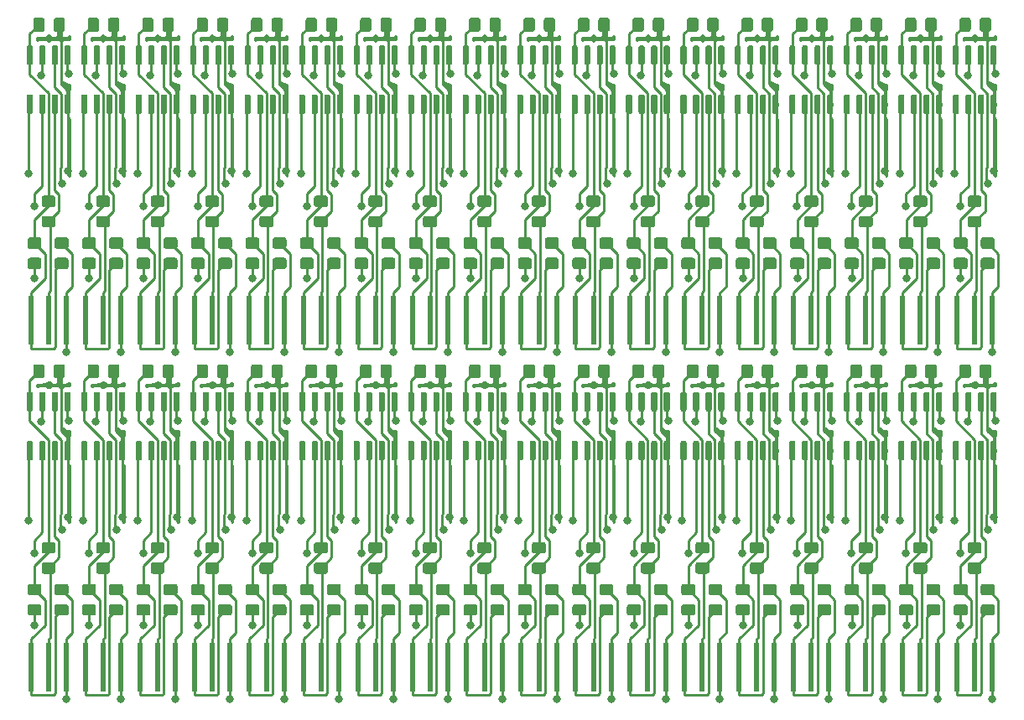
<source format=gbr>
G04 #@! TF.GenerationSoftware,KiCad,Pcbnew,5.1.5+dfsg1-2build2*
G04 #@! TF.CreationDate,2022-01-03T21:35:01-05:00*
G04 #@! TF.ProjectId,,58585858-5858-4585-9858-585858585858,rev?*
G04 #@! TF.SameCoordinates,Original*
G04 #@! TF.FileFunction,Copper,L1,Top*
G04 #@! TF.FilePolarity,Positive*
%FSLAX46Y46*%
G04 Gerber Fmt 4.6, Leading zero omitted, Abs format (unit mm)*
G04 Created by KiCad (PCBNEW 5.1.5+dfsg1-2build2) date 2022-01-03 21:35:01*
%MOMM*%
%LPD*%
G04 APERTURE LIST*
%ADD10C,0.100000*%
%ADD11R,0.600000X5.000000*%
%ADD12C,0.800000*%
%ADD13C,0.250000*%
%ADD14C,0.254000*%
G04 APERTURE END LIST*
G04 #@! TA.AperFunction,SMDPad,CuDef*
D10*
G36*
X178444405Y-88999704D02*
G01*
X178468673Y-89003304D01*
X178492472Y-89009265D01*
X178515571Y-89017530D01*
X178537750Y-89028020D01*
X178558793Y-89040632D01*
X178578499Y-89055247D01*
X178596677Y-89071723D01*
X178613153Y-89089901D01*
X178627768Y-89109607D01*
X178640380Y-89130650D01*
X178650870Y-89152829D01*
X178659135Y-89175928D01*
X178665096Y-89199727D01*
X178668696Y-89223995D01*
X178669900Y-89248499D01*
X178669900Y-90148501D01*
X178668696Y-90173005D01*
X178665096Y-90197273D01*
X178659135Y-90221072D01*
X178650870Y-90244171D01*
X178640380Y-90266350D01*
X178627768Y-90287393D01*
X178613153Y-90307099D01*
X178596677Y-90325277D01*
X178578499Y-90341753D01*
X178558793Y-90356368D01*
X178537750Y-90368980D01*
X178515571Y-90379470D01*
X178492472Y-90387735D01*
X178468673Y-90393696D01*
X178444405Y-90397296D01*
X178419901Y-90398500D01*
X177769899Y-90398500D01*
X177745395Y-90397296D01*
X177721127Y-90393696D01*
X177697328Y-90387735D01*
X177674229Y-90379470D01*
X177652050Y-90368980D01*
X177631007Y-90356368D01*
X177611301Y-90341753D01*
X177593123Y-90325277D01*
X177576647Y-90307099D01*
X177562032Y-90287393D01*
X177549420Y-90266350D01*
X177538930Y-90244171D01*
X177530665Y-90221072D01*
X177524704Y-90197273D01*
X177521104Y-90173005D01*
X177519900Y-90148501D01*
X177519900Y-89248499D01*
X177521104Y-89223995D01*
X177524704Y-89199727D01*
X177530665Y-89175928D01*
X177538930Y-89152829D01*
X177549420Y-89130650D01*
X177562032Y-89109607D01*
X177576647Y-89089901D01*
X177593123Y-89071723D01*
X177611301Y-89055247D01*
X177631007Y-89040632D01*
X177652050Y-89028020D01*
X177674229Y-89017530D01*
X177697328Y-89009265D01*
X177721127Y-89003304D01*
X177745395Y-88999704D01*
X177769899Y-88998500D01*
X178419901Y-88998500D01*
X178444405Y-88999704D01*
G37*
G04 #@! TD.AperFunction*
G04 #@! TA.AperFunction,SMDPad,CuDef*
G36*
X180494405Y-88999704D02*
G01*
X180518673Y-89003304D01*
X180542472Y-89009265D01*
X180565571Y-89017530D01*
X180587750Y-89028020D01*
X180608793Y-89040632D01*
X180628499Y-89055247D01*
X180646677Y-89071723D01*
X180663153Y-89089901D01*
X180677768Y-89109607D01*
X180690380Y-89130650D01*
X180700870Y-89152829D01*
X180709135Y-89175928D01*
X180715096Y-89199727D01*
X180718696Y-89223995D01*
X180719900Y-89248499D01*
X180719900Y-90148501D01*
X180718696Y-90173005D01*
X180715096Y-90197273D01*
X180709135Y-90221072D01*
X180700870Y-90244171D01*
X180690380Y-90266350D01*
X180677768Y-90287393D01*
X180663153Y-90307099D01*
X180646677Y-90325277D01*
X180628499Y-90341753D01*
X180608793Y-90356368D01*
X180587750Y-90368980D01*
X180565571Y-90379470D01*
X180542472Y-90387735D01*
X180518673Y-90393696D01*
X180494405Y-90397296D01*
X180469901Y-90398500D01*
X179819899Y-90398500D01*
X179795395Y-90397296D01*
X179771127Y-90393696D01*
X179747328Y-90387735D01*
X179724229Y-90379470D01*
X179702050Y-90368980D01*
X179681007Y-90356368D01*
X179661301Y-90341753D01*
X179643123Y-90325277D01*
X179626647Y-90307099D01*
X179612032Y-90287393D01*
X179599420Y-90266350D01*
X179588930Y-90244171D01*
X179580665Y-90221072D01*
X179574704Y-90197273D01*
X179571104Y-90173005D01*
X179569900Y-90148501D01*
X179569900Y-89248499D01*
X179571104Y-89223995D01*
X179574704Y-89199727D01*
X179580665Y-89175928D01*
X179588930Y-89152829D01*
X179599420Y-89130650D01*
X179612032Y-89109607D01*
X179626647Y-89089901D01*
X179643123Y-89071723D01*
X179661301Y-89055247D01*
X179681007Y-89040632D01*
X179702050Y-89028020D01*
X179724229Y-89017530D01*
X179747328Y-89009265D01*
X179771127Y-89003304D01*
X179795395Y-88999704D01*
X179819899Y-88998500D01*
X180469901Y-88998500D01*
X180494405Y-88999704D01*
G37*
G04 #@! TD.AperFunction*
G04 #@! TA.AperFunction,SMDPad,CuDef*
G36*
X172944405Y-88999704D02*
G01*
X172968673Y-89003304D01*
X172992472Y-89009265D01*
X173015571Y-89017530D01*
X173037750Y-89028020D01*
X173058793Y-89040632D01*
X173078499Y-89055247D01*
X173096677Y-89071723D01*
X173113153Y-89089901D01*
X173127768Y-89109607D01*
X173140380Y-89130650D01*
X173150870Y-89152829D01*
X173159135Y-89175928D01*
X173165096Y-89199727D01*
X173168696Y-89223995D01*
X173169900Y-89248499D01*
X173169900Y-90148501D01*
X173168696Y-90173005D01*
X173165096Y-90197273D01*
X173159135Y-90221072D01*
X173150870Y-90244171D01*
X173140380Y-90266350D01*
X173127768Y-90287393D01*
X173113153Y-90307099D01*
X173096677Y-90325277D01*
X173078499Y-90341753D01*
X173058793Y-90356368D01*
X173037750Y-90368980D01*
X173015571Y-90379470D01*
X172992472Y-90387735D01*
X172968673Y-90393696D01*
X172944405Y-90397296D01*
X172919901Y-90398500D01*
X172269899Y-90398500D01*
X172245395Y-90397296D01*
X172221127Y-90393696D01*
X172197328Y-90387735D01*
X172174229Y-90379470D01*
X172152050Y-90368980D01*
X172131007Y-90356368D01*
X172111301Y-90341753D01*
X172093123Y-90325277D01*
X172076647Y-90307099D01*
X172062032Y-90287393D01*
X172049420Y-90266350D01*
X172038930Y-90244171D01*
X172030665Y-90221072D01*
X172024704Y-90197273D01*
X172021104Y-90173005D01*
X172019900Y-90148501D01*
X172019900Y-89248499D01*
X172021104Y-89223995D01*
X172024704Y-89199727D01*
X172030665Y-89175928D01*
X172038930Y-89152829D01*
X172049420Y-89130650D01*
X172062032Y-89109607D01*
X172076647Y-89089901D01*
X172093123Y-89071723D01*
X172111301Y-89055247D01*
X172131007Y-89040632D01*
X172152050Y-89028020D01*
X172174229Y-89017530D01*
X172197328Y-89009265D01*
X172221127Y-89003304D01*
X172245395Y-88999704D01*
X172269899Y-88998500D01*
X172919901Y-88998500D01*
X172944405Y-88999704D01*
G37*
G04 #@! TD.AperFunction*
G04 #@! TA.AperFunction,SMDPad,CuDef*
G36*
X174994405Y-88999704D02*
G01*
X175018673Y-89003304D01*
X175042472Y-89009265D01*
X175065571Y-89017530D01*
X175087750Y-89028020D01*
X175108793Y-89040632D01*
X175128499Y-89055247D01*
X175146677Y-89071723D01*
X175163153Y-89089901D01*
X175177768Y-89109607D01*
X175190380Y-89130650D01*
X175200870Y-89152829D01*
X175209135Y-89175928D01*
X175215096Y-89199727D01*
X175218696Y-89223995D01*
X175219900Y-89248499D01*
X175219900Y-90148501D01*
X175218696Y-90173005D01*
X175215096Y-90197273D01*
X175209135Y-90221072D01*
X175200870Y-90244171D01*
X175190380Y-90266350D01*
X175177768Y-90287393D01*
X175163153Y-90307099D01*
X175146677Y-90325277D01*
X175128499Y-90341753D01*
X175108793Y-90356368D01*
X175087750Y-90368980D01*
X175065571Y-90379470D01*
X175042472Y-90387735D01*
X175018673Y-90393696D01*
X174994405Y-90397296D01*
X174969901Y-90398500D01*
X174319899Y-90398500D01*
X174295395Y-90397296D01*
X174271127Y-90393696D01*
X174247328Y-90387735D01*
X174224229Y-90379470D01*
X174202050Y-90368980D01*
X174181007Y-90356368D01*
X174161301Y-90341753D01*
X174143123Y-90325277D01*
X174126647Y-90307099D01*
X174112032Y-90287393D01*
X174099420Y-90266350D01*
X174088930Y-90244171D01*
X174080665Y-90221072D01*
X174074704Y-90197273D01*
X174071104Y-90173005D01*
X174069900Y-90148501D01*
X174069900Y-89248499D01*
X174071104Y-89223995D01*
X174074704Y-89199727D01*
X174080665Y-89175928D01*
X174088930Y-89152829D01*
X174099420Y-89130650D01*
X174112032Y-89109607D01*
X174126647Y-89089901D01*
X174143123Y-89071723D01*
X174161301Y-89055247D01*
X174181007Y-89040632D01*
X174202050Y-89028020D01*
X174224229Y-89017530D01*
X174247328Y-89009265D01*
X174271127Y-89003304D01*
X174295395Y-88999704D01*
X174319899Y-88998500D01*
X174969901Y-88998500D01*
X174994405Y-88999704D01*
G37*
G04 #@! TD.AperFunction*
G04 #@! TA.AperFunction,SMDPad,CuDef*
G36*
X167444405Y-88999704D02*
G01*
X167468673Y-89003304D01*
X167492472Y-89009265D01*
X167515571Y-89017530D01*
X167537750Y-89028020D01*
X167558793Y-89040632D01*
X167578499Y-89055247D01*
X167596677Y-89071723D01*
X167613153Y-89089901D01*
X167627768Y-89109607D01*
X167640380Y-89130650D01*
X167650870Y-89152829D01*
X167659135Y-89175928D01*
X167665096Y-89199727D01*
X167668696Y-89223995D01*
X167669900Y-89248499D01*
X167669900Y-90148501D01*
X167668696Y-90173005D01*
X167665096Y-90197273D01*
X167659135Y-90221072D01*
X167650870Y-90244171D01*
X167640380Y-90266350D01*
X167627768Y-90287393D01*
X167613153Y-90307099D01*
X167596677Y-90325277D01*
X167578499Y-90341753D01*
X167558793Y-90356368D01*
X167537750Y-90368980D01*
X167515571Y-90379470D01*
X167492472Y-90387735D01*
X167468673Y-90393696D01*
X167444405Y-90397296D01*
X167419901Y-90398500D01*
X166769899Y-90398500D01*
X166745395Y-90397296D01*
X166721127Y-90393696D01*
X166697328Y-90387735D01*
X166674229Y-90379470D01*
X166652050Y-90368980D01*
X166631007Y-90356368D01*
X166611301Y-90341753D01*
X166593123Y-90325277D01*
X166576647Y-90307099D01*
X166562032Y-90287393D01*
X166549420Y-90266350D01*
X166538930Y-90244171D01*
X166530665Y-90221072D01*
X166524704Y-90197273D01*
X166521104Y-90173005D01*
X166519900Y-90148501D01*
X166519900Y-89248499D01*
X166521104Y-89223995D01*
X166524704Y-89199727D01*
X166530665Y-89175928D01*
X166538930Y-89152829D01*
X166549420Y-89130650D01*
X166562032Y-89109607D01*
X166576647Y-89089901D01*
X166593123Y-89071723D01*
X166611301Y-89055247D01*
X166631007Y-89040632D01*
X166652050Y-89028020D01*
X166674229Y-89017530D01*
X166697328Y-89009265D01*
X166721127Y-89003304D01*
X166745395Y-88999704D01*
X166769899Y-88998500D01*
X167419901Y-88998500D01*
X167444405Y-88999704D01*
G37*
G04 #@! TD.AperFunction*
G04 #@! TA.AperFunction,SMDPad,CuDef*
G36*
X169494405Y-88999704D02*
G01*
X169518673Y-89003304D01*
X169542472Y-89009265D01*
X169565571Y-89017530D01*
X169587750Y-89028020D01*
X169608793Y-89040632D01*
X169628499Y-89055247D01*
X169646677Y-89071723D01*
X169663153Y-89089901D01*
X169677768Y-89109607D01*
X169690380Y-89130650D01*
X169700870Y-89152829D01*
X169709135Y-89175928D01*
X169715096Y-89199727D01*
X169718696Y-89223995D01*
X169719900Y-89248499D01*
X169719900Y-90148501D01*
X169718696Y-90173005D01*
X169715096Y-90197273D01*
X169709135Y-90221072D01*
X169700870Y-90244171D01*
X169690380Y-90266350D01*
X169677768Y-90287393D01*
X169663153Y-90307099D01*
X169646677Y-90325277D01*
X169628499Y-90341753D01*
X169608793Y-90356368D01*
X169587750Y-90368980D01*
X169565571Y-90379470D01*
X169542472Y-90387735D01*
X169518673Y-90393696D01*
X169494405Y-90397296D01*
X169469901Y-90398500D01*
X168819899Y-90398500D01*
X168795395Y-90397296D01*
X168771127Y-90393696D01*
X168747328Y-90387735D01*
X168724229Y-90379470D01*
X168702050Y-90368980D01*
X168681007Y-90356368D01*
X168661301Y-90341753D01*
X168643123Y-90325277D01*
X168626647Y-90307099D01*
X168612032Y-90287393D01*
X168599420Y-90266350D01*
X168588930Y-90244171D01*
X168580665Y-90221072D01*
X168574704Y-90197273D01*
X168571104Y-90173005D01*
X168569900Y-90148501D01*
X168569900Y-89248499D01*
X168571104Y-89223995D01*
X168574704Y-89199727D01*
X168580665Y-89175928D01*
X168588930Y-89152829D01*
X168599420Y-89130650D01*
X168612032Y-89109607D01*
X168626647Y-89089901D01*
X168643123Y-89071723D01*
X168661301Y-89055247D01*
X168681007Y-89040632D01*
X168702050Y-89028020D01*
X168724229Y-89017530D01*
X168747328Y-89009265D01*
X168771127Y-89003304D01*
X168795395Y-88999704D01*
X168819899Y-88998500D01*
X169469901Y-88998500D01*
X169494405Y-88999704D01*
G37*
G04 #@! TD.AperFunction*
G04 #@! TA.AperFunction,SMDPad,CuDef*
G36*
X161944405Y-88999704D02*
G01*
X161968673Y-89003304D01*
X161992472Y-89009265D01*
X162015571Y-89017530D01*
X162037750Y-89028020D01*
X162058793Y-89040632D01*
X162078499Y-89055247D01*
X162096677Y-89071723D01*
X162113153Y-89089901D01*
X162127768Y-89109607D01*
X162140380Y-89130650D01*
X162150870Y-89152829D01*
X162159135Y-89175928D01*
X162165096Y-89199727D01*
X162168696Y-89223995D01*
X162169900Y-89248499D01*
X162169900Y-90148501D01*
X162168696Y-90173005D01*
X162165096Y-90197273D01*
X162159135Y-90221072D01*
X162150870Y-90244171D01*
X162140380Y-90266350D01*
X162127768Y-90287393D01*
X162113153Y-90307099D01*
X162096677Y-90325277D01*
X162078499Y-90341753D01*
X162058793Y-90356368D01*
X162037750Y-90368980D01*
X162015571Y-90379470D01*
X161992472Y-90387735D01*
X161968673Y-90393696D01*
X161944405Y-90397296D01*
X161919901Y-90398500D01*
X161269899Y-90398500D01*
X161245395Y-90397296D01*
X161221127Y-90393696D01*
X161197328Y-90387735D01*
X161174229Y-90379470D01*
X161152050Y-90368980D01*
X161131007Y-90356368D01*
X161111301Y-90341753D01*
X161093123Y-90325277D01*
X161076647Y-90307099D01*
X161062032Y-90287393D01*
X161049420Y-90266350D01*
X161038930Y-90244171D01*
X161030665Y-90221072D01*
X161024704Y-90197273D01*
X161021104Y-90173005D01*
X161019900Y-90148501D01*
X161019900Y-89248499D01*
X161021104Y-89223995D01*
X161024704Y-89199727D01*
X161030665Y-89175928D01*
X161038930Y-89152829D01*
X161049420Y-89130650D01*
X161062032Y-89109607D01*
X161076647Y-89089901D01*
X161093123Y-89071723D01*
X161111301Y-89055247D01*
X161131007Y-89040632D01*
X161152050Y-89028020D01*
X161174229Y-89017530D01*
X161197328Y-89009265D01*
X161221127Y-89003304D01*
X161245395Y-88999704D01*
X161269899Y-88998500D01*
X161919901Y-88998500D01*
X161944405Y-88999704D01*
G37*
G04 #@! TD.AperFunction*
G04 #@! TA.AperFunction,SMDPad,CuDef*
G36*
X163994405Y-88999704D02*
G01*
X164018673Y-89003304D01*
X164042472Y-89009265D01*
X164065571Y-89017530D01*
X164087750Y-89028020D01*
X164108793Y-89040632D01*
X164128499Y-89055247D01*
X164146677Y-89071723D01*
X164163153Y-89089901D01*
X164177768Y-89109607D01*
X164190380Y-89130650D01*
X164200870Y-89152829D01*
X164209135Y-89175928D01*
X164215096Y-89199727D01*
X164218696Y-89223995D01*
X164219900Y-89248499D01*
X164219900Y-90148501D01*
X164218696Y-90173005D01*
X164215096Y-90197273D01*
X164209135Y-90221072D01*
X164200870Y-90244171D01*
X164190380Y-90266350D01*
X164177768Y-90287393D01*
X164163153Y-90307099D01*
X164146677Y-90325277D01*
X164128499Y-90341753D01*
X164108793Y-90356368D01*
X164087750Y-90368980D01*
X164065571Y-90379470D01*
X164042472Y-90387735D01*
X164018673Y-90393696D01*
X163994405Y-90397296D01*
X163969901Y-90398500D01*
X163319899Y-90398500D01*
X163295395Y-90397296D01*
X163271127Y-90393696D01*
X163247328Y-90387735D01*
X163224229Y-90379470D01*
X163202050Y-90368980D01*
X163181007Y-90356368D01*
X163161301Y-90341753D01*
X163143123Y-90325277D01*
X163126647Y-90307099D01*
X163112032Y-90287393D01*
X163099420Y-90266350D01*
X163088930Y-90244171D01*
X163080665Y-90221072D01*
X163074704Y-90197273D01*
X163071104Y-90173005D01*
X163069900Y-90148501D01*
X163069900Y-89248499D01*
X163071104Y-89223995D01*
X163074704Y-89199727D01*
X163080665Y-89175928D01*
X163088930Y-89152829D01*
X163099420Y-89130650D01*
X163112032Y-89109607D01*
X163126647Y-89089901D01*
X163143123Y-89071723D01*
X163161301Y-89055247D01*
X163181007Y-89040632D01*
X163202050Y-89028020D01*
X163224229Y-89017530D01*
X163247328Y-89009265D01*
X163271127Y-89003304D01*
X163295395Y-88999704D01*
X163319899Y-88998500D01*
X163969901Y-88998500D01*
X163994405Y-88999704D01*
G37*
G04 #@! TD.AperFunction*
G04 #@! TA.AperFunction,SMDPad,CuDef*
G36*
X156444405Y-88999704D02*
G01*
X156468673Y-89003304D01*
X156492472Y-89009265D01*
X156515571Y-89017530D01*
X156537750Y-89028020D01*
X156558793Y-89040632D01*
X156578499Y-89055247D01*
X156596677Y-89071723D01*
X156613153Y-89089901D01*
X156627768Y-89109607D01*
X156640380Y-89130650D01*
X156650870Y-89152829D01*
X156659135Y-89175928D01*
X156665096Y-89199727D01*
X156668696Y-89223995D01*
X156669900Y-89248499D01*
X156669900Y-90148501D01*
X156668696Y-90173005D01*
X156665096Y-90197273D01*
X156659135Y-90221072D01*
X156650870Y-90244171D01*
X156640380Y-90266350D01*
X156627768Y-90287393D01*
X156613153Y-90307099D01*
X156596677Y-90325277D01*
X156578499Y-90341753D01*
X156558793Y-90356368D01*
X156537750Y-90368980D01*
X156515571Y-90379470D01*
X156492472Y-90387735D01*
X156468673Y-90393696D01*
X156444405Y-90397296D01*
X156419901Y-90398500D01*
X155769899Y-90398500D01*
X155745395Y-90397296D01*
X155721127Y-90393696D01*
X155697328Y-90387735D01*
X155674229Y-90379470D01*
X155652050Y-90368980D01*
X155631007Y-90356368D01*
X155611301Y-90341753D01*
X155593123Y-90325277D01*
X155576647Y-90307099D01*
X155562032Y-90287393D01*
X155549420Y-90266350D01*
X155538930Y-90244171D01*
X155530665Y-90221072D01*
X155524704Y-90197273D01*
X155521104Y-90173005D01*
X155519900Y-90148501D01*
X155519900Y-89248499D01*
X155521104Y-89223995D01*
X155524704Y-89199727D01*
X155530665Y-89175928D01*
X155538930Y-89152829D01*
X155549420Y-89130650D01*
X155562032Y-89109607D01*
X155576647Y-89089901D01*
X155593123Y-89071723D01*
X155611301Y-89055247D01*
X155631007Y-89040632D01*
X155652050Y-89028020D01*
X155674229Y-89017530D01*
X155697328Y-89009265D01*
X155721127Y-89003304D01*
X155745395Y-88999704D01*
X155769899Y-88998500D01*
X156419901Y-88998500D01*
X156444405Y-88999704D01*
G37*
G04 #@! TD.AperFunction*
G04 #@! TA.AperFunction,SMDPad,CuDef*
G36*
X158494405Y-88999704D02*
G01*
X158518673Y-89003304D01*
X158542472Y-89009265D01*
X158565571Y-89017530D01*
X158587750Y-89028020D01*
X158608793Y-89040632D01*
X158628499Y-89055247D01*
X158646677Y-89071723D01*
X158663153Y-89089901D01*
X158677768Y-89109607D01*
X158690380Y-89130650D01*
X158700870Y-89152829D01*
X158709135Y-89175928D01*
X158715096Y-89199727D01*
X158718696Y-89223995D01*
X158719900Y-89248499D01*
X158719900Y-90148501D01*
X158718696Y-90173005D01*
X158715096Y-90197273D01*
X158709135Y-90221072D01*
X158700870Y-90244171D01*
X158690380Y-90266350D01*
X158677768Y-90287393D01*
X158663153Y-90307099D01*
X158646677Y-90325277D01*
X158628499Y-90341753D01*
X158608793Y-90356368D01*
X158587750Y-90368980D01*
X158565571Y-90379470D01*
X158542472Y-90387735D01*
X158518673Y-90393696D01*
X158494405Y-90397296D01*
X158469901Y-90398500D01*
X157819899Y-90398500D01*
X157795395Y-90397296D01*
X157771127Y-90393696D01*
X157747328Y-90387735D01*
X157724229Y-90379470D01*
X157702050Y-90368980D01*
X157681007Y-90356368D01*
X157661301Y-90341753D01*
X157643123Y-90325277D01*
X157626647Y-90307099D01*
X157612032Y-90287393D01*
X157599420Y-90266350D01*
X157588930Y-90244171D01*
X157580665Y-90221072D01*
X157574704Y-90197273D01*
X157571104Y-90173005D01*
X157569900Y-90148501D01*
X157569900Y-89248499D01*
X157571104Y-89223995D01*
X157574704Y-89199727D01*
X157580665Y-89175928D01*
X157588930Y-89152829D01*
X157599420Y-89130650D01*
X157612032Y-89109607D01*
X157626647Y-89089901D01*
X157643123Y-89071723D01*
X157661301Y-89055247D01*
X157681007Y-89040632D01*
X157702050Y-89028020D01*
X157724229Y-89017530D01*
X157747328Y-89009265D01*
X157771127Y-89003304D01*
X157795395Y-88999704D01*
X157819899Y-88998500D01*
X158469901Y-88998500D01*
X158494405Y-88999704D01*
G37*
G04 #@! TD.AperFunction*
G04 #@! TA.AperFunction,SMDPad,CuDef*
G36*
X150944405Y-88999704D02*
G01*
X150968673Y-89003304D01*
X150992472Y-89009265D01*
X151015571Y-89017530D01*
X151037750Y-89028020D01*
X151058793Y-89040632D01*
X151078499Y-89055247D01*
X151096677Y-89071723D01*
X151113153Y-89089901D01*
X151127768Y-89109607D01*
X151140380Y-89130650D01*
X151150870Y-89152829D01*
X151159135Y-89175928D01*
X151165096Y-89199727D01*
X151168696Y-89223995D01*
X151169900Y-89248499D01*
X151169900Y-90148501D01*
X151168696Y-90173005D01*
X151165096Y-90197273D01*
X151159135Y-90221072D01*
X151150870Y-90244171D01*
X151140380Y-90266350D01*
X151127768Y-90287393D01*
X151113153Y-90307099D01*
X151096677Y-90325277D01*
X151078499Y-90341753D01*
X151058793Y-90356368D01*
X151037750Y-90368980D01*
X151015571Y-90379470D01*
X150992472Y-90387735D01*
X150968673Y-90393696D01*
X150944405Y-90397296D01*
X150919901Y-90398500D01*
X150269899Y-90398500D01*
X150245395Y-90397296D01*
X150221127Y-90393696D01*
X150197328Y-90387735D01*
X150174229Y-90379470D01*
X150152050Y-90368980D01*
X150131007Y-90356368D01*
X150111301Y-90341753D01*
X150093123Y-90325277D01*
X150076647Y-90307099D01*
X150062032Y-90287393D01*
X150049420Y-90266350D01*
X150038930Y-90244171D01*
X150030665Y-90221072D01*
X150024704Y-90197273D01*
X150021104Y-90173005D01*
X150019900Y-90148501D01*
X150019900Y-89248499D01*
X150021104Y-89223995D01*
X150024704Y-89199727D01*
X150030665Y-89175928D01*
X150038930Y-89152829D01*
X150049420Y-89130650D01*
X150062032Y-89109607D01*
X150076647Y-89089901D01*
X150093123Y-89071723D01*
X150111301Y-89055247D01*
X150131007Y-89040632D01*
X150152050Y-89028020D01*
X150174229Y-89017530D01*
X150197328Y-89009265D01*
X150221127Y-89003304D01*
X150245395Y-88999704D01*
X150269899Y-88998500D01*
X150919901Y-88998500D01*
X150944405Y-88999704D01*
G37*
G04 #@! TD.AperFunction*
G04 #@! TA.AperFunction,SMDPad,CuDef*
G36*
X152994405Y-88999704D02*
G01*
X153018673Y-89003304D01*
X153042472Y-89009265D01*
X153065571Y-89017530D01*
X153087750Y-89028020D01*
X153108793Y-89040632D01*
X153128499Y-89055247D01*
X153146677Y-89071723D01*
X153163153Y-89089901D01*
X153177768Y-89109607D01*
X153190380Y-89130650D01*
X153200870Y-89152829D01*
X153209135Y-89175928D01*
X153215096Y-89199727D01*
X153218696Y-89223995D01*
X153219900Y-89248499D01*
X153219900Y-90148501D01*
X153218696Y-90173005D01*
X153215096Y-90197273D01*
X153209135Y-90221072D01*
X153200870Y-90244171D01*
X153190380Y-90266350D01*
X153177768Y-90287393D01*
X153163153Y-90307099D01*
X153146677Y-90325277D01*
X153128499Y-90341753D01*
X153108793Y-90356368D01*
X153087750Y-90368980D01*
X153065571Y-90379470D01*
X153042472Y-90387735D01*
X153018673Y-90393696D01*
X152994405Y-90397296D01*
X152969901Y-90398500D01*
X152319899Y-90398500D01*
X152295395Y-90397296D01*
X152271127Y-90393696D01*
X152247328Y-90387735D01*
X152224229Y-90379470D01*
X152202050Y-90368980D01*
X152181007Y-90356368D01*
X152161301Y-90341753D01*
X152143123Y-90325277D01*
X152126647Y-90307099D01*
X152112032Y-90287393D01*
X152099420Y-90266350D01*
X152088930Y-90244171D01*
X152080665Y-90221072D01*
X152074704Y-90197273D01*
X152071104Y-90173005D01*
X152069900Y-90148501D01*
X152069900Y-89248499D01*
X152071104Y-89223995D01*
X152074704Y-89199727D01*
X152080665Y-89175928D01*
X152088930Y-89152829D01*
X152099420Y-89130650D01*
X152112032Y-89109607D01*
X152126647Y-89089901D01*
X152143123Y-89071723D01*
X152161301Y-89055247D01*
X152181007Y-89040632D01*
X152202050Y-89028020D01*
X152224229Y-89017530D01*
X152247328Y-89009265D01*
X152271127Y-89003304D01*
X152295395Y-88999704D01*
X152319899Y-88998500D01*
X152969901Y-88998500D01*
X152994405Y-88999704D01*
G37*
G04 #@! TD.AperFunction*
G04 #@! TA.AperFunction,SMDPad,CuDef*
G36*
X145444405Y-88999704D02*
G01*
X145468673Y-89003304D01*
X145492472Y-89009265D01*
X145515571Y-89017530D01*
X145537750Y-89028020D01*
X145558793Y-89040632D01*
X145578499Y-89055247D01*
X145596677Y-89071723D01*
X145613153Y-89089901D01*
X145627768Y-89109607D01*
X145640380Y-89130650D01*
X145650870Y-89152829D01*
X145659135Y-89175928D01*
X145665096Y-89199727D01*
X145668696Y-89223995D01*
X145669900Y-89248499D01*
X145669900Y-90148501D01*
X145668696Y-90173005D01*
X145665096Y-90197273D01*
X145659135Y-90221072D01*
X145650870Y-90244171D01*
X145640380Y-90266350D01*
X145627768Y-90287393D01*
X145613153Y-90307099D01*
X145596677Y-90325277D01*
X145578499Y-90341753D01*
X145558793Y-90356368D01*
X145537750Y-90368980D01*
X145515571Y-90379470D01*
X145492472Y-90387735D01*
X145468673Y-90393696D01*
X145444405Y-90397296D01*
X145419901Y-90398500D01*
X144769899Y-90398500D01*
X144745395Y-90397296D01*
X144721127Y-90393696D01*
X144697328Y-90387735D01*
X144674229Y-90379470D01*
X144652050Y-90368980D01*
X144631007Y-90356368D01*
X144611301Y-90341753D01*
X144593123Y-90325277D01*
X144576647Y-90307099D01*
X144562032Y-90287393D01*
X144549420Y-90266350D01*
X144538930Y-90244171D01*
X144530665Y-90221072D01*
X144524704Y-90197273D01*
X144521104Y-90173005D01*
X144519900Y-90148501D01*
X144519900Y-89248499D01*
X144521104Y-89223995D01*
X144524704Y-89199727D01*
X144530665Y-89175928D01*
X144538930Y-89152829D01*
X144549420Y-89130650D01*
X144562032Y-89109607D01*
X144576647Y-89089901D01*
X144593123Y-89071723D01*
X144611301Y-89055247D01*
X144631007Y-89040632D01*
X144652050Y-89028020D01*
X144674229Y-89017530D01*
X144697328Y-89009265D01*
X144721127Y-89003304D01*
X144745395Y-88999704D01*
X144769899Y-88998500D01*
X145419901Y-88998500D01*
X145444405Y-88999704D01*
G37*
G04 #@! TD.AperFunction*
G04 #@! TA.AperFunction,SMDPad,CuDef*
G36*
X147494405Y-88999704D02*
G01*
X147518673Y-89003304D01*
X147542472Y-89009265D01*
X147565571Y-89017530D01*
X147587750Y-89028020D01*
X147608793Y-89040632D01*
X147628499Y-89055247D01*
X147646677Y-89071723D01*
X147663153Y-89089901D01*
X147677768Y-89109607D01*
X147690380Y-89130650D01*
X147700870Y-89152829D01*
X147709135Y-89175928D01*
X147715096Y-89199727D01*
X147718696Y-89223995D01*
X147719900Y-89248499D01*
X147719900Y-90148501D01*
X147718696Y-90173005D01*
X147715096Y-90197273D01*
X147709135Y-90221072D01*
X147700870Y-90244171D01*
X147690380Y-90266350D01*
X147677768Y-90287393D01*
X147663153Y-90307099D01*
X147646677Y-90325277D01*
X147628499Y-90341753D01*
X147608793Y-90356368D01*
X147587750Y-90368980D01*
X147565571Y-90379470D01*
X147542472Y-90387735D01*
X147518673Y-90393696D01*
X147494405Y-90397296D01*
X147469901Y-90398500D01*
X146819899Y-90398500D01*
X146795395Y-90397296D01*
X146771127Y-90393696D01*
X146747328Y-90387735D01*
X146724229Y-90379470D01*
X146702050Y-90368980D01*
X146681007Y-90356368D01*
X146661301Y-90341753D01*
X146643123Y-90325277D01*
X146626647Y-90307099D01*
X146612032Y-90287393D01*
X146599420Y-90266350D01*
X146588930Y-90244171D01*
X146580665Y-90221072D01*
X146574704Y-90197273D01*
X146571104Y-90173005D01*
X146569900Y-90148501D01*
X146569900Y-89248499D01*
X146571104Y-89223995D01*
X146574704Y-89199727D01*
X146580665Y-89175928D01*
X146588930Y-89152829D01*
X146599420Y-89130650D01*
X146612032Y-89109607D01*
X146626647Y-89089901D01*
X146643123Y-89071723D01*
X146661301Y-89055247D01*
X146681007Y-89040632D01*
X146702050Y-89028020D01*
X146724229Y-89017530D01*
X146747328Y-89009265D01*
X146771127Y-89003304D01*
X146795395Y-88999704D01*
X146819899Y-88998500D01*
X147469901Y-88998500D01*
X147494405Y-88999704D01*
G37*
G04 #@! TD.AperFunction*
G04 #@! TA.AperFunction,SMDPad,CuDef*
G36*
X139944405Y-88999704D02*
G01*
X139968673Y-89003304D01*
X139992472Y-89009265D01*
X140015571Y-89017530D01*
X140037750Y-89028020D01*
X140058793Y-89040632D01*
X140078499Y-89055247D01*
X140096677Y-89071723D01*
X140113153Y-89089901D01*
X140127768Y-89109607D01*
X140140380Y-89130650D01*
X140150870Y-89152829D01*
X140159135Y-89175928D01*
X140165096Y-89199727D01*
X140168696Y-89223995D01*
X140169900Y-89248499D01*
X140169900Y-90148501D01*
X140168696Y-90173005D01*
X140165096Y-90197273D01*
X140159135Y-90221072D01*
X140150870Y-90244171D01*
X140140380Y-90266350D01*
X140127768Y-90287393D01*
X140113153Y-90307099D01*
X140096677Y-90325277D01*
X140078499Y-90341753D01*
X140058793Y-90356368D01*
X140037750Y-90368980D01*
X140015571Y-90379470D01*
X139992472Y-90387735D01*
X139968673Y-90393696D01*
X139944405Y-90397296D01*
X139919901Y-90398500D01*
X139269899Y-90398500D01*
X139245395Y-90397296D01*
X139221127Y-90393696D01*
X139197328Y-90387735D01*
X139174229Y-90379470D01*
X139152050Y-90368980D01*
X139131007Y-90356368D01*
X139111301Y-90341753D01*
X139093123Y-90325277D01*
X139076647Y-90307099D01*
X139062032Y-90287393D01*
X139049420Y-90266350D01*
X139038930Y-90244171D01*
X139030665Y-90221072D01*
X139024704Y-90197273D01*
X139021104Y-90173005D01*
X139019900Y-90148501D01*
X139019900Y-89248499D01*
X139021104Y-89223995D01*
X139024704Y-89199727D01*
X139030665Y-89175928D01*
X139038930Y-89152829D01*
X139049420Y-89130650D01*
X139062032Y-89109607D01*
X139076647Y-89089901D01*
X139093123Y-89071723D01*
X139111301Y-89055247D01*
X139131007Y-89040632D01*
X139152050Y-89028020D01*
X139174229Y-89017530D01*
X139197328Y-89009265D01*
X139221127Y-89003304D01*
X139245395Y-88999704D01*
X139269899Y-88998500D01*
X139919901Y-88998500D01*
X139944405Y-88999704D01*
G37*
G04 #@! TD.AperFunction*
G04 #@! TA.AperFunction,SMDPad,CuDef*
G36*
X141994405Y-88999704D02*
G01*
X142018673Y-89003304D01*
X142042472Y-89009265D01*
X142065571Y-89017530D01*
X142087750Y-89028020D01*
X142108793Y-89040632D01*
X142128499Y-89055247D01*
X142146677Y-89071723D01*
X142163153Y-89089901D01*
X142177768Y-89109607D01*
X142190380Y-89130650D01*
X142200870Y-89152829D01*
X142209135Y-89175928D01*
X142215096Y-89199727D01*
X142218696Y-89223995D01*
X142219900Y-89248499D01*
X142219900Y-90148501D01*
X142218696Y-90173005D01*
X142215096Y-90197273D01*
X142209135Y-90221072D01*
X142200870Y-90244171D01*
X142190380Y-90266350D01*
X142177768Y-90287393D01*
X142163153Y-90307099D01*
X142146677Y-90325277D01*
X142128499Y-90341753D01*
X142108793Y-90356368D01*
X142087750Y-90368980D01*
X142065571Y-90379470D01*
X142042472Y-90387735D01*
X142018673Y-90393696D01*
X141994405Y-90397296D01*
X141969901Y-90398500D01*
X141319899Y-90398500D01*
X141295395Y-90397296D01*
X141271127Y-90393696D01*
X141247328Y-90387735D01*
X141224229Y-90379470D01*
X141202050Y-90368980D01*
X141181007Y-90356368D01*
X141161301Y-90341753D01*
X141143123Y-90325277D01*
X141126647Y-90307099D01*
X141112032Y-90287393D01*
X141099420Y-90266350D01*
X141088930Y-90244171D01*
X141080665Y-90221072D01*
X141074704Y-90197273D01*
X141071104Y-90173005D01*
X141069900Y-90148501D01*
X141069900Y-89248499D01*
X141071104Y-89223995D01*
X141074704Y-89199727D01*
X141080665Y-89175928D01*
X141088930Y-89152829D01*
X141099420Y-89130650D01*
X141112032Y-89109607D01*
X141126647Y-89089901D01*
X141143123Y-89071723D01*
X141161301Y-89055247D01*
X141181007Y-89040632D01*
X141202050Y-89028020D01*
X141224229Y-89017530D01*
X141247328Y-89009265D01*
X141271127Y-89003304D01*
X141295395Y-88999704D01*
X141319899Y-88998500D01*
X141969901Y-88998500D01*
X141994405Y-88999704D01*
G37*
G04 #@! TD.AperFunction*
G04 #@! TA.AperFunction,SMDPad,CuDef*
G36*
X134444405Y-88999704D02*
G01*
X134468673Y-89003304D01*
X134492472Y-89009265D01*
X134515571Y-89017530D01*
X134537750Y-89028020D01*
X134558793Y-89040632D01*
X134578499Y-89055247D01*
X134596677Y-89071723D01*
X134613153Y-89089901D01*
X134627768Y-89109607D01*
X134640380Y-89130650D01*
X134650870Y-89152829D01*
X134659135Y-89175928D01*
X134665096Y-89199727D01*
X134668696Y-89223995D01*
X134669900Y-89248499D01*
X134669900Y-90148501D01*
X134668696Y-90173005D01*
X134665096Y-90197273D01*
X134659135Y-90221072D01*
X134650870Y-90244171D01*
X134640380Y-90266350D01*
X134627768Y-90287393D01*
X134613153Y-90307099D01*
X134596677Y-90325277D01*
X134578499Y-90341753D01*
X134558793Y-90356368D01*
X134537750Y-90368980D01*
X134515571Y-90379470D01*
X134492472Y-90387735D01*
X134468673Y-90393696D01*
X134444405Y-90397296D01*
X134419901Y-90398500D01*
X133769899Y-90398500D01*
X133745395Y-90397296D01*
X133721127Y-90393696D01*
X133697328Y-90387735D01*
X133674229Y-90379470D01*
X133652050Y-90368980D01*
X133631007Y-90356368D01*
X133611301Y-90341753D01*
X133593123Y-90325277D01*
X133576647Y-90307099D01*
X133562032Y-90287393D01*
X133549420Y-90266350D01*
X133538930Y-90244171D01*
X133530665Y-90221072D01*
X133524704Y-90197273D01*
X133521104Y-90173005D01*
X133519900Y-90148501D01*
X133519900Y-89248499D01*
X133521104Y-89223995D01*
X133524704Y-89199727D01*
X133530665Y-89175928D01*
X133538930Y-89152829D01*
X133549420Y-89130650D01*
X133562032Y-89109607D01*
X133576647Y-89089901D01*
X133593123Y-89071723D01*
X133611301Y-89055247D01*
X133631007Y-89040632D01*
X133652050Y-89028020D01*
X133674229Y-89017530D01*
X133697328Y-89009265D01*
X133721127Y-89003304D01*
X133745395Y-88999704D01*
X133769899Y-88998500D01*
X134419901Y-88998500D01*
X134444405Y-88999704D01*
G37*
G04 #@! TD.AperFunction*
G04 #@! TA.AperFunction,SMDPad,CuDef*
G36*
X136494405Y-88999704D02*
G01*
X136518673Y-89003304D01*
X136542472Y-89009265D01*
X136565571Y-89017530D01*
X136587750Y-89028020D01*
X136608793Y-89040632D01*
X136628499Y-89055247D01*
X136646677Y-89071723D01*
X136663153Y-89089901D01*
X136677768Y-89109607D01*
X136690380Y-89130650D01*
X136700870Y-89152829D01*
X136709135Y-89175928D01*
X136715096Y-89199727D01*
X136718696Y-89223995D01*
X136719900Y-89248499D01*
X136719900Y-90148501D01*
X136718696Y-90173005D01*
X136715096Y-90197273D01*
X136709135Y-90221072D01*
X136700870Y-90244171D01*
X136690380Y-90266350D01*
X136677768Y-90287393D01*
X136663153Y-90307099D01*
X136646677Y-90325277D01*
X136628499Y-90341753D01*
X136608793Y-90356368D01*
X136587750Y-90368980D01*
X136565571Y-90379470D01*
X136542472Y-90387735D01*
X136518673Y-90393696D01*
X136494405Y-90397296D01*
X136469901Y-90398500D01*
X135819899Y-90398500D01*
X135795395Y-90397296D01*
X135771127Y-90393696D01*
X135747328Y-90387735D01*
X135724229Y-90379470D01*
X135702050Y-90368980D01*
X135681007Y-90356368D01*
X135661301Y-90341753D01*
X135643123Y-90325277D01*
X135626647Y-90307099D01*
X135612032Y-90287393D01*
X135599420Y-90266350D01*
X135588930Y-90244171D01*
X135580665Y-90221072D01*
X135574704Y-90197273D01*
X135571104Y-90173005D01*
X135569900Y-90148501D01*
X135569900Y-89248499D01*
X135571104Y-89223995D01*
X135574704Y-89199727D01*
X135580665Y-89175928D01*
X135588930Y-89152829D01*
X135599420Y-89130650D01*
X135612032Y-89109607D01*
X135626647Y-89089901D01*
X135643123Y-89071723D01*
X135661301Y-89055247D01*
X135681007Y-89040632D01*
X135702050Y-89028020D01*
X135724229Y-89017530D01*
X135747328Y-89009265D01*
X135771127Y-89003304D01*
X135795395Y-88999704D01*
X135819899Y-88998500D01*
X136469901Y-88998500D01*
X136494405Y-88999704D01*
G37*
G04 #@! TD.AperFunction*
G04 #@! TA.AperFunction,SMDPad,CuDef*
G36*
X128944405Y-88999704D02*
G01*
X128968673Y-89003304D01*
X128992472Y-89009265D01*
X129015571Y-89017530D01*
X129037750Y-89028020D01*
X129058793Y-89040632D01*
X129078499Y-89055247D01*
X129096677Y-89071723D01*
X129113153Y-89089901D01*
X129127768Y-89109607D01*
X129140380Y-89130650D01*
X129150870Y-89152829D01*
X129159135Y-89175928D01*
X129165096Y-89199727D01*
X129168696Y-89223995D01*
X129169900Y-89248499D01*
X129169900Y-90148501D01*
X129168696Y-90173005D01*
X129165096Y-90197273D01*
X129159135Y-90221072D01*
X129150870Y-90244171D01*
X129140380Y-90266350D01*
X129127768Y-90287393D01*
X129113153Y-90307099D01*
X129096677Y-90325277D01*
X129078499Y-90341753D01*
X129058793Y-90356368D01*
X129037750Y-90368980D01*
X129015571Y-90379470D01*
X128992472Y-90387735D01*
X128968673Y-90393696D01*
X128944405Y-90397296D01*
X128919901Y-90398500D01*
X128269899Y-90398500D01*
X128245395Y-90397296D01*
X128221127Y-90393696D01*
X128197328Y-90387735D01*
X128174229Y-90379470D01*
X128152050Y-90368980D01*
X128131007Y-90356368D01*
X128111301Y-90341753D01*
X128093123Y-90325277D01*
X128076647Y-90307099D01*
X128062032Y-90287393D01*
X128049420Y-90266350D01*
X128038930Y-90244171D01*
X128030665Y-90221072D01*
X128024704Y-90197273D01*
X128021104Y-90173005D01*
X128019900Y-90148501D01*
X128019900Y-89248499D01*
X128021104Y-89223995D01*
X128024704Y-89199727D01*
X128030665Y-89175928D01*
X128038930Y-89152829D01*
X128049420Y-89130650D01*
X128062032Y-89109607D01*
X128076647Y-89089901D01*
X128093123Y-89071723D01*
X128111301Y-89055247D01*
X128131007Y-89040632D01*
X128152050Y-89028020D01*
X128174229Y-89017530D01*
X128197328Y-89009265D01*
X128221127Y-89003304D01*
X128245395Y-88999704D01*
X128269899Y-88998500D01*
X128919901Y-88998500D01*
X128944405Y-88999704D01*
G37*
G04 #@! TD.AperFunction*
G04 #@! TA.AperFunction,SMDPad,CuDef*
G36*
X130994405Y-88999704D02*
G01*
X131018673Y-89003304D01*
X131042472Y-89009265D01*
X131065571Y-89017530D01*
X131087750Y-89028020D01*
X131108793Y-89040632D01*
X131128499Y-89055247D01*
X131146677Y-89071723D01*
X131163153Y-89089901D01*
X131177768Y-89109607D01*
X131190380Y-89130650D01*
X131200870Y-89152829D01*
X131209135Y-89175928D01*
X131215096Y-89199727D01*
X131218696Y-89223995D01*
X131219900Y-89248499D01*
X131219900Y-90148501D01*
X131218696Y-90173005D01*
X131215096Y-90197273D01*
X131209135Y-90221072D01*
X131200870Y-90244171D01*
X131190380Y-90266350D01*
X131177768Y-90287393D01*
X131163153Y-90307099D01*
X131146677Y-90325277D01*
X131128499Y-90341753D01*
X131108793Y-90356368D01*
X131087750Y-90368980D01*
X131065571Y-90379470D01*
X131042472Y-90387735D01*
X131018673Y-90393696D01*
X130994405Y-90397296D01*
X130969901Y-90398500D01*
X130319899Y-90398500D01*
X130295395Y-90397296D01*
X130271127Y-90393696D01*
X130247328Y-90387735D01*
X130224229Y-90379470D01*
X130202050Y-90368980D01*
X130181007Y-90356368D01*
X130161301Y-90341753D01*
X130143123Y-90325277D01*
X130126647Y-90307099D01*
X130112032Y-90287393D01*
X130099420Y-90266350D01*
X130088930Y-90244171D01*
X130080665Y-90221072D01*
X130074704Y-90197273D01*
X130071104Y-90173005D01*
X130069900Y-90148501D01*
X130069900Y-89248499D01*
X130071104Y-89223995D01*
X130074704Y-89199727D01*
X130080665Y-89175928D01*
X130088930Y-89152829D01*
X130099420Y-89130650D01*
X130112032Y-89109607D01*
X130126647Y-89089901D01*
X130143123Y-89071723D01*
X130161301Y-89055247D01*
X130181007Y-89040632D01*
X130202050Y-89028020D01*
X130224229Y-89017530D01*
X130247328Y-89009265D01*
X130271127Y-89003304D01*
X130295395Y-88999704D01*
X130319899Y-88998500D01*
X130969901Y-88998500D01*
X130994405Y-88999704D01*
G37*
G04 #@! TD.AperFunction*
G04 #@! TA.AperFunction,SMDPad,CuDef*
G36*
X123444405Y-88999704D02*
G01*
X123468673Y-89003304D01*
X123492472Y-89009265D01*
X123515571Y-89017530D01*
X123537750Y-89028020D01*
X123558793Y-89040632D01*
X123578499Y-89055247D01*
X123596677Y-89071723D01*
X123613153Y-89089901D01*
X123627768Y-89109607D01*
X123640380Y-89130650D01*
X123650870Y-89152829D01*
X123659135Y-89175928D01*
X123665096Y-89199727D01*
X123668696Y-89223995D01*
X123669900Y-89248499D01*
X123669900Y-90148501D01*
X123668696Y-90173005D01*
X123665096Y-90197273D01*
X123659135Y-90221072D01*
X123650870Y-90244171D01*
X123640380Y-90266350D01*
X123627768Y-90287393D01*
X123613153Y-90307099D01*
X123596677Y-90325277D01*
X123578499Y-90341753D01*
X123558793Y-90356368D01*
X123537750Y-90368980D01*
X123515571Y-90379470D01*
X123492472Y-90387735D01*
X123468673Y-90393696D01*
X123444405Y-90397296D01*
X123419901Y-90398500D01*
X122769899Y-90398500D01*
X122745395Y-90397296D01*
X122721127Y-90393696D01*
X122697328Y-90387735D01*
X122674229Y-90379470D01*
X122652050Y-90368980D01*
X122631007Y-90356368D01*
X122611301Y-90341753D01*
X122593123Y-90325277D01*
X122576647Y-90307099D01*
X122562032Y-90287393D01*
X122549420Y-90266350D01*
X122538930Y-90244171D01*
X122530665Y-90221072D01*
X122524704Y-90197273D01*
X122521104Y-90173005D01*
X122519900Y-90148501D01*
X122519900Y-89248499D01*
X122521104Y-89223995D01*
X122524704Y-89199727D01*
X122530665Y-89175928D01*
X122538930Y-89152829D01*
X122549420Y-89130650D01*
X122562032Y-89109607D01*
X122576647Y-89089901D01*
X122593123Y-89071723D01*
X122611301Y-89055247D01*
X122631007Y-89040632D01*
X122652050Y-89028020D01*
X122674229Y-89017530D01*
X122697328Y-89009265D01*
X122721127Y-89003304D01*
X122745395Y-88999704D01*
X122769899Y-88998500D01*
X123419901Y-88998500D01*
X123444405Y-88999704D01*
G37*
G04 #@! TD.AperFunction*
G04 #@! TA.AperFunction,SMDPad,CuDef*
G36*
X125494405Y-88999704D02*
G01*
X125518673Y-89003304D01*
X125542472Y-89009265D01*
X125565571Y-89017530D01*
X125587750Y-89028020D01*
X125608793Y-89040632D01*
X125628499Y-89055247D01*
X125646677Y-89071723D01*
X125663153Y-89089901D01*
X125677768Y-89109607D01*
X125690380Y-89130650D01*
X125700870Y-89152829D01*
X125709135Y-89175928D01*
X125715096Y-89199727D01*
X125718696Y-89223995D01*
X125719900Y-89248499D01*
X125719900Y-90148501D01*
X125718696Y-90173005D01*
X125715096Y-90197273D01*
X125709135Y-90221072D01*
X125700870Y-90244171D01*
X125690380Y-90266350D01*
X125677768Y-90287393D01*
X125663153Y-90307099D01*
X125646677Y-90325277D01*
X125628499Y-90341753D01*
X125608793Y-90356368D01*
X125587750Y-90368980D01*
X125565571Y-90379470D01*
X125542472Y-90387735D01*
X125518673Y-90393696D01*
X125494405Y-90397296D01*
X125469901Y-90398500D01*
X124819899Y-90398500D01*
X124795395Y-90397296D01*
X124771127Y-90393696D01*
X124747328Y-90387735D01*
X124724229Y-90379470D01*
X124702050Y-90368980D01*
X124681007Y-90356368D01*
X124661301Y-90341753D01*
X124643123Y-90325277D01*
X124626647Y-90307099D01*
X124612032Y-90287393D01*
X124599420Y-90266350D01*
X124588930Y-90244171D01*
X124580665Y-90221072D01*
X124574704Y-90197273D01*
X124571104Y-90173005D01*
X124569900Y-90148501D01*
X124569900Y-89248499D01*
X124571104Y-89223995D01*
X124574704Y-89199727D01*
X124580665Y-89175928D01*
X124588930Y-89152829D01*
X124599420Y-89130650D01*
X124612032Y-89109607D01*
X124626647Y-89089901D01*
X124643123Y-89071723D01*
X124661301Y-89055247D01*
X124681007Y-89040632D01*
X124702050Y-89028020D01*
X124724229Y-89017530D01*
X124747328Y-89009265D01*
X124771127Y-89003304D01*
X124795395Y-88999704D01*
X124819899Y-88998500D01*
X125469901Y-88998500D01*
X125494405Y-88999704D01*
G37*
G04 #@! TD.AperFunction*
G04 #@! TA.AperFunction,SMDPad,CuDef*
G36*
X117944405Y-88999704D02*
G01*
X117968673Y-89003304D01*
X117992472Y-89009265D01*
X118015571Y-89017530D01*
X118037750Y-89028020D01*
X118058793Y-89040632D01*
X118078499Y-89055247D01*
X118096677Y-89071723D01*
X118113153Y-89089901D01*
X118127768Y-89109607D01*
X118140380Y-89130650D01*
X118150870Y-89152829D01*
X118159135Y-89175928D01*
X118165096Y-89199727D01*
X118168696Y-89223995D01*
X118169900Y-89248499D01*
X118169900Y-90148501D01*
X118168696Y-90173005D01*
X118165096Y-90197273D01*
X118159135Y-90221072D01*
X118150870Y-90244171D01*
X118140380Y-90266350D01*
X118127768Y-90287393D01*
X118113153Y-90307099D01*
X118096677Y-90325277D01*
X118078499Y-90341753D01*
X118058793Y-90356368D01*
X118037750Y-90368980D01*
X118015571Y-90379470D01*
X117992472Y-90387735D01*
X117968673Y-90393696D01*
X117944405Y-90397296D01*
X117919901Y-90398500D01*
X117269899Y-90398500D01*
X117245395Y-90397296D01*
X117221127Y-90393696D01*
X117197328Y-90387735D01*
X117174229Y-90379470D01*
X117152050Y-90368980D01*
X117131007Y-90356368D01*
X117111301Y-90341753D01*
X117093123Y-90325277D01*
X117076647Y-90307099D01*
X117062032Y-90287393D01*
X117049420Y-90266350D01*
X117038930Y-90244171D01*
X117030665Y-90221072D01*
X117024704Y-90197273D01*
X117021104Y-90173005D01*
X117019900Y-90148501D01*
X117019900Y-89248499D01*
X117021104Y-89223995D01*
X117024704Y-89199727D01*
X117030665Y-89175928D01*
X117038930Y-89152829D01*
X117049420Y-89130650D01*
X117062032Y-89109607D01*
X117076647Y-89089901D01*
X117093123Y-89071723D01*
X117111301Y-89055247D01*
X117131007Y-89040632D01*
X117152050Y-89028020D01*
X117174229Y-89017530D01*
X117197328Y-89009265D01*
X117221127Y-89003304D01*
X117245395Y-88999704D01*
X117269899Y-88998500D01*
X117919901Y-88998500D01*
X117944405Y-88999704D01*
G37*
G04 #@! TD.AperFunction*
G04 #@! TA.AperFunction,SMDPad,CuDef*
G36*
X119994405Y-88999704D02*
G01*
X120018673Y-89003304D01*
X120042472Y-89009265D01*
X120065571Y-89017530D01*
X120087750Y-89028020D01*
X120108793Y-89040632D01*
X120128499Y-89055247D01*
X120146677Y-89071723D01*
X120163153Y-89089901D01*
X120177768Y-89109607D01*
X120190380Y-89130650D01*
X120200870Y-89152829D01*
X120209135Y-89175928D01*
X120215096Y-89199727D01*
X120218696Y-89223995D01*
X120219900Y-89248499D01*
X120219900Y-90148501D01*
X120218696Y-90173005D01*
X120215096Y-90197273D01*
X120209135Y-90221072D01*
X120200870Y-90244171D01*
X120190380Y-90266350D01*
X120177768Y-90287393D01*
X120163153Y-90307099D01*
X120146677Y-90325277D01*
X120128499Y-90341753D01*
X120108793Y-90356368D01*
X120087750Y-90368980D01*
X120065571Y-90379470D01*
X120042472Y-90387735D01*
X120018673Y-90393696D01*
X119994405Y-90397296D01*
X119969901Y-90398500D01*
X119319899Y-90398500D01*
X119295395Y-90397296D01*
X119271127Y-90393696D01*
X119247328Y-90387735D01*
X119224229Y-90379470D01*
X119202050Y-90368980D01*
X119181007Y-90356368D01*
X119161301Y-90341753D01*
X119143123Y-90325277D01*
X119126647Y-90307099D01*
X119112032Y-90287393D01*
X119099420Y-90266350D01*
X119088930Y-90244171D01*
X119080665Y-90221072D01*
X119074704Y-90197273D01*
X119071104Y-90173005D01*
X119069900Y-90148501D01*
X119069900Y-89248499D01*
X119071104Y-89223995D01*
X119074704Y-89199727D01*
X119080665Y-89175928D01*
X119088930Y-89152829D01*
X119099420Y-89130650D01*
X119112032Y-89109607D01*
X119126647Y-89089901D01*
X119143123Y-89071723D01*
X119161301Y-89055247D01*
X119181007Y-89040632D01*
X119202050Y-89028020D01*
X119224229Y-89017530D01*
X119247328Y-89009265D01*
X119271127Y-89003304D01*
X119295395Y-88999704D01*
X119319899Y-88998500D01*
X119969901Y-88998500D01*
X119994405Y-88999704D01*
G37*
G04 #@! TD.AperFunction*
G04 #@! TA.AperFunction,SMDPad,CuDef*
G36*
X112444405Y-88999704D02*
G01*
X112468673Y-89003304D01*
X112492472Y-89009265D01*
X112515571Y-89017530D01*
X112537750Y-89028020D01*
X112558793Y-89040632D01*
X112578499Y-89055247D01*
X112596677Y-89071723D01*
X112613153Y-89089901D01*
X112627768Y-89109607D01*
X112640380Y-89130650D01*
X112650870Y-89152829D01*
X112659135Y-89175928D01*
X112665096Y-89199727D01*
X112668696Y-89223995D01*
X112669900Y-89248499D01*
X112669900Y-90148501D01*
X112668696Y-90173005D01*
X112665096Y-90197273D01*
X112659135Y-90221072D01*
X112650870Y-90244171D01*
X112640380Y-90266350D01*
X112627768Y-90287393D01*
X112613153Y-90307099D01*
X112596677Y-90325277D01*
X112578499Y-90341753D01*
X112558793Y-90356368D01*
X112537750Y-90368980D01*
X112515571Y-90379470D01*
X112492472Y-90387735D01*
X112468673Y-90393696D01*
X112444405Y-90397296D01*
X112419901Y-90398500D01*
X111769899Y-90398500D01*
X111745395Y-90397296D01*
X111721127Y-90393696D01*
X111697328Y-90387735D01*
X111674229Y-90379470D01*
X111652050Y-90368980D01*
X111631007Y-90356368D01*
X111611301Y-90341753D01*
X111593123Y-90325277D01*
X111576647Y-90307099D01*
X111562032Y-90287393D01*
X111549420Y-90266350D01*
X111538930Y-90244171D01*
X111530665Y-90221072D01*
X111524704Y-90197273D01*
X111521104Y-90173005D01*
X111519900Y-90148501D01*
X111519900Y-89248499D01*
X111521104Y-89223995D01*
X111524704Y-89199727D01*
X111530665Y-89175928D01*
X111538930Y-89152829D01*
X111549420Y-89130650D01*
X111562032Y-89109607D01*
X111576647Y-89089901D01*
X111593123Y-89071723D01*
X111611301Y-89055247D01*
X111631007Y-89040632D01*
X111652050Y-89028020D01*
X111674229Y-89017530D01*
X111697328Y-89009265D01*
X111721127Y-89003304D01*
X111745395Y-88999704D01*
X111769899Y-88998500D01*
X112419901Y-88998500D01*
X112444405Y-88999704D01*
G37*
G04 #@! TD.AperFunction*
G04 #@! TA.AperFunction,SMDPad,CuDef*
G36*
X114494405Y-88999704D02*
G01*
X114518673Y-89003304D01*
X114542472Y-89009265D01*
X114565571Y-89017530D01*
X114587750Y-89028020D01*
X114608793Y-89040632D01*
X114628499Y-89055247D01*
X114646677Y-89071723D01*
X114663153Y-89089901D01*
X114677768Y-89109607D01*
X114690380Y-89130650D01*
X114700870Y-89152829D01*
X114709135Y-89175928D01*
X114715096Y-89199727D01*
X114718696Y-89223995D01*
X114719900Y-89248499D01*
X114719900Y-90148501D01*
X114718696Y-90173005D01*
X114715096Y-90197273D01*
X114709135Y-90221072D01*
X114700870Y-90244171D01*
X114690380Y-90266350D01*
X114677768Y-90287393D01*
X114663153Y-90307099D01*
X114646677Y-90325277D01*
X114628499Y-90341753D01*
X114608793Y-90356368D01*
X114587750Y-90368980D01*
X114565571Y-90379470D01*
X114542472Y-90387735D01*
X114518673Y-90393696D01*
X114494405Y-90397296D01*
X114469901Y-90398500D01*
X113819899Y-90398500D01*
X113795395Y-90397296D01*
X113771127Y-90393696D01*
X113747328Y-90387735D01*
X113724229Y-90379470D01*
X113702050Y-90368980D01*
X113681007Y-90356368D01*
X113661301Y-90341753D01*
X113643123Y-90325277D01*
X113626647Y-90307099D01*
X113612032Y-90287393D01*
X113599420Y-90266350D01*
X113588930Y-90244171D01*
X113580665Y-90221072D01*
X113574704Y-90197273D01*
X113571104Y-90173005D01*
X113569900Y-90148501D01*
X113569900Y-89248499D01*
X113571104Y-89223995D01*
X113574704Y-89199727D01*
X113580665Y-89175928D01*
X113588930Y-89152829D01*
X113599420Y-89130650D01*
X113612032Y-89109607D01*
X113626647Y-89089901D01*
X113643123Y-89071723D01*
X113661301Y-89055247D01*
X113681007Y-89040632D01*
X113702050Y-89028020D01*
X113724229Y-89017530D01*
X113747328Y-89009265D01*
X113771127Y-89003304D01*
X113795395Y-88999704D01*
X113819899Y-88998500D01*
X114469901Y-88998500D01*
X114494405Y-88999704D01*
G37*
G04 #@! TD.AperFunction*
G04 #@! TA.AperFunction,SMDPad,CuDef*
G36*
X106944405Y-88999704D02*
G01*
X106968673Y-89003304D01*
X106992472Y-89009265D01*
X107015571Y-89017530D01*
X107037750Y-89028020D01*
X107058793Y-89040632D01*
X107078499Y-89055247D01*
X107096677Y-89071723D01*
X107113153Y-89089901D01*
X107127768Y-89109607D01*
X107140380Y-89130650D01*
X107150870Y-89152829D01*
X107159135Y-89175928D01*
X107165096Y-89199727D01*
X107168696Y-89223995D01*
X107169900Y-89248499D01*
X107169900Y-90148501D01*
X107168696Y-90173005D01*
X107165096Y-90197273D01*
X107159135Y-90221072D01*
X107150870Y-90244171D01*
X107140380Y-90266350D01*
X107127768Y-90287393D01*
X107113153Y-90307099D01*
X107096677Y-90325277D01*
X107078499Y-90341753D01*
X107058793Y-90356368D01*
X107037750Y-90368980D01*
X107015571Y-90379470D01*
X106992472Y-90387735D01*
X106968673Y-90393696D01*
X106944405Y-90397296D01*
X106919901Y-90398500D01*
X106269899Y-90398500D01*
X106245395Y-90397296D01*
X106221127Y-90393696D01*
X106197328Y-90387735D01*
X106174229Y-90379470D01*
X106152050Y-90368980D01*
X106131007Y-90356368D01*
X106111301Y-90341753D01*
X106093123Y-90325277D01*
X106076647Y-90307099D01*
X106062032Y-90287393D01*
X106049420Y-90266350D01*
X106038930Y-90244171D01*
X106030665Y-90221072D01*
X106024704Y-90197273D01*
X106021104Y-90173005D01*
X106019900Y-90148501D01*
X106019900Y-89248499D01*
X106021104Y-89223995D01*
X106024704Y-89199727D01*
X106030665Y-89175928D01*
X106038930Y-89152829D01*
X106049420Y-89130650D01*
X106062032Y-89109607D01*
X106076647Y-89089901D01*
X106093123Y-89071723D01*
X106111301Y-89055247D01*
X106131007Y-89040632D01*
X106152050Y-89028020D01*
X106174229Y-89017530D01*
X106197328Y-89009265D01*
X106221127Y-89003304D01*
X106245395Y-88999704D01*
X106269899Y-88998500D01*
X106919901Y-88998500D01*
X106944405Y-88999704D01*
G37*
G04 #@! TD.AperFunction*
G04 #@! TA.AperFunction,SMDPad,CuDef*
G36*
X108994405Y-88999704D02*
G01*
X109018673Y-89003304D01*
X109042472Y-89009265D01*
X109065571Y-89017530D01*
X109087750Y-89028020D01*
X109108793Y-89040632D01*
X109128499Y-89055247D01*
X109146677Y-89071723D01*
X109163153Y-89089901D01*
X109177768Y-89109607D01*
X109190380Y-89130650D01*
X109200870Y-89152829D01*
X109209135Y-89175928D01*
X109215096Y-89199727D01*
X109218696Y-89223995D01*
X109219900Y-89248499D01*
X109219900Y-90148501D01*
X109218696Y-90173005D01*
X109215096Y-90197273D01*
X109209135Y-90221072D01*
X109200870Y-90244171D01*
X109190380Y-90266350D01*
X109177768Y-90287393D01*
X109163153Y-90307099D01*
X109146677Y-90325277D01*
X109128499Y-90341753D01*
X109108793Y-90356368D01*
X109087750Y-90368980D01*
X109065571Y-90379470D01*
X109042472Y-90387735D01*
X109018673Y-90393696D01*
X108994405Y-90397296D01*
X108969901Y-90398500D01*
X108319899Y-90398500D01*
X108295395Y-90397296D01*
X108271127Y-90393696D01*
X108247328Y-90387735D01*
X108224229Y-90379470D01*
X108202050Y-90368980D01*
X108181007Y-90356368D01*
X108161301Y-90341753D01*
X108143123Y-90325277D01*
X108126647Y-90307099D01*
X108112032Y-90287393D01*
X108099420Y-90266350D01*
X108088930Y-90244171D01*
X108080665Y-90221072D01*
X108074704Y-90197273D01*
X108071104Y-90173005D01*
X108069900Y-90148501D01*
X108069900Y-89248499D01*
X108071104Y-89223995D01*
X108074704Y-89199727D01*
X108080665Y-89175928D01*
X108088930Y-89152829D01*
X108099420Y-89130650D01*
X108112032Y-89109607D01*
X108126647Y-89089901D01*
X108143123Y-89071723D01*
X108161301Y-89055247D01*
X108181007Y-89040632D01*
X108202050Y-89028020D01*
X108224229Y-89017530D01*
X108247328Y-89009265D01*
X108271127Y-89003304D01*
X108295395Y-88999704D01*
X108319899Y-88998500D01*
X108969901Y-88998500D01*
X108994405Y-88999704D01*
G37*
G04 #@! TD.AperFunction*
G04 #@! TA.AperFunction,SMDPad,CuDef*
G36*
X101444405Y-88999704D02*
G01*
X101468673Y-89003304D01*
X101492472Y-89009265D01*
X101515571Y-89017530D01*
X101537750Y-89028020D01*
X101558793Y-89040632D01*
X101578499Y-89055247D01*
X101596677Y-89071723D01*
X101613153Y-89089901D01*
X101627768Y-89109607D01*
X101640380Y-89130650D01*
X101650870Y-89152829D01*
X101659135Y-89175928D01*
X101665096Y-89199727D01*
X101668696Y-89223995D01*
X101669900Y-89248499D01*
X101669900Y-90148501D01*
X101668696Y-90173005D01*
X101665096Y-90197273D01*
X101659135Y-90221072D01*
X101650870Y-90244171D01*
X101640380Y-90266350D01*
X101627768Y-90287393D01*
X101613153Y-90307099D01*
X101596677Y-90325277D01*
X101578499Y-90341753D01*
X101558793Y-90356368D01*
X101537750Y-90368980D01*
X101515571Y-90379470D01*
X101492472Y-90387735D01*
X101468673Y-90393696D01*
X101444405Y-90397296D01*
X101419901Y-90398500D01*
X100769899Y-90398500D01*
X100745395Y-90397296D01*
X100721127Y-90393696D01*
X100697328Y-90387735D01*
X100674229Y-90379470D01*
X100652050Y-90368980D01*
X100631007Y-90356368D01*
X100611301Y-90341753D01*
X100593123Y-90325277D01*
X100576647Y-90307099D01*
X100562032Y-90287393D01*
X100549420Y-90266350D01*
X100538930Y-90244171D01*
X100530665Y-90221072D01*
X100524704Y-90197273D01*
X100521104Y-90173005D01*
X100519900Y-90148501D01*
X100519900Y-89248499D01*
X100521104Y-89223995D01*
X100524704Y-89199727D01*
X100530665Y-89175928D01*
X100538930Y-89152829D01*
X100549420Y-89130650D01*
X100562032Y-89109607D01*
X100576647Y-89089901D01*
X100593123Y-89071723D01*
X100611301Y-89055247D01*
X100631007Y-89040632D01*
X100652050Y-89028020D01*
X100674229Y-89017530D01*
X100697328Y-89009265D01*
X100721127Y-89003304D01*
X100745395Y-88999704D01*
X100769899Y-88998500D01*
X101419901Y-88998500D01*
X101444405Y-88999704D01*
G37*
G04 #@! TD.AperFunction*
G04 #@! TA.AperFunction,SMDPad,CuDef*
G36*
X103494405Y-88999704D02*
G01*
X103518673Y-89003304D01*
X103542472Y-89009265D01*
X103565571Y-89017530D01*
X103587750Y-89028020D01*
X103608793Y-89040632D01*
X103628499Y-89055247D01*
X103646677Y-89071723D01*
X103663153Y-89089901D01*
X103677768Y-89109607D01*
X103690380Y-89130650D01*
X103700870Y-89152829D01*
X103709135Y-89175928D01*
X103715096Y-89199727D01*
X103718696Y-89223995D01*
X103719900Y-89248499D01*
X103719900Y-90148501D01*
X103718696Y-90173005D01*
X103715096Y-90197273D01*
X103709135Y-90221072D01*
X103700870Y-90244171D01*
X103690380Y-90266350D01*
X103677768Y-90287393D01*
X103663153Y-90307099D01*
X103646677Y-90325277D01*
X103628499Y-90341753D01*
X103608793Y-90356368D01*
X103587750Y-90368980D01*
X103565571Y-90379470D01*
X103542472Y-90387735D01*
X103518673Y-90393696D01*
X103494405Y-90397296D01*
X103469901Y-90398500D01*
X102819899Y-90398500D01*
X102795395Y-90397296D01*
X102771127Y-90393696D01*
X102747328Y-90387735D01*
X102724229Y-90379470D01*
X102702050Y-90368980D01*
X102681007Y-90356368D01*
X102661301Y-90341753D01*
X102643123Y-90325277D01*
X102626647Y-90307099D01*
X102612032Y-90287393D01*
X102599420Y-90266350D01*
X102588930Y-90244171D01*
X102580665Y-90221072D01*
X102574704Y-90197273D01*
X102571104Y-90173005D01*
X102569900Y-90148501D01*
X102569900Y-89248499D01*
X102571104Y-89223995D01*
X102574704Y-89199727D01*
X102580665Y-89175928D01*
X102588930Y-89152829D01*
X102599420Y-89130650D01*
X102612032Y-89109607D01*
X102626647Y-89089901D01*
X102643123Y-89071723D01*
X102661301Y-89055247D01*
X102681007Y-89040632D01*
X102702050Y-89028020D01*
X102724229Y-89017530D01*
X102747328Y-89009265D01*
X102771127Y-89003304D01*
X102795395Y-88999704D01*
X102819899Y-88998500D01*
X103469901Y-88998500D01*
X103494405Y-88999704D01*
G37*
G04 #@! TD.AperFunction*
G04 #@! TA.AperFunction,SMDPad,CuDef*
G36*
X95944405Y-88999704D02*
G01*
X95968673Y-89003304D01*
X95992472Y-89009265D01*
X96015571Y-89017530D01*
X96037750Y-89028020D01*
X96058793Y-89040632D01*
X96078499Y-89055247D01*
X96096677Y-89071723D01*
X96113153Y-89089901D01*
X96127768Y-89109607D01*
X96140380Y-89130650D01*
X96150870Y-89152829D01*
X96159135Y-89175928D01*
X96165096Y-89199727D01*
X96168696Y-89223995D01*
X96169900Y-89248499D01*
X96169900Y-90148501D01*
X96168696Y-90173005D01*
X96165096Y-90197273D01*
X96159135Y-90221072D01*
X96150870Y-90244171D01*
X96140380Y-90266350D01*
X96127768Y-90287393D01*
X96113153Y-90307099D01*
X96096677Y-90325277D01*
X96078499Y-90341753D01*
X96058793Y-90356368D01*
X96037750Y-90368980D01*
X96015571Y-90379470D01*
X95992472Y-90387735D01*
X95968673Y-90393696D01*
X95944405Y-90397296D01*
X95919901Y-90398500D01*
X95269899Y-90398500D01*
X95245395Y-90397296D01*
X95221127Y-90393696D01*
X95197328Y-90387735D01*
X95174229Y-90379470D01*
X95152050Y-90368980D01*
X95131007Y-90356368D01*
X95111301Y-90341753D01*
X95093123Y-90325277D01*
X95076647Y-90307099D01*
X95062032Y-90287393D01*
X95049420Y-90266350D01*
X95038930Y-90244171D01*
X95030665Y-90221072D01*
X95024704Y-90197273D01*
X95021104Y-90173005D01*
X95019900Y-90148501D01*
X95019900Y-89248499D01*
X95021104Y-89223995D01*
X95024704Y-89199727D01*
X95030665Y-89175928D01*
X95038930Y-89152829D01*
X95049420Y-89130650D01*
X95062032Y-89109607D01*
X95076647Y-89089901D01*
X95093123Y-89071723D01*
X95111301Y-89055247D01*
X95131007Y-89040632D01*
X95152050Y-89028020D01*
X95174229Y-89017530D01*
X95197328Y-89009265D01*
X95221127Y-89003304D01*
X95245395Y-88999704D01*
X95269899Y-88998500D01*
X95919901Y-88998500D01*
X95944405Y-88999704D01*
G37*
G04 #@! TD.AperFunction*
G04 #@! TA.AperFunction,SMDPad,CuDef*
G36*
X97994405Y-88999704D02*
G01*
X98018673Y-89003304D01*
X98042472Y-89009265D01*
X98065571Y-89017530D01*
X98087750Y-89028020D01*
X98108793Y-89040632D01*
X98128499Y-89055247D01*
X98146677Y-89071723D01*
X98163153Y-89089901D01*
X98177768Y-89109607D01*
X98190380Y-89130650D01*
X98200870Y-89152829D01*
X98209135Y-89175928D01*
X98215096Y-89199727D01*
X98218696Y-89223995D01*
X98219900Y-89248499D01*
X98219900Y-90148501D01*
X98218696Y-90173005D01*
X98215096Y-90197273D01*
X98209135Y-90221072D01*
X98200870Y-90244171D01*
X98190380Y-90266350D01*
X98177768Y-90287393D01*
X98163153Y-90307099D01*
X98146677Y-90325277D01*
X98128499Y-90341753D01*
X98108793Y-90356368D01*
X98087750Y-90368980D01*
X98065571Y-90379470D01*
X98042472Y-90387735D01*
X98018673Y-90393696D01*
X97994405Y-90397296D01*
X97969901Y-90398500D01*
X97319899Y-90398500D01*
X97295395Y-90397296D01*
X97271127Y-90393696D01*
X97247328Y-90387735D01*
X97224229Y-90379470D01*
X97202050Y-90368980D01*
X97181007Y-90356368D01*
X97161301Y-90341753D01*
X97143123Y-90325277D01*
X97126647Y-90307099D01*
X97112032Y-90287393D01*
X97099420Y-90266350D01*
X97088930Y-90244171D01*
X97080665Y-90221072D01*
X97074704Y-90197273D01*
X97071104Y-90173005D01*
X97069900Y-90148501D01*
X97069900Y-89248499D01*
X97071104Y-89223995D01*
X97074704Y-89199727D01*
X97080665Y-89175928D01*
X97088930Y-89152829D01*
X97099420Y-89130650D01*
X97112032Y-89109607D01*
X97126647Y-89089901D01*
X97143123Y-89071723D01*
X97161301Y-89055247D01*
X97181007Y-89040632D01*
X97202050Y-89028020D01*
X97224229Y-89017530D01*
X97247328Y-89009265D01*
X97271127Y-89003304D01*
X97295395Y-88999704D01*
X97319899Y-88998500D01*
X97969901Y-88998500D01*
X97994405Y-88999704D01*
G37*
G04 #@! TD.AperFunction*
G04 #@! TA.AperFunction,SMDPad,CuDef*
G36*
X90444405Y-88999704D02*
G01*
X90468673Y-89003304D01*
X90492472Y-89009265D01*
X90515571Y-89017530D01*
X90537750Y-89028020D01*
X90558793Y-89040632D01*
X90578499Y-89055247D01*
X90596677Y-89071723D01*
X90613153Y-89089901D01*
X90627768Y-89109607D01*
X90640380Y-89130650D01*
X90650870Y-89152829D01*
X90659135Y-89175928D01*
X90665096Y-89199727D01*
X90668696Y-89223995D01*
X90669900Y-89248499D01*
X90669900Y-90148501D01*
X90668696Y-90173005D01*
X90665096Y-90197273D01*
X90659135Y-90221072D01*
X90650870Y-90244171D01*
X90640380Y-90266350D01*
X90627768Y-90287393D01*
X90613153Y-90307099D01*
X90596677Y-90325277D01*
X90578499Y-90341753D01*
X90558793Y-90356368D01*
X90537750Y-90368980D01*
X90515571Y-90379470D01*
X90492472Y-90387735D01*
X90468673Y-90393696D01*
X90444405Y-90397296D01*
X90419901Y-90398500D01*
X89769899Y-90398500D01*
X89745395Y-90397296D01*
X89721127Y-90393696D01*
X89697328Y-90387735D01*
X89674229Y-90379470D01*
X89652050Y-90368980D01*
X89631007Y-90356368D01*
X89611301Y-90341753D01*
X89593123Y-90325277D01*
X89576647Y-90307099D01*
X89562032Y-90287393D01*
X89549420Y-90266350D01*
X89538930Y-90244171D01*
X89530665Y-90221072D01*
X89524704Y-90197273D01*
X89521104Y-90173005D01*
X89519900Y-90148501D01*
X89519900Y-89248499D01*
X89521104Y-89223995D01*
X89524704Y-89199727D01*
X89530665Y-89175928D01*
X89538930Y-89152829D01*
X89549420Y-89130650D01*
X89562032Y-89109607D01*
X89576647Y-89089901D01*
X89593123Y-89071723D01*
X89611301Y-89055247D01*
X89631007Y-89040632D01*
X89652050Y-89028020D01*
X89674229Y-89017530D01*
X89697328Y-89009265D01*
X89721127Y-89003304D01*
X89745395Y-88999704D01*
X89769899Y-88998500D01*
X90419901Y-88998500D01*
X90444405Y-88999704D01*
G37*
G04 #@! TD.AperFunction*
G04 #@! TA.AperFunction,SMDPad,CuDef*
G36*
X92494405Y-88999704D02*
G01*
X92518673Y-89003304D01*
X92542472Y-89009265D01*
X92565571Y-89017530D01*
X92587750Y-89028020D01*
X92608793Y-89040632D01*
X92628499Y-89055247D01*
X92646677Y-89071723D01*
X92663153Y-89089901D01*
X92677768Y-89109607D01*
X92690380Y-89130650D01*
X92700870Y-89152829D01*
X92709135Y-89175928D01*
X92715096Y-89199727D01*
X92718696Y-89223995D01*
X92719900Y-89248499D01*
X92719900Y-90148501D01*
X92718696Y-90173005D01*
X92715096Y-90197273D01*
X92709135Y-90221072D01*
X92700870Y-90244171D01*
X92690380Y-90266350D01*
X92677768Y-90287393D01*
X92663153Y-90307099D01*
X92646677Y-90325277D01*
X92628499Y-90341753D01*
X92608793Y-90356368D01*
X92587750Y-90368980D01*
X92565571Y-90379470D01*
X92542472Y-90387735D01*
X92518673Y-90393696D01*
X92494405Y-90397296D01*
X92469901Y-90398500D01*
X91819899Y-90398500D01*
X91795395Y-90397296D01*
X91771127Y-90393696D01*
X91747328Y-90387735D01*
X91724229Y-90379470D01*
X91702050Y-90368980D01*
X91681007Y-90356368D01*
X91661301Y-90341753D01*
X91643123Y-90325277D01*
X91626647Y-90307099D01*
X91612032Y-90287393D01*
X91599420Y-90266350D01*
X91588930Y-90244171D01*
X91580665Y-90221072D01*
X91574704Y-90197273D01*
X91571104Y-90173005D01*
X91569900Y-90148501D01*
X91569900Y-89248499D01*
X91571104Y-89223995D01*
X91574704Y-89199727D01*
X91580665Y-89175928D01*
X91588930Y-89152829D01*
X91599420Y-89130650D01*
X91612032Y-89109607D01*
X91626647Y-89089901D01*
X91643123Y-89071723D01*
X91661301Y-89055247D01*
X91681007Y-89040632D01*
X91702050Y-89028020D01*
X91724229Y-89017530D01*
X91747328Y-89009265D01*
X91771127Y-89003304D01*
X91795395Y-88999704D01*
X91819899Y-88998500D01*
X92469901Y-88998500D01*
X92494405Y-88999704D01*
G37*
G04 #@! TD.AperFunction*
G04 #@! TA.AperFunction,SMDPad,CuDef*
G36*
X84944405Y-88999704D02*
G01*
X84968673Y-89003304D01*
X84992472Y-89009265D01*
X85015571Y-89017530D01*
X85037750Y-89028020D01*
X85058793Y-89040632D01*
X85078499Y-89055247D01*
X85096677Y-89071723D01*
X85113153Y-89089901D01*
X85127768Y-89109607D01*
X85140380Y-89130650D01*
X85150870Y-89152829D01*
X85159135Y-89175928D01*
X85165096Y-89199727D01*
X85168696Y-89223995D01*
X85169900Y-89248499D01*
X85169900Y-90148501D01*
X85168696Y-90173005D01*
X85165096Y-90197273D01*
X85159135Y-90221072D01*
X85150870Y-90244171D01*
X85140380Y-90266350D01*
X85127768Y-90287393D01*
X85113153Y-90307099D01*
X85096677Y-90325277D01*
X85078499Y-90341753D01*
X85058793Y-90356368D01*
X85037750Y-90368980D01*
X85015571Y-90379470D01*
X84992472Y-90387735D01*
X84968673Y-90393696D01*
X84944405Y-90397296D01*
X84919901Y-90398500D01*
X84269899Y-90398500D01*
X84245395Y-90397296D01*
X84221127Y-90393696D01*
X84197328Y-90387735D01*
X84174229Y-90379470D01*
X84152050Y-90368980D01*
X84131007Y-90356368D01*
X84111301Y-90341753D01*
X84093123Y-90325277D01*
X84076647Y-90307099D01*
X84062032Y-90287393D01*
X84049420Y-90266350D01*
X84038930Y-90244171D01*
X84030665Y-90221072D01*
X84024704Y-90197273D01*
X84021104Y-90173005D01*
X84019900Y-90148501D01*
X84019900Y-89248499D01*
X84021104Y-89223995D01*
X84024704Y-89199727D01*
X84030665Y-89175928D01*
X84038930Y-89152829D01*
X84049420Y-89130650D01*
X84062032Y-89109607D01*
X84076647Y-89089901D01*
X84093123Y-89071723D01*
X84111301Y-89055247D01*
X84131007Y-89040632D01*
X84152050Y-89028020D01*
X84174229Y-89017530D01*
X84197328Y-89009265D01*
X84221127Y-89003304D01*
X84245395Y-88999704D01*
X84269899Y-88998500D01*
X84919901Y-88998500D01*
X84944405Y-88999704D01*
G37*
G04 #@! TD.AperFunction*
G04 #@! TA.AperFunction,SMDPad,CuDef*
G36*
X86994405Y-88999704D02*
G01*
X87018673Y-89003304D01*
X87042472Y-89009265D01*
X87065571Y-89017530D01*
X87087750Y-89028020D01*
X87108793Y-89040632D01*
X87128499Y-89055247D01*
X87146677Y-89071723D01*
X87163153Y-89089901D01*
X87177768Y-89109607D01*
X87190380Y-89130650D01*
X87200870Y-89152829D01*
X87209135Y-89175928D01*
X87215096Y-89199727D01*
X87218696Y-89223995D01*
X87219900Y-89248499D01*
X87219900Y-90148501D01*
X87218696Y-90173005D01*
X87215096Y-90197273D01*
X87209135Y-90221072D01*
X87200870Y-90244171D01*
X87190380Y-90266350D01*
X87177768Y-90287393D01*
X87163153Y-90307099D01*
X87146677Y-90325277D01*
X87128499Y-90341753D01*
X87108793Y-90356368D01*
X87087750Y-90368980D01*
X87065571Y-90379470D01*
X87042472Y-90387735D01*
X87018673Y-90393696D01*
X86994405Y-90397296D01*
X86969901Y-90398500D01*
X86319899Y-90398500D01*
X86295395Y-90397296D01*
X86271127Y-90393696D01*
X86247328Y-90387735D01*
X86224229Y-90379470D01*
X86202050Y-90368980D01*
X86181007Y-90356368D01*
X86161301Y-90341753D01*
X86143123Y-90325277D01*
X86126647Y-90307099D01*
X86112032Y-90287393D01*
X86099420Y-90266350D01*
X86088930Y-90244171D01*
X86080665Y-90221072D01*
X86074704Y-90197273D01*
X86071104Y-90173005D01*
X86069900Y-90148501D01*
X86069900Y-89248499D01*
X86071104Y-89223995D01*
X86074704Y-89199727D01*
X86080665Y-89175928D01*
X86088930Y-89152829D01*
X86099420Y-89130650D01*
X86112032Y-89109607D01*
X86126647Y-89089901D01*
X86143123Y-89071723D01*
X86161301Y-89055247D01*
X86181007Y-89040632D01*
X86202050Y-89028020D01*
X86224229Y-89017530D01*
X86247328Y-89009265D01*
X86271127Y-89003304D01*
X86295395Y-88999704D01*
X86319899Y-88998500D01*
X86969901Y-88998500D01*
X86994405Y-88999704D01*
G37*
G04 #@! TD.AperFunction*
G04 #@! TA.AperFunction,SMDPad,CuDef*
G36*
X178444405Y-53999704D02*
G01*
X178468673Y-54003304D01*
X178492472Y-54009265D01*
X178515571Y-54017530D01*
X178537750Y-54028020D01*
X178558793Y-54040632D01*
X178578499Y-54055247D01*
X178596677Y-54071723D01*
X178613153Y-54089901D01*
X178627768Y-54109607D01*
X178640380Y-54130650D01*
X178650870Y-54152829D01*
X178659135Y-54175928D01*
X178665096Y-54199727D01*
X178668696Y-54223995D01*
X178669900Y-54248499D01*
X178669900Y-55148501D01*
X178668696Y-55173005D01*
X178665096Y-55197273D01*
X178659135Y-55221072D01*
X178650870Y-55244171D01*
X178640380Y-55266350D01*
X178627768Y-55287393D01*
X178613153Y-55307099D01*
X178596677Y-55325277D01*
X178578499Y-55341753D01*
X178558793Y-55356368D01*
X178537750Y-55368980D01*
X178515571Y-55379470D01*
X178492472Y-55387735D01*
X178468673Y-55393696D01*
X178444405Y-55397296D01*
X178419901Y-55398500D01*
X177769899Y-55398500D01*
X177745395Y-55397296D01*
X177721127Y-55393696D01*
X177697328Y-55387735D01*
X177674229Y-55379470D01*
X177652050Y-55368980D01*
X177631007Y-55356368D01*
X177611301Y-55341753D01*
X177593123Y-55325277D01*
X177576647Y-55307099D01*
X177562032Y-55287393D01*
X177549420Y-55266350D01*
X177538930Y-55244171D01*
X177530665Y-55221072D01*
X177524704Y-55197273D01*
X177521104Y-55173005D01*
X177519900Y-55148501D01*
X177519900Y-54248499D01*
X177521104Y-54223995D01*
X177524704Y-54199727D01*
X177530665Y-54175928D01*
X177538930Y-54152829D01*
X177549420Y-54130650D01*
X177562032Y-54109607D01*
X177576647Y-54089901D01*
X177593123Y-54071723D01*
X177611301Y-54055247D01*
X177631007Y-54040632D01*
X177652050Y-54028020D01*
X177674229Y-54017530D01*
X177697328Y-54009265D01*
X177721127Y-54003304D01*
X177745395Y-53999704D01*
X177769899Y-53998500D01*
X178419901Y-53998500D01*
X178444405Y-53999704D01*
G37*
G04 #@! TD.AperFunction*
G04 #@! TA.AperFunction,SMDPad,CuDef*
G36*
X180494405Y-53999704D02*
G01*
X180518673Y-54003304D01*
X180542472Y-54009265D01*
X180565571Y-54017530D01*
X180587750Y-54028020D01*
X180608793Y-54040632D01*
X180628499Y-54055247D01*
X180646677Y-54071723D01*
X180663153Y-54089901D01*
X180677768Y-54109607D01*
X180690380Y-54130650D01*
X180700870Y-54152829D01*
X180709135Y-54175928D01*
X180715096Y-54199727D01*
X180718696Y-54223995D01*
X180719900Y-54248499D01*
X180719900Y-55148501D01*
X180718696Y-55173005D01*
X180715096Y-55197273D01*
X180709135Y-55221072D01*
X180700870Y-55244171D01*
X180690380Y-55266350D01*
X180677768Y-55287393D01*
X180663153Y-55307099D01*
X180646677Y-55325277D01*
X180628499Y-55341753D01*
X180608793Y-55356368D01*
X180587750Y-55368980D01*
X180565571Y-55379470D01*
X180542472Y-55387735D01*
X180518673Y-55393696D01*
X180494405Y-55397296D01*
X180469901Y-55398500D01*
X179819899Y-55398500D01*
X179795395Y-55397296D01*
X179771127Y-55393696D01*
X179747328Y-55387735D01*
X179724229Y-55379470D01*
X179702050Y-55368980D01*
X179681007Y-55356368D01*
X179661301Y-55341753D01*
X179643123Y-55325277D01*
X179626647Y-55307099D01*
X179612032Y-55287393D01*
X179599420Y-55266350D01*
X179588930Y-55244171D01*
X179580665Y-55221072D01*
X179574704Y-55197273D01*
X179571104Y-55173005D01*
X179569900Y-55148501D01*
X179569900Y-54248499D01*
X179571104Y-54223995D01*
X179574704Y-54199727D01*
X179580665Y-54175928D01*
X179588930Y-54152829D01*
X179599420Y-54130650D01*
X179612032Y-54109607D01*
X179626647Y-54089901D01*
X179643123Y-54071723D01*
X179661301Y-54055247D01*
X179681007Y-54040632D01*
X179702050Y-54028020D01*
X179724229Y-54017530D01*
X179747328Y-54009265D01*
X179771127Y-54003304D01*
X179795395Y-53999704D01*
X179819899Y-53998500D01*
X180469901Y-53998500D01*
X180494405Y-53999704D01*
G37*
G04 #@! TD.AperFunction*
G04 #@! TA.AperFunction,SMDPad,CuDef*
G36*
X172944405Y-53999704D02*
G01*
X172968673Y-54003304D01*
X172992472Y-54009265D01*
X173015571Y-54017530D01*
X173037750Y-54028020D01*
X173058793Y-54040632D01*
X173078499Y-54055247D01*
X173096677Y-54071723D01*
X173113153Y-54089901D01*
X173127768Y-54109607D01*
X173140380Y-54130650D01*
X173150870Y-54152829D01*
X173159135Y-54175928D01*
X173165096Y-54199727D01*
X173168696Y-54223995D01*
X173169900Y-54248499D01*
X173169900Y-55148501D01*
X173168696Y-55173005D01*
X173165096Y-55197273D01*
X173159135Y-55221072D01*
X173150870Y-55244171D01*
X173140380Y-55266350D01*
X173127768Y-55287393D01*
X173113153Y-55307099D01*
X173096677Y-55325277D01*
X173078499Y-55341753D01*
X173058793Y-55356368D01*
X173037750Y-55368980D01*
X173015571Y-55379470D01*
X172992472Y-55387735D01*
X172968673Y-55393696D01*
X172944405Y-55397296D01*
X172919901Y-55398500D01*
X172269899Y-55398500D01*
X172245395Y-55397296D01*
X172221127Y-55393696D01*
X172197328Y-55387735D01*
X172174229Y-55379470D01*
X172152050Y-55368980D01*
X172131007Y-55356368D01*
X172111301Y-55341753D01*
X172093123Y-55325277D01*
X172076647Y-55307099D01*
X172062032Y-55287393D01*
X172049420Y-55266350D01*
X172038930Y-55244171D01*
X172030665Y-55221072D01*
X172024704Y-55197273D01*
X172021104Y-55173005D01*
X172019900Y-55148501D01*
X172019900Y-54248499D01*
X172021104Y-54223995D01*
X172024704Y-54199727D01*
X172030665Y-54175928D01*
X172038930Y-54152829D01*
X172049420Y-54130650D01*
X172062032Y-54109607D01*
X172076647Y-54089901D01*
X172093123Y-54071723D01*
X172111301Y-54055247D01*
X172131007Y-54040632D01*
X172152050Y-54028020D01*
X172174229Y-54017530D01*
X172197328Y-54009265D01*
X172221127Y-54003304D01*
X172245395Y-53999704D01*
X172269899Y-53998500D01*
X172919901Y-53998500D01*
X172944405Y-53999704D01*
G37*
G04 #@! TD.AperFunction*
G04 #@! TA.AperFunction,SMDPad,CuDef*
G36*
X174994405Y-53999704D02*
G01*
X175018673Y-54003304D01*
X175042472Y-54009265D01*
X175065571Y-54017530D01*
X175087750Y-54028020D01*
X175108793Y-54040632D01*
X175128499Y-54055247D01*
X175146677Y-54071723D01*
X175163153Y-54089901D01*
X175177768Y-54109607D01*
X175190380Y-54130650D01*
X175200870Y-54152829D01*
X175209135Y-54175928D01*
X175215096Y-54199727D01*
X175218696Y-54223995D01*
X175219900Y-54248499D01*
X175219900Y-55148501D01*
X175218696Y-55173005D01*
X175215096Y-55197273D01*
X175209135Y-55221072D01*
X175200870Y-55244171D01*
X175190380Y-55266350D01*
X175177768Y-55287393D01*
X175163153Y-55307099D01*
X175146677Y-55325277D01*
X175128499Y-55341753D01*
X175108793Y-55356368D01*
X175087750Y-55368980D01*
X175065571Y-55379470D01*
X175042472Y-55387735D01*
X175018673Y-55393696D01*
X174994405Y-55397296D01*
X174969901Y-55398500D01*
X174319899Y-55398500D01*
X174295395Y-55397296D01*
X174271127Y-55393696D01*
X174247328Y-55387735D01*
X174224229Y-55379470D01*
X174202050Y-55368980D01*
X174181007Y-55356368D01*
X174161301Y-55341753D01*
X174143123Y-55325277D01*
X174126647Y-55307099D01*
X174112032Y-55287393D01*
X174099420Y-55266350D01*
X174088930Y-55244171D01*
X174080665Y-55221072D01*
X174074704Y-55197273D01*
X174071104Y-55173005D01*
X174069900Y-55148501D01*
X174069900Y-54248499D01*
X174071104Y-54223995D01*
X174074704Y-54199727D01*
X174080665Y-54175928D01*
X174088930Y-54152829D01*
X174099420Y-54130650D01*
X174112032Y-54109607D01*
X174126647Y-54089901D01*
X174143123Y-54071723D01*
X174161301Y-54055247D01*
X174181007Y-54040632D01*
X174202050Y-54028020D01*
X174224229Y-54017530D01*
X174247328Y-54009265D01*
X174271127Y-54003304D01*
X174295395Y-53999704D01*
X174319899Y-53998500D01*
X174969901Y-53998500D01*
X174994405Y-53999704D01*
G37*
G04 #@! TD.AperFunction*
G04 #@! TA.AperFunction,SMDPad,CuDef*
G36*
X167444405Y-53999704D02*
G01*
X167468673Y-54003304D01*
X167492472Y-54009265D01*
X167515571Y-54017530D01*
X167537750Y-54028020D01*
X167558793Y-54040632D01*
X167578499Y-54055247D01*
X167596677Y-54071723D01*
X167613153Y-54089901D01*
X167627768Y-54109607D01*
X167640380Y-54130650D01*
X167650870Y-54152829D01*
X167659135Y-54175928D01*
X167665096Y-54199727D01*
X167668696Y-54223995D01*
X167669900Y-54248499D01*
X167669900Y-55148501D01*
X167668696Y-55173005D01*
X167665096Y-55197273D01*
X167659135Y-55221072D01*
X167650870Y-55244171D01*
X167640380Y-55266350D01*
X167627768Y-55287393D01*
X167613153Y-55307099D01*
X167596677Y-55325277D01*
X167578499Y-55341753D01*
X167558793Y-55356368D01*
X167537750Y-55368980D01*
X167515571Y-55379470D01*
X167492472Y-55387735D01*
X167468673Y-55393696D01*
X167444405Y-55397296D01*
X167419901Y-55398500D01*
X166769899Y-55398500D01*
X166745395Y-55397296D01*
X166721127Y-55393696D01*
X166697328Y-55387735D01*
X166674229Y-55379470D01*
X166652050Y-55368980D01*
X166631007Y-55356368D01*
X166611301Y-55341753D01*
X166593123Y-55325277D01*
X166576647Y-55307099D01*
X166562032Y-55287393D01*
X166549420Y-55266350D01*
X166538930Y-55244171D01*
X166530665Y-55221072D01*
X166524704Y-55197273D01*
X166521104Y-55173005D01*
X166519900Y-55148501D01*
X166519900Y-54248499D01*
X166521104Y-54223995D01*
X166524704Y-54199727D01*
X166530665Y-54175928D01*
X166538930Y-54152829D01*
X166549420Y-54130650D01*
X166562032Y-54109607D01*
X166576647Y-54089901D01*
X166593123Y-54071723D01*
X166611301Y-54055247D01*
X166631007Y-54040632D01*
X166652050Y-54028020D01*
X166674229Y-54017530D01*
X166697328Y-54009265D01*
X166721127Y-54003304D01*
X166745395Y-53999704D01*
X166769899Y-53998500D01*
X167419901Y-53998500D01*
X167444405Y-53999704D01*
G37*
G04 #@! TD.AperFunction*
G04 #@! TA.AperFunction,SMDPad,CuDef*
G36*
X169494405Y-53999704D02*
G01*
X169518673Y-54003304D01*
X169542472Y-54009265D01*
X169565571Y-54017530D01*
X169587750Y-54028020D01*
X169608793Y-54040632D01*
X169628499Y-54055247D01*
X169646677Y-54071723D01*
X169663153Y-54089901D01*
X169677768Y-54109607D01*
X169690380Y-54130650D01*
X169700870Y-54152829D01*
X169709135Y-54175928D01*
X169715096Y-54199727D01*
X169718696Y-54223995D01*
X169719900Y-54248499D01*
X169719900Y-55148501D01*
X169718696Y-55173005D01*
X169715096Y-55197273D01*
X169709135Y-55221072D01*
X169700870Y-55244171D01*
X169690380Y-55266350D01*
X169677768Y-55287393D01*
X169663153Y-55307099D01*
X169646677Y-55325277D01*
X169628499Y-55341753D01*
X169608793Y-55356368D01*
X169587750Y-55368980D01*
X169565571Y-55379470D01*
X169542472Y-55387735D01*
X169518673Y-55393696D01*
X169494405Y-55397296D01*
X169469901Y-55398500D01*
X168819899Y-55398500D01*
X168795395Y-55397296D01*
X168771127Y-55393696D01*
X168747328Y-55387735D01*
X168724229Y-55379470D01*
X168702050Y-55368980D01*
X168681007Y-55356368D01*
X168661301Y-55341753D01*
X168643123Y-55325277D01*
X168626647Y-55307099D01*
X168612032Y-55287393D01*
X168599420Y-55266350D01*
X168588930Y-55244171D01*
X168580665Y-55221072D01*
X168574704Y-55197273D01*
X168571104Y-55173005D01*
X168569900Y-55148501D01*
X168569900Y-54248499D01*
X168571104Y-54223995D01*
X168574704Y-54199727D01*
X168580665Y-54175928D01*
X168588930Y-54152829D01*
X168599420Y-54130650D01*
X168612032Y-54109607D01*
X168626647Y-54089901D01*
X168643123Y-54071723D01*
X168661301Y-54055247D01*
X168681007Y-54040632D01*
X168702050Y-54028020D01*
X168724229Y-54017530D01*
X168747328Y-54009265D01*
X168771127Y-54003304D01*
X168795395Y-53999704D01*
X168819899Y-53998500D01*
X169469901Y-53998500D01*
X169494405Y-53999704D01*
G37*
G04 #@! TD.AperFunction*
G04 #@! TA.AperFunction,SMDPad,CuDef*
G36*
X161944405Y-53999704D02*
G01*
X161968673Y-54003304D01*
X161992472Y-54009265D01*
X162015571Y-54017530D01*
X162037750Y-54028020D01*
X162058793Y-54040632D01*
X162078499Y-54055247D01*
X162096677Y-54071723D01*
X162113153Y-54089901D01*
X162127768Y-54109607D01*
X162140380Y-54130650D01*
X162150870Y-54152829D01*
X162159135Y-54175928D01*
X162165096Y-54199727D01*
X162168696Y-54223995D01*
X162169900Y-54248499D01*
X162169900Y-55148501D01*
X162168696Y-55173005D01*
X162165096Y-55197273D01*
X162159135Y-55221072D01*
X162150870Y-55244171D01*
X162140380Y-55266350D01*
X162127768Y-55287393D01*
X162113153Y-55307099D01*
X162096677Y-55325277D01*
X162078499Y-55341753D01*
X162058793Y-55356368D01*
X162037750Y-55368980D01*
X162015571Y-55379470D01*
X161992472Y-55387735D01*
X161968673Y-55393696D01*
X161944405Y-55397296D01*
X161919901Y-55398500D01*
X161269899Y-55398500D01*
X161245395Y-55397296D01*
X161221127Y-55393696D01*
X161197328Y-55387735D01*
X161174229Y-55379470D01*
X161152050Y-55368980D01*
X161131007Y-55356368D01*
X161111301Y-55341753D01*
X161093123Y-55325277D01*
X161076647Y-55307099D01*
X161062032Y-55287393D01*
X161049420Y-55266350D01*
X161038930Y-55244171D01*
X161030665Y-55221072D01*
X161024704Y-55197273D01*
X161021104Y-55173005D01*
X161019900Y-55148501D01*
X161019900Y-54248499D01*
X161021104Y-54223995D01*
X161024704Y-54199727D01*
X161030665Y-54175928D01*
X161038930Y-54152829D01*
X161049420Y-54130650D01*
X161062032Y-54109607D01*
X161076647Y-54089901D01*
X161093123Y-54071723D01*
X161111301Y-54055247D01*
X161131007Y-54040632D01*
X161152050Y-54028020D01*
X161174229Y-54017530D01*
X161197328Y-54009265D01*
X161221127Y-54003304D01*
X161245395Y-53999704D01*
X161269899Y-53998500D01*
X161919901Y-53998500D01*
X161944405Y-53999704D01*
G37*
G04 #@! TD.AperFunction*
G04 #@! TA.AperFunction,SMDPad,CuDef*
G36*
X163994405Y-53999704D02*
G01*
X164018673Y-54003304D01*
X164042472Y-54009265D01*
X164065571Y-54017530D01*
X164087750Y-54028020D01*
X164108793Y-54040632D01*
X164128499Y-54055247D01*
X164146677Y-54071723D01*
X164163153Y-54089901D01*
X164177768Y-54109607D01*
X164190380Y-54130650D01*
X164200870Y-54152829D01*
X164209135Y-54175928D01*
X164215096Y-54199727D01*
X164218696Y-54223995D01*
X164219900Y-54248499D01*
X164219900Y-55148501D01*
X164218696Y-55173005D01*
X164215096Y-55197273D01*
X164209135Y-55221072D01*
X164200870Y-55244171D01*
X164190380Y-55266350D01*
X164177768Y-55287393D01*
X164163153Y-55307099D01*
X164146677Y-55325277D01*
X164128499Y-55341753D01*
X164108793Y-55356368D01*
X164087750Y-55368980D01*
X164065571Y-55379470D01*
X164042472Y-55387735D01*
X164018673Y-55393696D01*
X163994405Y-55397296D01*
X163969901Y-55398500D01*
X163319899Y-55398500D01*
X163295395Y-55397296D01*
X163271127Y-55393696D01*
X163247328Y-55387735D01*
X163224229Y-55379470D01*
X163202050Y-55368980D01*
X163181007Y-55356368D01*
X163161301Y-55341753D01*
X163143123Y-55325277D01*
X163126647Y-55307099D01*
X163112032Y-55287393D01*
X163099420Y-55266350D01*
X163088930Y-55244171D01*
X163080665Y-55221072D01*
X163074704Y-55197273D01*
X163071104Y-55173005D01*
X163069900Y-55148501D01*
X163069900Y-54248499D01*
X163071104Y-54223995D01*
X163074704Y-54199727D01*
X163080665Y-54175928D01*
X163088930Y-54152829D01*
X163099420Y-54130650D01*
X163112032Y-54109607D01*
X163126647Y-54089901D01*
X163143123Y-54071723D01*
X163161301Y-54055247D01*
X163181007Y-54040632D01*
X163202050Y-54028020D01*
X163224229Y-54017530D01*
X163247328Y-54009265D01*
X163271127Y-54003304D01*
X163295395Y-53999704D01*
X163319899Y-53998500D01*
X163969901Y-53998500D01*
X163994405Y-53999704D01*
G37*
G04 #@! TD.AperFunction*
G04 #@! TA.AperFunction,SMDPad,CuDef*
G36*
X156444405Y-53999704D02*
G01*
X156468673Y-54003304D01*
X156492472Y-54009265D01*
X156515571Y-54017530D01*
X156537750Y-54028020D01*
X156558793Y-54040632D01*
X156578499Y-54055247D01*
X156596677Y-54071723D01*
X156613153Y-54089901D01*
X156627768Y-54109607D01*
X156640380Y-54130650D01*
X156650870Y-54152829D01*
X156659135Y-54175928D01*
X156665096Y-54199727D01*
X156668696Y-54223995D01*
X156669900Y-54248499D01*
X156669900Y-55148501D01*
X156668696Y-55173005D01*
X156665096Y-55197273D01*
X156659135Y-55221072D01*
X156650870Y-55244171D01*
X156640380Y-55266350D01*
X156627768Y-55287393D01*
X156613153Y-55307099D01*
X156596677Y-55325277D01*
X156578499Y-55341753D01*
X156558793Y-55356368D01*
X156537750Y-55368980D01*
X156515571Y-55379470D01*
X156492472Y-55387735D01*
X156468673Y-55393696D01*
X156444405Y-55397296D01*
X156419901Y-55398500D01*
X155769899Y-55398500D01*
X155745395Y-55397296D01*
X155721127Y-55393696D01*
X155697328Y-55387735D01*
X155674229Y-55379470D01*
X155652050Y-55368980D01*
X155631007Y-55356368D01*
X155611301Y-55341753D01*
X155593123Y-55325277D01*
X155576647Y-55307099D01*
X155562032Y-55287393D01*
X155549420Y-55266350D01*
X155538930Y-55244171D01*
X155530665Y-55221072D01*
X155524704Y-55197273D01*
X155521104Y-55173005D01*
X155519900Y-55148501D01*
X155519900Y-54248499D01*
X155521104Y-54223995D01*
X155524704Y-54199727D01*
X155530665Y-54175928D01*
X155538930Y-54152829D01*
X155549420Y-54130650D01*
X155562032Y-54109607D01*
X155576647Y-54089901D01*
X155593123Y-54071723D01*
X155611301Y-54055247D01*
X155631007Y-54040632D01*
X155652050Y-54028020D01*
X155674229Y-54017530D01*
X155697328Y-54009265D01*
X155721127Y-54003304D01*
X155745395Y-53999704D01*
X155769899Y-53998500D01*
X156419901Y-53998500D01*
X156444405Y-53999704D01*
G37*
G04 #@! TD.AperFunction*
G04 #@! TA.AperFunction,SMDPad,CuDef*
G36*
X158494405Y-53999704D02*
G01*
X158518673Y-54003304D01*
X158542472Y-54009265D01*
X158565571Y-54017530D01*
X158587750Y-54028020D01*
X158608793Y-54040632D01*
X158628499Y-54055247D01*
X158646677Y-54071723D01*
X158663153Y-54089901D01*
X158677768Y-54109607D01*
X158690380Y-54130650D01*
X158700870Y-54152829D01*
X158709135Y-54175928D01*
X158715096Y-54199727D01*
X158718696Y-54223995D01*
X158719900Y-54248499D01*
X158719900Y-55148501D01*
X158718696Y-55173005D01*
X158715096Y-55197273D01*
X158709135Y-55221072D01*
X158700870Y-55244171D01*
X158690380Y-55266350D01*
X158677768Y-55287393D01*
X158663153Y-55307099D01*
X158646677Y-55325277D01*
X158628499Y-55341753D01*
X158608793Y-55356368D01*
X158587750Y-55368980D01*
X158565571Y-55379470D01*
X158542472Y-55387735D01*
X158518673Y-55393696D01*
X158494405Y-55397296D01*
X158469901Y-55398500D01*
X157819899Y-55398500D01*
X157795395Y-55397296D01*
X157771127Y-55393696D01*
X157747328Y-55387735D01*
X157724229Y-55379470D01*
X157702050Y-55368980D01*
X157681007Y-55356368D01*
X157661301Y-55341753D01*
X157643123Y-55325277D01*
X157626647Y-55307099D01*
X157612032Y-55287393D01*
X157599420Y-55266350D01*
X157588930Y-55244171D01*
X157580665Y-55221072D01*
X157574704Y-55197273D01*
X157571104Y-55173005D01*
X157569900Y-55148501D01*
X157569900Y-54248499D01*
X157571104Y-54223995D01*
X157574704Y-54199727D01*
X157580665Y-54175928D01*
X157588930Y-54152829D01*
X157599420Y-54130650D01*
X157612032Y-54109607D01*
X157626647Y-54089901D01*
X157643123Y-54071723D01*
X157661301Y-54055247D01*
X157681007Y-54040632D01*
X157702050Y-54028020D01*
X157724229Y-54017530D01*
X157747328Y-54009265D01*
X157771127Y-54003304D01*
X157795395Y-53999704D01*
X157819899Y-53998500D01*
X158469901Y-53998500D01*
X158494405Y-53999704D01*
G37*
G04 #@! TD.AperFunction*
G04 #@! TA.AperFunction,SMDPad,CuDef*
G36*
X150944405Y-53999704D02*
G01*
X150968673Y-54003304D01*
X150992472Y-54009265D01*
X151015571Y-54017530D01*
X151037750Y-54028020D01*
X151058793Y-54040632D01*
X151078499Y-54055247D01*
X151096677Y-54071723D01*
X151113153Y-54089901D01*
X151127768Y-54109607D01*
X151140380Y-54130650D01*
X151150870Y-54152829D01*
X151159135Y-54175928D01*
X151165096Y-54199727D01*
X151168696Y-54223995D01*
X151169900Y-54248499D01*
X151169900Y-55148501D01*
X151168696Y-55173005D01*
X151165096Y-55197273D01*
X151159135Y-55221072D01*
X151150870Y-55244171D01*
X151140380Y-55266350D01*
X151127768Y-55287393D01*
X151113153Y-55307099D01*
X151096677Y-55325277D01*
X151078499Y-55341753D01*
X151058793Y-55356368D01*
X151037750Y-55368980D01*
X151015571Y-55379470D01*
X150992472Y-55387735D01*
X150968673Y-55393696D01*
X150944405Y-55397296D01*
X150919901Y-55398500D01*
X150269899Y-55398500D01*
X150245395Y-55397296D01*
X150221127Y-55393696D01*
X150197328Y-55387735D01*
X150174229Y-55379470D01*
X150152050Y-55368980D01*
X150131007Y-55356368D01*
X150111301Y-55341753D01*
X150093123Y-55325277D01*
X150076647Y-55307099D01*
X150062032Y-55287393D01*
X150049420Y-55266350D01*
X150038930Y-55244171D01*
X150030665Y-55221072D01*
X150024704Y-55197273D01*
X150021104Y-55173005D01*
X150019900Y-55148501D01*
X150019900Y-54248499D01*
X150021104Y-54223995D01*
X150024704Y-54199727D01*
X150030665Y-54175928D01*
X150038930Y-54152829D01*
X150049420Y-54130650D01*
X150062032Y-54109607D01*
X150076647Y-54089901D01*
X150093123Y-54071723D01*
X150111301Y-54055247D01*
X150131007Y-54040632D01*
X150152050Y-54028020D01*
X150174229Y-54017530D01*
X150197328Y-54009265D01*
X150221127Y-54003304D01*
X150245395Y-53999704D01*
X150269899Y-53998500D01*
X150919901Y-53998500D01*
X150944405Y-53999704D01*
G37*
G04 #@! TD.AperFunction*
G04 #@! TA.AperFunction,SMDPad,CuDef*
G36*
X152994405Y-53999704D02*
G01*
X153018673Y-54003304D01*
X153042472Y-54009265D01*
X153065571Y-54017530D01*
X153087750Y-54028020D01*
X153108793Y-54040632D01*
X153128499Y-54055247D01*
X153146677Y-54071723D01*
X153163153Y-54089901D01*
X153177768Y-54109607D01*
X153190380Y-54130650D01*
X153200870Y-54152829D01*
X153209135Y-54175928D01*
X153215096Y-54199727D01*
X153218696Y-54223995D01*
X153219900Y-54248499D01*
X153219900Y-55148501D01*
X153218696Y-55173005D01*
X153215096Y-55197273D01*
X153209135Y-55221072D01*
X153200870Y-55244171D01*
X153190380Y-55266350D01*
X153177768Y-55287393D01*
X153163153Y-55307099D01*
X153146677Y-55325277D01*
X153128499Y-55341753D01*
X153108793Y-55356368D01*
X153087750Y-55368980D01*
X153065571Y-55379470D01*
X153042472Y-55387735D01*
X153018673Y-55393696D01*
X152994405Y-55397296D01*
X152969901Y-55398500D01*
X152319899Y-55398500D01*
X152295395Y-55397296D01*
X152271127Y-55393696D01*
X152247328Y-55387735D01*
X152224229Y-55379470D01*
X152202050Y-55368980D01*
X152181007Y-55356368D01*
X152161301Y-55341753D01*
X152143123Y-55325277D01*
X152126647Y-55307099D01*
X152112032Y-55287393D01*
X152099420Y-55266350D01*
X152088930Y-55244171D01*
X152080665Y-55221072D01*
X152074704Y-55197273D01*
X152071104Y-55173005D01*
X152069900Y-55148501D01*
X152069900Y-54248499D01*
X152071104Y-54223995D01*
X152074704Y-54199727D01*
X152080665Y-54175928D01*
X152088930Y-54152829D01*
X152099420Y-54130650D01*
X152112032Y-54109607D01*
X152126647Y-54089901D01*
X152143123Y-54071723D01*
X152161301Y-54055247D01*
X152181007Y-54040632D01*
X152202050Y-54028020D01*
X152224229Y-54017530D01*
X152247328Y-54009265D01*
X152271127Y-54003304D01*
X152295395Y-53999704D01*
X152319899Y-53998500D01*
X152969901Y-53998500D01*
X152994405Y-53999704D01*
G37*
G04 #@! TD.AperFunction*
G04 #@! TA.AperFunction,SMDPad,CuDef*
G36*
X145444405Y-53999704D02*
G01*
X145468673Y-54003304D01*
X145492472Y-54009265D01*
X145515571Y-54017530D01*
X145537750Y-54028020D01*
X145558793Y-54040632D01*
X145578499Y-54055247D01*
X145596677Y-54071723D01*
X145613153Y-54089901D01*
X145627768Y-54109607D01*
X145640380Y-54130650D01*
X145650870Y-54152829D01*
X145659135Y-54175928D01*
X145665096Y-54199727D01*
X145668696Y-54223995D01*
X145669900Y-54248499D01*
X145669900Y-55148501D01*
X145668696Y-55173005D01*
X145665096Y-55197273D01*
X145659135Y-55221072D01*
X145650870Y-55244171D01*
X145640380Y-55266350D01*
X145627768Y-55287393D01*
X145613153Y-55307099D01*
X145596677Y-55325277D01*
X145578499Y-55341753D01*
X145558793Y-55356368D01*
X145537750Y-55368980D01*
X145515571Y-55379470D01*
X145492472Y-55387735D01*
X145468673Y-55393696D01*
X145444405Y-55397296D01*
X145419901Y-55398500D01*
X144769899Y-55398500D01*
X144745395Y-55397296D01*
X144721127Y-55393696D01*
X144697328Y-55387735D01*
X144674229Y-55379470D01*
X144652050Y-55368980D01*
X144631007Y-55356368D01*
X144611301Y-55341753D01*
X144593123Y-55325277D01*
X144576647Y-55307099D01*
X144562032Y-55287393D01*
X144549420Y-55266350D01*
X144538930Y-55244171D01*
X144530665Y-55221072D01*
X144524704Y-55197273D01*
X144521104Y-55173005D01*
X144519900Y-55148501D01*
X144519900Y-54248499D01*
X144521104Y-54223995D01*
X144524704Y-54199727D01*
X144530665Y-54175928D01*
X144538930Y-54152829D01*
X144549420Y-54130650D01*
X144562032Y-54109607D01*
X144576647Y-54089901D01*
X144593123Y-54071723D01*
X144611301Y-54055247D01*
X144631007Y-54040632D01*
X144652050Y-54028020D01*
X144674229Y-54017530D01*
X144697328Y-54009265D01*
X144721127Y-54003304D01*
X144745395Y-53999704D01*
X144769899Y-53998500D01*
X145419901Y-53998500D01*
X145444405Y-53999704D01*
G37*
G04 #@! TD.AperFunction*
G04 #@! TA.AperFunction,SMDPad,CuDef*
G36*
X147494405Y-53999704D02*
G01*
X147518673Y-54003304D01*
X147542472Y-54009265D01*
X147565571Y-54017530D01*
X147587750Y-54028020D01*
X147608793Y-54040632D01*
X147628499Y-54055247D01*
X147646677Y-54071723D01*
X147663153Y-54089901D01*
X147677768Y-54109607D01*
X147690380Y-54130650D01*
X147700870Y-54152829D01*
X147709135Y-54175928D01*
X147715096Y-54199727D01*
X147718696Y-54223995D01*
X147719900Y-54248499D01*
X147719900Y-55148501D01*
X147718696Y-55173005D01*
X147715096Y-55197273D01*
X147709135Y-55221072D01*
X147700870Y-55244171D01*
X147690380Y-55266350D01*
X147677768Y-55287393D01*
X147663153Y-55307099D01*
X147646677Y-55325277D01*
X147628499Y-55341753D01*
X147608793Y-55356368D01*
X147587750Y-55368980D01*
X147565571Y-55379470D01*
X147542472Y-55387735D01*
X147518673Y-55393696D01*
X147494405Y-55397296D01*
X147469901Y-55398500D01*
X146819899Y-55398500D01*
X146795395Y-55397296D01*
X146771127Y-55393696D01*
X146747328Y-55387735D01*
X146724229Y-55379470D01*
X146702050Y-55368980D01*
X146681007Y-55356368D01*
X146661301Y-55341753D01*
X146643123Y-55325277D01*
X146626647Y-55307099D01*
X146612032Y-55287393D01*
X146599420Y-55266350D01*
X146588930Y-55244171D01*
X146580665Y-55221072D01*
X146574704Y-55197273D01*
X146571104Y-55173005D01*
X146569900Y-55148501D01*
X146569900Y-54248499D01*
X146571104Y-54223995D01*
X146574704Y-54199727D01*
X146580665Y-54175928D01*
X146588930Y-54152829D01*
X146599420Y-54130650D01*
X146612032Y-54109607D01*
X146626647Y-54089901D01*
X146643123Y-54071723D01*
X146661301Y-54055247D01*
X146681007Y-54040632D01*
X146702050Y-54028020D01*
X146724229Y-54017530D01*
X146747328Y-54009265D01*
X146771127Y-54003304D01*
X146795395Y-53999704D01*
X146819899Y-53998500D01*
X147469901Y-53998500D01*
X147494405Y-53999704D01*
G37*
G04 #@! TD.AperFunction*
G04 #@! TA.AperFunction,SMDPad,CuDef*
G36*
X139944405Y-53999704D02*
G01*
X139968673Y-54003304D01*
X139992472Y-54009265D01*
X140015571Y-54017530D01*
X140037750Y-54028020D01*
X140058793Y-54040632D01*
X140078499Y-54055247D01*
X140096677Y-54071723D01*
X140113153Y-54089901D01*
X140127768Y-54109607D01*
X140140380Y-54130650D01*
X140150870Y-54152829D01*
X140159135Y-54175928D01*
X140165096Y-54199727D01*
X140168696Y-54223995D01*
X140169900Y-54248499D01*
X140169900Y-55148501D01*
X140168696Y-55173005D01*
X140165096Y-55197273D01*
X140159135Y-55221072D01*
X140150870Y-55244171D01*
X140140380Y-55266350D01*
X140127768Y-55287393D01*
X140113153Y-55307099D01*
X140096677Y-55325277D01*
X140078499Y-55341753D01*
X140058793Y-55356368D01*
X140037750Y-55368980D01*
X140015571Y-55379470D01*
X139992472Y-55387735D01*
X139968673Y-55393696D01*
X139944405Y-55397296D01*
X139919901Y-55398500D01*
X139269899Y-55398500D01*
X139245395Y-55397296D01*
X139221127Y-55393696D01*
X139197328Y-55387735D01*
X139174229Y-55379470D01*
X139152050Y-55368980D01*
X139131007Y-55356368D01*
X139111301Y-55341753D01*
X139093123Y-55325277D01*
X139076647Y-55307099D01*
X139062032Y-55287393D01*
X139049420Y-55266350D01*
X139038930Y-55244171D01*
X139030665Y-55221072D01*
X139024704Y-55197273D01*
X139021104Y-55173005D01*
X139019900Y-55148501D01*
X139019900Y-54248499D01*
X139021104Y-54223995D01*
X139024704Y-54199727D01*
X139030665Y-54175928D01*
X139038930Y-54152829D01*
X139049420Y-54130650D01*
X139062032Y-54109607D01*
X139076647Y-54089901D01*
X139093123Y-54071723D01*
X139111301Y-54055247D01*
X139131007Y-54040632D01*
X139152050Y-54028020D01*
X139174229Y-54017530D01*
X139197328Y-54009265D01*
X139221127Y-54003304D01*
X139245395Y-53999704D01*
X139269899Y-53998500D01*
X139919901Y-53998500D01*
X139944405Y-53999704D01*
G37*
G04 #@! TD.AperFunction*
G04 #@! TA.AperFunction,SMDPad,CuDef*
G36*
X141994405Y-53999704D02*
G01*
X142018673Y-54003304D01*
X142042472Y-54009265D01*
X142065571Y-54017530D01*
X142087750Y-54028020D01*
X142108793Y-54040632D01*
X142128499Y-54055247D01*
X142146677Y-54071723D01*
X142163153Y-54089901D01*
X142177768Y-54109607D01*
X142190380Y-54130650D01*
X142200870Y-54152829D01*
X142209135Y-54175928D01*
X142215096Y-54199727D01*
X142218696Y-54223995D01*
X142219900Y-54248499D01*
X142219900Y-55148501D01*
X142218696Y-55173005D01*
X142215096Y-55197273D01*
X142209135Y-55221072D01*
X142200870Y-55244171D01*
X142190380Y-55266350D01*
X142177768Y-55287393D01*
X142163153Y-55307099D01*
X142146677Y-55325277D01*
X142128499Y-55341753D01*
X142108793Y-55356368D01*
X142087750Y-55368980D01*
X142065571Y-55379470D01*
X142042472Y-55387735D01*
X142018673Y-55393696D01*
X141994405Y-55397296D01*
X141969901Y-55398500D01*
X141319899Y-55398500D01*
X141295395Y-55397296D01*
X141271127Y-55393696D01*
X141247328Y-55387735D01*
X141224229Y-55379470D01*
X141202050Y-55368980D01*
X141181007Y-55356368D01*
X141161301Y-55341753D01*
X141143123Y-55325277D01*
X141126647Y-55307099D01*
X141112032Y-55287393D01*
X141099420Y-55266350D01*
X141088930Y-55244171D01*
X141080665Y-55221072D01*
X141074704Y-55197273D01*
X141071104Y-55173005D01*
X141069900Y-55148501D01*
X141069900Y-54248499D01*
X141071104Y-54223995D01*
X141074704Y-54199727D01*
X141080665Y-54175928D01*
X141088930Y-54152829D01*
X141099420Y-54130650D01*
X141112032Y-54109607D01*
X141126647Y-54089901D01*
X141143123Y-54071723D01*
X141161301Y-54055247D01*
X141181007Y-54040632D01*
X141202050Y-54028020D01*
X141224229Y-54017530D01*
X141247328Y-54009265D01*
X141271127Y-54003304D01*
X141295395Y-53999704D01*
X141319899Y-53998500D01*
X141969901Y-53998500D01*
X141994405Y-53999704D01*
G37*
G04 #@! TD.AperFunction*
G04 #@! TA.AperFunction,SMDPad,CuDef*
G36*
X134444405Y-53999704D02*
G01*
X134468673Y-54003304D01*
X134492472Y-54009265D01*
X134515571Y-54017530D01*
X134537750Y-54028020D01*
X134558793Y-54040632D01*
X134578499Y-54055247D01*
X134596677Y-54071723D01*
X134613153Y-54089901D01*
X134627768Y-54109607D01*
X134640380Y-54130650D01*
X134650870Y-54152829D01*
X134659135Y-54175928D01*
X134665096Y-54199727D01*
X134668696Y-54223995D01*
X134669900Y-54248499D01*
X134669900Y-55148501D01*
X134668696Y-55173005D01*
X134665096Y-55197273D01*
X134659135Y-55221072D01*
X134650870Y-55244171D01*
X134640380Y-55266350D01*
X134627768Y-55287393D01*
X134613153Y-55307099D01*
X134596677Y-55325277D01*
X134578499Y-55341753D01*
X134558793Y-55356368D01*
X134537750Y-55368980D01*
X134515571Y-55379470D01*
X134492472Y-55387735D01*
X134468673Y-55393696D01*
X134444405Y-55397296D01*
X134419901Y-55398500D01*
X133769899Y-55398500D01*
X133745395Y-55397296D01*
X133721127Y-55393696D01*
X133697328Y-55387735D01*
X133674229Y-55379470D01*
X133652050Y-55368980D01*
X133631007Y-55356368D01*
X133611301Y-55341753D01*
X133593123Y-55325277D01*
X133576647Y-55307099D01*
X133562032Y-55287393D01*
X133549420Y-55266350D01*
X133538930Y-55244171D01*
X133530665Y-55221072D01*
X133524704Y-55197273D01*
X133521104Y-55173005D01*
X133519900Y-55148501D01*
X133519900Y-54248499D01*
X133521104Y-54223995D01*
X133524704Y-54199727D01*
X133530665Y-54175928D01*
X133538930Y-54152829D01*
X133549420Y-54130650D01*
X133562032Y-54109607D01*
X133576647Y-54089901D01*
X133593123Y-54071723D01*
X133611301Y-54055247D01*
X133631007Y-54040632D01*
X133652050Y-54028020D01*
X133674229Y-54017530D01*
X133697328Y-54009265D01*
X133721127Y-54003304D01*
X133745395Y-53999704D01*
X133769899Y-53998500D01*
X134419901Y-53998500D01*
X134444405Y-53999704D01*
G37*
G04 #@! TD.AperFunction*
G04 #@! TA.AperFunction,SMDPad,CuDef*
G36*
X136494405Y-53999704D02*
G01*
X136518673Y-54003304D01*
X136542472Y-54009265D01*
X136565571Y-54017530D01*
X136587750Y-54028020D01*
X136608793Y-54040632D01*
X136628499Y-54055247D01*
X136646677Y-54071723D01*
X136663153Y-54089901D01*
X136677768Y-54109607D01*
X136690380Y-54130650D01*
X136700870Y-54152829D01*
X136709135Y-54175928D01*
X136715096Y-54199727D01*
X136718696Y-54223995D01*
X136719900Y-54248499D01*
X136719900Y-55148501D01*
X136718696Y-55173005D01*
X136715096Y-55197273D01*
X136709135Y-55221072D01*
X136700870Y-55244171D01*
X136690380Y-55266350D01*
X136677768Y-55287393D01*
X136663153Y-55307099D01*
X136646677Y-55325277D01*
X136628499Y-55341753D01*
X136608793Y-55356368D01*
X136587750Y-55368980D01*
X136565571Y-55379470D01*
X136542472Y-55387735D01*
X136518673Y-55393696D01*
X136494405Y-55397296D01*
X136469901Y-55398500D01*
X135819899Y-55398500D01*
X135795395Y-55397296D01*
X135771127Y-55393696D01*
X135747328Y-55387735D01*
X135724229Y-55379470D01*
X135702050Y-55368980D01*
X135681007Y-55356368D01*
X135661301Y-55341753D01*
X135643123Y-55325277D01*
X135626647Y-55307099D01*
X135612032Y-55287393D01*
X135599420Y-55266350D01*
X135588930Y-55244171D01*
X135580665Y-55221072D01*
X135574704Y-55197273D01*
X135571104Y-55173005D01*
X135569900Y-55148501D01*
X135569900Y-54248499D01*
X135571104Y-54223995D01*
X135574704Y-54199727D01*
X135580665Y-54175928D01*
X135588930Y-54152829D01*
X135599420Y-54130650D01*
X135612032Y-54109607D01*
X135626647Y-54089901D01*
X135643123Y-54071723D01*
X135661301Y-54055247D01*
X135681007Y-54040632D01*
X135702050Y-54028020D01*
X135724229Y-54017530D01*
X135747328Y-54009265D01*
X135771127Y-54003304D01*
X135795395Y-53999704D01*
X135819899Y-53998500D01*
X136469901Y-53998500D01*
X136494405Y-53999704D01*
G37*
G04 #@! TD.AperFunction*
G04 #@! TA.AperFunction,SMDPad,CuDef*
G36*
X128944405Y-53999704D02*
G01*
X128968673Y-54003304D01*
X128992472Y-54009265D01*
X129015571Y-54017530D01*
X129037750Y-54028020D01*
X129058793Y-54040632D01*
X129078499Y-54055247D01*
X129096677Y-54071723D01*
X129113153Y-54089901D01*
X129127768Y-54109607D01*
X129140380Y-54130650D01*
X129150870Y-54152829D01*
X129159135Y-54175928D01*
X129165096Y-54199727D01*
X129168696Y-54223995D01*
X129169900Y-54248499D01*
X129169900Y-55148501D01*
X129168696Y-55173005D01*
X129165096Y-55197273D01*
X129159135Y-55221072D01*
X129150870Y-55244171D01*
X129140380Y-55266350D01*
X129127768Y-55287393D01*
X129113153Y-55307099D01*
X129096677Y-55325277D01*
X129078499Y-55341753D01*
X129058793Y-55356368D01*
X129037750Y-55368980D01*
X129015571Y-55379470D01*
X128992472Y-55387735D01*
X128968673Y-55393696D01*
X128944405Y-55397296D01*
X128919901Y-55398500D01*
X128269899Y-55398500D01*
X128245395Y-55397296D01*
X128221127Y-55393696D01*
X128197328Y-55387735D01*
X128174229Y-55379470D01*
X128152050Y-55368980D01*
X128131007Y-55356368D01*
X128111301Y-55341753D01*
X128093123Y-55325277D01*
X128076647Y-55307099D01*
X128062032Y-55287393D01*
X128049420Y-55266350D01*
X128038930Y-55244171D01*
X128030665Y-55221072D01*
X128024704Y-55197273D01*
X128021104Y-55173005D01*
X128019900Y-55148501D01*
X128019900Y-54248499D01*
X128021104Y-54223995D01*
X128024704Y-54199727D01*
X128030665Y-54175928D01*
X128038930Y-54152829D01*
X128049420Y-54130650D01*
X128062032Y-54109607D01*
X128076647Y-54089901D01*
X128093123Y-54071723D01*
X128111301Y-54055247D01*
X128131007Y-54040632D01*
X128152050Y-54028020D01*
X128174229Y-54017530D01*
X128197328Y-54009265D01*
X128221127Y-54003304D01*
X128245395Y-53999704D01*
X128269899Y-53998500D01*
X128919901Y-53998500D01*
X128944405Y-53999704D01*
G37*
G04 #@! TD.AperFunction*
G04 #@! TA.AperFunction,SMDPad,CuDef*
G36*
X130994405Y-53999704D02*
G01*
X131018673Y-54003304D01*
X131042472Y-54009265D01*
X131065571Y-54017530D01*
X131087750Y-54028020D01*
X131108793Y-54040632D01*
X131128499Y-54055247D01*
X131146677Y-54071723D01*
X131163153Y-54089901D01*
X131177768Y-54109607D01*
X131190380Y-54130650D01*
X131200870Y-54152829D01*
X131209135Y-54175928D01*
X131215096Y-54199727D01*
X131218696Y-54223995D01*
X131219900Y-54248499D01*
X131219900Y-55148501D01*
X131218696Y-55173005D01*
X131215096Y-55197273D01*
X131209135Y-55221072D01*
X131200870Y-55244171D01*
X131190380Y-55266350D01*
X131177768Y-55287393D01*
X131163153Y-55307099D01*
X131146677Y-55325277D01*
X131128499Y-55341753D01*
X131108793Y-55356368D01*
X131087750Y-55368980D01*
X131065571Y-55379470D01*
X131042472Y-55387735D01*
X131018673Y-55393696D01*
X130994405Y-55397296D01*
X130969901Y-55398500D01*
X130319899Y-55398500D01*
X130295395Y-55397296D01*
X130271127Y-55393696D01*
X130247328Y-55387735D01*
X130224229Y-55379470D01*
X130202050Y-55368980D01*
X130181007Y-55356368D01*
X130161301Y-55341753D01*
X130143123Y-55325277D01*
X130126647Y-55307099D01*
X130112032Y-55287393D01*
X130099420Y-55266350D01*
X130088930Y-55244171D01*
X130080665Y-55221072D01*
X130074704Y-55197273D01*
X130071104Y-55173005D01*
X130069900Y-55148501D01*
X130069900Y-54248499D01*
X130071104Y-54223995D01*
X130074704Y-54199727D01*
X130080665Y-54175928D01*
X130088930Y-54152829D01*
X130099420Y-54130650D01*
X130112032Y-54109607D01*
X130126647Y-54089901D01*
X130143123Y-54071723D01*
X130161301Y-54055247D01*
X130181007Y-54040632D01*
X130202050Y-54028020D01*
X130224229Y-54017530D01*
X130247328Y-54009265D01*
X130271127Y-54003304D01*
X130295395Y-53999704D01*
X130319899Y-53998500D01*
X130969901Y-53998500D01*
X130994405Y-53999704D01*
G37*
G04 #@! TD.AperFunction*
G04 #@! TA.AperFunction,SMDPad,CuDef*
G36*
X123444405Y-53999704D02*
G01*
X123468673Y-54003304D01*
X123492472Y-54009265D01*
X123515571Y-54017530D01*
X123537750Y-54028020D01*
X123558793Y-54040632D01*
X123578499Y-54055247D01*
X123596677Y-54071723D01*
X123613153Y-54089901D01*
X123627768Y-54109607D01*
X123640380Y-54130650D01*
X123650870Y-54152829D01*
X123659135Y-54175928D01*
X123665096Y-54199727D01*
X123668696Y-54223995D01*
X123669900Y-54248499D01*
X123669900Y-55148501D01*
X123668696Y-55173005D01*
X123665096Y-55197273D01*
X123659135Y-55221072D01*
X123650870Y-55244171D01*
X123640380Y-55266350D01*
X123627768Y-55287393D01*
X123613153Y-55307099D01*
X123596677Y-55325277D01*
X123578499Y-55341753D01*
X123558793Y-55356368D01*
X123537750Y-55368980D01*
X123515571Y-55379470D01*
X123492472Y-55387735D01*
X123468673Y-55393696D01*
X123444405Y-55397296D01*
X123419901Y-55398500D01*
X122769899Y-55398500D01*
X122745395Y-55397296D01*
X122721127Y-55393696D01*
X122697328Y-55387735D01*
X122674229Y-55379470D01*
X122652050Y-55368980D01*
X122631007Y-55356368D01*
X122611301Y-55341753D01*
X122593123Y-55325277D01*
X122576647Y-55307099D01*
X122562032Y-55287393D01*
X122549420Y-55266350D01*
X122538930Y-55244171D01*
X122530665Y-55221072D01*
X122524704Y-55197273D01*
X122521104Y-55173005D01*
X122519900Y-55148501D01*
X122519900Y-54248499D01*
X122521104Y-54223995D01*
X122524704Y-54199727D01*
X122530665Y-54175928D01*
X122538930Y-54152829D01*
X122549420Y-54130650D01*
X122562032Y-54109607D01*
X122576647Y-54089901D01*
X122593123Y-54071723D01*
X122611301Y-54055247D01*
X122631007Y-54040632D01*
X122652050Y-54028020D01*
X122674229Y-54017530D01*
X122697328Y-54009265D01*
X122721127Y-54003304D01*
X122745395Y-53999704D01*
X122769899Y-53998500D01*
X123419901Y-53998500D01*
X123444405Y-53999704D01*
G37*
G04 #@! TD.AperFunction*
G04 #@! TA.AperFunction,SMDPad,CuDef*
G36*
X125494405Y-53999704D02*
G01*
X125518673Y-54003304D01*
X125542472Y-54009265D01*
X125565571Y-54017530D01*
X125587750Y-54028020D01*
X125608793Y-54040632D01*
X125628499Y-54055247D01*
X125646677Y-54071723D01*
X125663153Y-54089901D01*
X125677768Y-54109607D01*
X125690380Y-54130650D01*
X125700870Y-54152829D01*
X125709135Y-54175928D01*
X125715096Y-54199727D01*
X125718696Y-54223995D01*
X125719900Y-54248499D01*
X125719900Y-55148501D01*
X125718696Y-55173005D01*
X125715096Y-55197273D01*
X125709135Y-55221072D01*
X125700870Y-55244171D01*
X125690380Y-55266350D01*
X125677768Y-55287393D01*
X125663153Y-55307099D01*
X125646677Y-55325277D01*
X125628499Y-55341753D01*
X125608793Y-55356368D01*
X125587750Y-55368980D01*
X125565571Y-55379470D01*
X125542472Y-55387735D01*
X125518673Y-55393696D01*
X125494405Y-55397296D01*
X125469901Y-55398500D01*
X124819899Y-55398500D01*
X124795395Y-55397296D01*
X124771127Y-55393696D01*
X124747328Y-55387735D01*
X124724229Y-55379470D01*
X124702050Y-55368980D01*
X124681007Y-55356368D01*
X124661301Y-55341753D01*
X124643123Y-55325277D01*
X124626647Y-55307099D01*
X124612032Y-55287393D01*
X124599420Y-55266350D01*
X124588930Y-55244171D01*
X124580665Y-55221072D01*
X124574704Y-55197273D01*
X124571104Y-55173005D01*
X124569900Y-55148501D01*
X124569900Y-54248499D01*
X124571104Y-54223995D01*
X124574704Y-54199727D01*
X124580665Y-54175928D01*
X124588930Y-54152829D01*
X124599420Y-54130650D01*
X124612032Y-54109607D01*
X124626647Y-54089901D01*
X124643123Y-54071723D01*
X124661301Y-54055247D01*
X124681007Y-54040632D01*
X124702050Y-54028020D01*
X124724229Y-54017530D01*
X124747328Y-54009265D01*
X124771127Y-54003304D01*
X124795395Y-53999704D01*
X124819899Y-53998500D01*
X125469901Y-53998500D01*
X125494405Y-53999704D01*
G37*
G04 #@! TD.AperFunction*
G04 #@! TA.AperFunction,SMDPad,CuDef*
G36*
X117944405Y-53999704D02*
G01*
X117968673Y-54003304D01*
X117992472Y-54009265D01*
X118015571Y-54017530D01*
X118037750Y-54028020D01*
X118058793Y-54040632D01*
X118078499Y-54055247D01*
X118096677Y-54071723D01*
X118113153Y-54089901D01*
X118127768Y-54109607D01*
X118140380Y-54130650D01*
X118150870Y-54152829D01*
X118159135Y-54175928D01*
X118165096Y-54199727D01*
X118168696Y-54223995D01*
X118169900Y-54248499D01*
X118169900Y-55148501D01*
X118168696Y-55173005D01*
X118165096Y-55197273D01*
X118159135Y-55221072D01*
X118150870Y-55244171D01*
X118140380Y-55266350D01*
X118127768Y-55287393D01*
X118113153Y-55307099D01*
X118096677Y-55325277D01*
X118078499Y-55341753D01*
X118058793Y-55356368D01*
X118037750Y-55368980D01*
X118015571Y-55379470D01*
X117992472Y-55387735D01*
X117968673Y-55393696D01*
X117944405Y-55397296D01*
X117919901Y-55398500D01*
X117269899Y-55398500D01*
X117245395Y-55397296D01*
X117221127Y-55393696D01*
X117197328Y-55387735D01*
X117174229Y-55379470D01*
X117152050Y-55368980D01*
X117131007Y-55356368D01*
X117111301Y-55341753D01*
X117093123Y-55325277D01*
X117076647Y-55307099D01*
X117062032Y-55287393D01*
X117049420Y-55266350D01*
X117038930Y-55244171D01*
X117030665Y-55221072D01*
X117024704Y-55197273D01*
X117021104Y-55173005D01*
X117019900Y-55148501D01*
X117019900Y-54248499D01*
X117021104Y-54223995D01*
X117024704Y-54199727D01*
X117030665Y-54175928D01*
X117038930Y-54152829D01*
X117049420Y-54130650D01*
X117062032Y-54109607D01*
X117076647Y-54089901D01*
X117093123Y-54071723D01*
X117111301Y-54055247D01*
X117131007Y-54040632D01*
X117152050Y-54028020D01*
X117174229Y-54017530D01*
X117197328Y-54009265D01*
X117221127Y-54003304D01*
X117245395Y-53999704D01*
X117269899Y-53998500D01*
X117919901Y-53998500D01*
X117944405Y-53999704D01*
G37*
G04 #@! TD.AperFunction*
G04 #@! TA.AperFunction,SMDPad,CuDef*
G36*
X119994405Y-53999704D02*
G01*
X120018673Y-54003304D01*
X120042472Y-54009265D01*
X120065571Y-54017530D01*
X120087750Y-54028020D01*
X120108793Y-54040632D01*
X120128499Y-54055247D01*
X120146677Y-54071723D01*
X120163153Y-54089901D01*
X120177768Y-54109607D01*
X120190380Y-54130650D01*
X120200870Y-54152829D01*
X120209135Y-54175928D01*
X120215096Y-54199727D01*
X120218696Y-54223995D01*
X120219900Y-54248499D01*
X120219900Y-55148501D01*
X120218696Y-55173005D01*
X120215096Y-55197273D01*
X120209135Y-55221072D01*
X120200870Y-55244171D01*
X120190380Y-55266350D01*
X120177768Y-55287393D01*
X120163153Y-55307099D01*
X120146677Y-55325277D01*
X120128499Y-55341753D01*
X120108793Y-55356368D01*
X120087750Y-55368980D01*
X120065571Y-55379470D01*
X120042472Y-55387735D01*
X120018673Y-55393696D01*
X119994405Y-55397296D01*
X119969901Y-55398500D01*
X119319899Y-55398500D01*
X119295395Y-55397296D01*
X119271127Y-55393696D01*
X119247328Y-55387735D01*
X119224229Y-55379470D01*
X119202050Y-55368980D01*
X119181007Y-55356368D01*
X119161301Y-55341753D01*
X119143123Y-55325277D01*
X119126647Y-55307099D01*
X119112032Y-55287393D01*
X119099420Y-55266350D01*
X119088930Y-55244171D01*
X119080665Y-55221072D01*
X119074704Y-55197273D01*
X119071104Y-55173005D01*
X119069900Y-55148501D01*
X119069900Y-54248499D01*
X119071104Y-54223995D01*
X119074704Y-54199727D01*
X119080665Y-54175928D01*
X119088930Y-54152829D01*
X119099420Y-54130650D01*
X119112032Y-54109607D01*
X119126647Y-54089901D01*
X119143123Y-54071723D01*
X119161301Y-54055247D01*
X119181007Y-54040632D01*
X119202050Y-54028020D01*
X119224229Y-54017530D01*
X119247328Y-54009265D01*
X119271127Y-54003304D01*
X119295395Y-53999704D01*
X119319899Y-53998500D01*
X119969901Y-53998500D01*
X119994405Y-53999704D01*
G37*
G04 #@! TD.AperFunction*
G04 #@! TA.AperFunction,SMDPad,CuDef*
G36*
X112444405Y-53999704D02*
G01*
X112468673Y-54003304D01*
X112492472Y-54009265D01*
X112515571Y-54017530D01*
X112537750Y-54028020D01*
X112558793Y-54040632D01*
X112578499Y-54055247D01*
X112596677Y-54071723D01*
X112613153Y-54089901D01*
X112627768Y-54109607D01*
X112640380Y-54130650D01*
X112650870Y-54152829D01*
X112659135Y-54175928D01*
X112665096Y-54199727D01*
X112668696Y-54223995D01*
X112669900Y-54248499D01*
X112669900Y-55148501D01*
X112668696Y-55173005D01*
X112665096Y-55197273D01*
X112659135Y-55221072D01*
X112650870Y-55244171D01*
X112640380Y-55266350D01*
X112627768Y-55287393D01*
X112613153Y-55307099D01*
X112596677Y-55325277D01*
X112578499Y-55341753D01*
X112558793Y-55356368D01*
X112537750Y-55368980D01*
X112515571Y-55379470D01*
X112492472Y-55387735D01*
X112468673Y-55393696D01*
X112444405Y-55397296D01*
X112419901Y-55398500D01*
X111769899Y-55398500D01*
X111745395Y-55397296D01*
X111721127Y-55393696D01*
X111697328Y-55387735D01*
X111674229Y-55379470D01*
X111652050Y-55368980D01*
X111631007Y-55356368D01*
X111611301Y-55341753D01*
X111593123Y-55325277D01*
X111576647Y-55307099D01*
X111562032Y-55287393D01*
X111549420Y-55266350D01*
X111538930Y-55244171D01*
X111530665Y-55221072D01*
X111524704Y-55197273D01*
X111521104Y-55173005D01*
X111519900Y-55148501D01*
X111519900Y-54248499D01*
X111521104Y-54223995D01*
X111524704Y-54199727D01*
X111530665Y-54175928D01*
X111538930Y-54152829D01*
X111549420Y-54130650D01*
X111562032Y-54109607D01*
X111576647Y-54089901D01*
X111593123Y-54071723D01*
X111611301Y-54055247D01*
X111631007Y-54040632D01*
X111652050Y-54028020D01*
X111674229Y-54017530D01*
X111697328Y-54009265D01*
X111721127Y-54003304D01*
X111745395Y-53999704D01*
X111769899Y-53998500D01*
X112419901Y-53998500D01*
X112444405Y-53999704D01*
G37*
G04 #@! TD.AperFunction*
G04 #@! TA.AperFunction,SMDPad,CuDef*
G36*
X114494405Y-53999704D02*
G01*
X114518673Y-54003304D01*
X114542472Y-54009265D01*
X114565571Y-54017530D01*
X114587750Y-54028020D01*
X114608793Y-54040632D01*
X114628499Y-54055247D01*
X114646677Y-54071723D01*
X114663153Y-54089901D01*
X114677768Y-54109607D01*
X114690380Y-54130650D01*
X114700870Y-54152829D01*
X114709135Y-54175928D01*
X114715096Y-54199727D01*
X114718696Y-54223995D01*
X114719900Y-54248499D01*
X114719900Y-55148501D01*
X114718696Y-55173005D01*
X114715096Y-55197273D01*
X114709135Y-55221072D01*
X114700870Y-55244171D01*
X114690380Y-55266350D01*
X114677768Y-55287393D01*
X114663153Y-55307099D01*
X114646677Y-55325277D01*
X114628499Y-55341753D01*
X114608793Y-55356368D01*
X114587750Y-55368980D01*
X114565571Y-55379470D01*
X114542472Y-55387735D01*
X114518673Y-55393696D01*
X114494405Y-55397296D01*
X114469901Y-55398500D01*
X113819899Y-55398500D01*
X113795395Y-55397296D01*
X113771127Y-55393696D01*
X113747328Y-55387735D01*
X113724229Y-55379470D01*
X113702050Y-55368980D01*
X113681007Y-55356368D01*
X113661301Y-55341753D01*
X113643123Y-55325277D01*
X113626647Y-55307099D01*
X113612032Y-55287393D01*
X113599420Y-55266350D01*
X113588930Y-55244171D01*
X113580665Y-55221072D01*
X113574704Y-55197273D01*
X113571104Y-55173005D01*
X113569900Y-55148501D01*
X113569900Y-54248499D01*
X113571104Y-54223995D01*
X113574704Y-54199727D01*
X113580665Y-54175928D01*
X113588930Y-54152829D01*
X113599420Y-54130650D01*
X113612032Y-54109607D01*
X113626647Y-54089901D01*
X113643123Y-54071723D01*
X113661301Y-54055247D01*
X113681007Y-54040632D01*
X113702050Y-54028020D01*
X113724229Y-54017530D01*
X113747328Y-54009265D01*
X113771127Y-54003304D01*
X113795395Y-53999704D01*
X113819899Y-53998500D01*
X114469901Y-53998500D01*
X114494405Y-53999704D01*
G37*
G04 #@! TD.AperFunction*
G04 #@! TA.AperFunction,SMDPad,CuDef*
G36*
X106944405Y-53999704D02*
G01*
X106968673Y-54003304D01*
X106992472Y-54009265D01*
X107015571Y-54017530D01*
X107037750Y-54028020D01*
X107058793Y-54040632D01*
X107078499Y-54055247D01*
X107096677Y-54071723D01*
X107113153Y-54089901D01*
X107127768Y-54109607D01*
X107140380Y-54130650D01*
X107150870Y-54152829D01*
X107159135Y-54175928D01*
X107165096Y-54199727D01*
X107168696Y-54223995D01*
X107169900Y-54248499D01*
X107169900Y-55148501D01*
X107168696Y-55173005D01*
X107165096Y-55197273D01*
X107159135Y-55221072D01*
X107150870Y-55244171D01*
X107140380Y-55266350D01*
X107127768Y-55287393D01*
X107113153Y-55307099D01*
X107096677Y-55325277D01*
X107078499Y-55341753D01*
X107058793Y-55356368D01*
X107037750Y-55368980D01*
X107015571Y-55379470D01*
X106992472Y-55387735D01*
X106968673Y-55393696D01*
X106944405Y-55397296D01*
X106919901Y-55398500D01*
X106269899Y-55398500D01*
X106245395Y-55397296D01*
X106221127Y-55393696D01*
X106197328Y-55387735D01*
X106174229Y-55379470D01*
X106152050Y-55368980D01*
X106131007Y-55356368D01*
X106111301Y-55341753D01*
X106093123Y-55325277D01*
X106076647Y-55307099D01*
X106062032Y-55287393D01*
X106049420Y-55266350D01*
X106038930Y-55244171D01*
X106030665Y-55221072D01*
X106024704Y-55197273D01*
X106021104Y-55173005D01*
X106019900Y-55148501D01*
X106019900Y-54248499D01*
X106021104Y-54223995D01*
X106024704Y-54199727D01*
X106030665Y-54175928D01*
X106038930Y-54152829D01*
X106049420Y-54130650D01*
X106062032Y-54109607D01*
X106076647Y-54089901D01*
X106093123Y-54071723D01*
X106111301Y-54055247D01*
X106131007Y-54040632D01*
X106152050Y-54028020D01*
X106174229Y-54017530D01*
X106197328Y-54009265D01*
X106221127Y-54003304D01*
X106245395Y-53999704D01*
X106269899Y-53998500D01*
X106919901Y-53998500D01*
X106944405Y-53999704D01*
G37*
G04 #@! TD.AperFunction*
G04 #@! TA.AperFunction,SMDPad,CuDef*
G36*
X108994405Y-53999704D02*
G01*
X109018673Y-54003304D01*
X109042472Y-54009265D01*
X109065571Y-54017530D01*
X109087750Y-54028020D01*
X109108793Y-54040632D01*
X109128499Y-54055247D01*
X109146677Y-54071723D01*
X109163153Y-54089901D01*
X109177768Y-54109607D01*
X109190380Y-54130650D01*
X109200870Y-54152829D01*
X109209135Y-54175928D01*
X109215096Y-54199727D01*
X109218696Y-54223995D01*
X109219900Y-54248499D01*
X109219900Y-55148501D01*
X109218696Y-55173005D01*
X109215096Y-55197273D01*
X109209135Y-55221072D01*
X109200870Y-55244171D01*
X109190380Y-55266350D01*
X109177768Y-55287393D01*
X109163153Y-55307099D01*
X109146677Y-55325277D01*
X109128499Y-55341753D01*
X109108793Y-55356368D01*
X109087750Y-55368980D01*
X109065571Y-55379470D01*
X109042472Y-55387735D01*
X109018673Y-55393696D01*
X108994405Y-55397296D01*
X108969901Y-55398500D01*
X108319899Y-55398500D01*
X108295395Y-55397296D01*
X108271127Y-55393696D01*
X108247328Y-55387735D01*
X108224229Y-55379470D01*
X108202050Y-55368980D01*
X108181007Y-55356368D01*
X108161301Y-55341753D01*
X108143123Y-55325277D01*
X108126647Y-55307099D01*
X108112032Y-55287393D01*
X108099420Y-55266350D01*
X108088930Y-55244171D01*
X108080665Y-55221072D01*
X108074704Y-55197273D01*
X108071104Y-55173005D01*
X108069900Y-55148501D01*
X108069900Y-54248499D01*
X108071104Y-54223995D01*
X108074704Y-54199727D01*
X108080665Y-54175928D01*
X108088930Y-54152829D01*
X108099420Y-54130650D01*
X108112032Y-54109607D01*
X108126647Y-54089901D01*
X108143123Y-54071723D01*
X108161301Y-54055247D01*
X108181007Y-54040632D01*
X108202050Y-54028020D01*
X108224229Y-54017530D01*
X108247328Y-54009265D01*
X108271127Y-54003304D01*
X108295395Y-53999704D01*
X108319899Y-53998500D01*
X108969901Y-53998500D01*
X108994405Y-53999704D01*
G37*
G04 #@! TD.AperFunction*
G04 #@! TA.AperFunction,SMDPad,CuDef*
G36*
X101444405Y-53999704D02*
G01*
X101468673Y-54003304D01*
X101492472Y-54009265D01*
X101515571Y-54017530D01*
X101537750Y-54028020D01*
X101558793Y-54040632D01*
X101578499Y-54055247D01*
X101596677Y-54071723D01*
X101613153Y-54089901D01*
X101627768Y-54109607D01*
X101640380Y-54130650D01*
X101650870Y-54152829D01*
X101659135Y-54175928D01*
X101665096Y-54199727D01*
X101668696Y-54223995D01*
X101669900Y-54248499D01*
X101669900Y-55148501D01*
X101668696Y-55173005D01*
X101665096Y-55197273D01*
X101659135Y-55221072D01*
X101650870Y-55244171D01*
X101640380Y-55266350D01*
X101627768Y-55287393D01*
X101613153Y-55307099D01*
X101596677Y-55325277D01*
X101578499Y-55341753D01*
X101558793Y-55356368D01*
X101537750Y-55368980D01*
X101515571Y-55379470D01*
X101492472Y-55387735D01*
X101468673Y-55393696D01*
X101444405Y-55397296D01*
X101419901Y-55398500D01*
X100769899Y-55398500D01*
X100745395Y-55397296D01*
X100721127Y-55393696D01*
X100697328Y-55387735D01*
X100674229Y-55379470D01*
X100652050Y-55368980D01*
X100631007Y-55356368D01*
X100611301Y-55341753D01*
X100593123Y-55325277D01*
X100576647Y-55307099D01*
X100562032Y-55287393D01*
X100549420Y-55266350D01*
X100538930Y-55244171D01*
X100530665Y-55221072D01*
X100524704Y-55197273D01*
X100521104Y-55173005D01*
X100519900Y-55148501D01*
X100519900Y-54248499D01*
X100521104Y-54223995D01*
X100524704Y-54199727D01*
X100530665Y-54175928D01*
X100538930Y-54152829D01*
X100549420Y-54130650D01*
X100562032Y-54109607D01*
X100576647Y-54089901D01*
X100593123Y-54071723D01*
X100611301Y-54055247D01*
X100631007Y-54040632D01*
X100652050Y-54028020D01*
X100674229Y-54017530D01*
X100697328Y-54009265D01*
X100721127Y-54003304D01*
X100745395Y-53999704D01*
X100769899Y-53998500D01*
X101419901Y-53998500D01*
X101444405Y-53999704D01*
G37*
G04 #@! TD.AperFunction*
G04 #@! TA.AperFunction,SMDPad,CuDef*
G36*
X103494405Y-53999704D02*
G01*
X103518673Y-54003304D01*
X103542472Y-54009265D01*
X103565571Y-54017530D01*
X103587750Y-54028020D01*
X103608793Y-54040632D01*
X103628499Y-54055247D01*
X103646677Y-54071723D01*
X103663153Y-54089901D01*
X103677768Y-54109607D01*
X103690380Y-54130650D01*
X103700870Y-54152829D01*
X103709135Y-54175928D01*
X103715096Y-54199727D01*
X103718696Y-54223995D01*
X103719900Y-54248499D01*
X103719900Y-55148501D01*
X103718696Y-55173005D01*
X103715096Y-55197273D01*
X103709135Y-55221072D01*
X103700870Y-55244171D01*
X103690380Y-55266350D01*
X103677768Y-55287393D01*
X103663153Y-55307099D01*
X103646677Y-55325277D01*
X103628499Y-55341753D01*
X103608793Y-55356368D01*
X103587750Y-55368980D01*
X103565571Y-55379470D01*
X103542472Y-55387735D01*
X103518673Y-55393696D01*
X103494405Y-55397296D01*
X103469901Y-55398500D01*
X102819899Y-55398500D01*
X102795395Y-55397296D01*
X102771127Y-55393696D01*
X102747328Y-55387735D01*
X102724229Y-55379470D01*
X102702050Y-55368980D01*
X102681007Y-55356368D01*
X102661301Y-55341753D01*
X102643123Y-55325277D01*
X102626647Y-55307099D01*
X102612032Y-55287393D01*
X102599420Y-55266350D01*
X102588930Y-55244171D01*
X102580665Y-55221072D01*
X102574704Y-55197273D01*
X102571104Y-55173005D01*
X102569900Y-55148501D01*
X102569900Y-54248499D01*
X102571104Y-54223995D01*
X102574704Y-54199727D01*
X102580665Y-54175928D01*
X102588930Y-54152829D01*
X102599420Y-54130650D01*
X102612032Y-54109607D01*
X102626647Y-54089901D01*
X102643123Y-54071723D01*
X102661301Y-54055247D01*
X102681007Y-54040632D01*
X102702050Y-54028020D01*
X102724229Y-54017530D01*
X102747328Y-54009265D01*
X102771127Y-54003304D01*
X102795395Y-53999704D01*
X102819899Y-53998500D01*
X103469901Y-53998500D01*
X103494405Y-53999704D01*
G37*
G04 #@! TD.AperFunction*
G04 #@! TA.AperFunction,SMDPad,CuDef*
G36*
X95944405Y-53999704D02*
G01*
X95968673Y-54003304D01*
X95992472Y-54009265D01*
X96015571Y-54017530D01*
X96037750Y-54028020D01*
X96058793Y-54040632D01*
X96078499Y-54055247D01*
X96096677Y-54071723D01*
X96113153Y-54089901D01*
X96127768Y-54109607D01*
X96140380Y-54130650D01*
X96150870Y-54152829D01*
X96159135Y-54175928D01*
X96165096Y-54199727D01*
X96168696Y-54223995D01*
X96169900Y-54248499D01*
X96169900Y-55148501D01*
X96168696Y-55173005D01*
X96165096Y-55197273D01*
X96159135Y-55221072D01*
X96150870Y-55244171D01*
X96140380Y-55266350D01*
X96127768Y-55287393D01*
X96113153Y-55307099D01*
X96096677Y-55325277D01*
X96078499Y-55341753D01*
X96058793Y-55356368D01*
X96037750Y-55368980D01*
X96015571Y-55379470D01*
X95992472Y-55387735D01*
X95968673Y-55393696D01*
X95944405Y-55397296D01*
X95919901Y-55398500D01*
X95269899Y-55398500D01*
X95245395Y-55397296D01*
X95221127Y-55393696D01*
X95197328Y-55387735D01*
X95174229Y-55379470D01*
X95152050Y-55368980D01*
X95131007Y-55356368D01*
X95111301Y-55341753D01*
X95093123Y-55325277D01*
X95076647Y-55307099D01*
X95062032Y-55287393D01*
X95049420Y-55266350D01*
X95038930Y-55244171D01*
X95030665Y-55221072D01*
X95024704Y-55197273D01*
X95021104Y-55173005D01*
X95019900Y-55148501D01*
X95019900Y-54248499D01*
X95021104Y-54223995D01*
X95024704Y-54199727D01*
X95030665Y-54175928D01*
X95038930Y-54152829D01*
X95049420Y-54130650D01*
X95062032Y-54109607D01*
X95076647Y-54089901D01*
X95093123Y-54071723D01*
X95111301Y-54055247D01*
X95131007Y-54040632D01*
X95152050Y-54028020D01*
X95174229Y-54017530D01*
X95197328Y-54009265D01*
X95221127Y-54003304D01*
X95245395Y-53999704D01*
X95269899Y-53998500D01*
X95919901Y-53998500D01*
X95944405Y-53999704D01*
G37*
G04 #@! TD.AperFunction*
G04 #@! TA.AperFunction,SMDPad,CuDef*
G36*
X97994405Y-53999704D02*
G01*
X98018673Y-54003304D01*
X98042472Y-54009265D01*
X98065571Y-54017530D01*
X98087750Y-54028020D01*
X98108793Y-54040632D01*
X98128499Y-54055247D01*
X98146677Y-54071723D01*
X98163153Y-54089901D01*
X98177768Y-54109607D01*
X98190380Y-54130650D01*
X98200870Y-54152829D01*
X98209135Y-54175928D01*
X98215096Y-54199727D01*
X98218696Y-54223995D01*
X98219900Y-54248499D01*
X98219900Y-55148501D01*
X98218696Y-55173005D01*
X98215096Y-55197273D01*
X98209135Y-55221072D01*
X98200870Y-55244171D01*
X98190380Y-55266350D01*
X98177768Y-55287393D01*
X98163153Y-55307099D01*
X98146677Y-55325277D01*
X98128499Y-55341753D01*
X98108793Y-55356368D01*
X98087750Y-55368980D01*
X98065571Y-55379470D01*
X98042472Y-55387735D01*
X98018673Y-55393696D01*
X97994405Y-55397296D01*
X97969901Y-55398500D01*
X97319899Y-55398500D01*
X97295395Y-55397296D01*
X97271127Y-55393696D01*
X97247328Y-55387735D01*
X97224229Y-55379470D01*
X97202050Y-55368980D01*
X97181007Y-55356368D01*
X97161301Y-55341753D01*
X97143123Y-55325277D01*
X97126647Y-55307099D01*
X97112032Y-55287393D01*
X97099420Y-55266350D01*
X97088930Y-55244171D01*
X97080665Y-55221072D01*
X97074704Y-55197273D01*
X97071104Y-55173005D01*
X97069900Y-55148501D01*
X97069900Y-54248499D01*
X97071104Y-54223995D01*
X97074704Y-54199727D01*
X97080665Y-54175928D01*
X97088930Y-54152829D01*
X97099420Y-54130650D01*
X97112032Y-54109607D01*
X97126647Y-54089901D01*
X97143123Y-54071723D01*
X97161301Y-54055247D01*
X97181007Y-54040632D01*
X97202050Y-54028020D01*
X97224229Y-54017530D01*
X97247328Y-54009265D01*
X97271127Y-54003304D01*
X97295395Y-53999704D01*
X97319899Y-53998500D01*
X97969901Y-53998500D01*
X97994405Y-53999704D01*
G37*
G04 #@! TD.AperFunction*
G04 #@! TA.AperFunction,SMDPad,CuDef*
G36*
X90444405Y-53999704D02*
G01*
X90468673Y-54003304D01*
X90492472Y-54009265D01*
X90515571Y-54017530D01*
X90537750Y-54028020D01*
X90558793Y-54040632D01*
X90578499Y-54055247D01*
X90596677Y-54071723D01*
X90613153Y-54089901D01*
X90627768Y-54109607D01*
X90640380Y-54130650D01*
X90650870Y-54152829D01*
X90659135Y-54175928D01*
X90665096Y-54199727D01*
X90668696Y-54223995D01*
X90669900Y-54248499D01*
X90669900Y-55148501D01*
X90668696Y-55173005D01*
X90665096Y-55197273D01*
X90659135Y-55221072D01*
X90650870Y-55244171D01*
X90640380Y-55266350D01*
X90627768Y-55287393D01*
X90613153Y-55307099D01*
X90596677Y-55325277D01*
X90578499Y-55341753D01*
X90558793Y-55356368D01*
X90537750Y-55368980D01*
X90515571Y-55379470D01*
X90492472Y-55387735D01*
X90468673Y-55393696D01*
X90444405Y-55397296D01*
X90419901Y-55398500D01*
X89769899Y-55398500D01*
X89745395Y-55397296D01*
X89721127Y-55393696D01*
X89697328Y-55387735D01*
X89674229Y-55379470D01*
X89652050Y-55368980D01*
X89631007Y-55356368D01*
X89611301Y-55341753D01*
X89593123Y-55325277D01*
X89576647Y-55307099D01*
X89562032Y-55287393D01*
X89549420Y-55266350D01*
X89538930Y-55244171D01*
X89530665Y-55221072D01*
X89524704Y-55197273D01*
X89521104Y-55173005D01*
X89519900Y-55148501D01*
X89519900Y-54248499D01*
X89521104Y-54223995D01*
X89524704Y-54199727D01*
X89530665Y-54175928D01*
X89538930Y-54152829D01*
X89549420Y-54130650D01*
X89562032Y-54109607D01*
X89576647Y-54089901D01*
X89593123Y-54071723D01*
X89611301Y-54055247D01*
X89631007Y-54040632D01*
X89652050Y-54028020D01*
X89674229Y-54017530D01*
X89697328Y-54009265D01*
X89721127Y-54003304D01*
X89745395Y-53999704D01*
X89769899Y-53998500D01*
X90419901Y-53998500D01*
X90444405Y-53999704D01*
G37*
G04 #@! TD.AperFunction*
G04 #@! TA.AperFunction,SMDPad,CuDef*
G36*
X92494405Y-53999704D02*
G01*
X92518673Y-54003304D01*
X92542472Y-54009265D01*
X92565571Y-54017530D01*
X92587750Y-54028020D01*
X92608793Y-54040632D01*
X92628499Y-54055247D01*
X92646677Y-54071723D01*
X92663153Y-54089901D01*
X92677768Y-54109607D01*
X92690380Y-54130650D01*
X92700870Y-54152829D01*
X92709135Y-54175928D01*
X92715096Y-54199727D01*
X92718696Y-54223995D01*
X92719900Y-54248499D01*
X92719900Y-55148501D01*
X92718696Y-55173005D01*
X92715096Y-55197273D01*
X92709135Y-55221072D01*
X92700870Y-55244171D01*
X92690380Y-55266350D01*
X92677768Y-55287393D01*
X92663153Y-55307099D01*
X92646677Y-55325277D01*
X92628499Y-55341753D01*
X92608793Y-55356368D01*
X92587750Y-55368980D01*
X92565571Y-55379470D01*
X92542472Y-55387735D01*
X92518673Y-55393696D01*
X92494405Y-55397296D01*
X92469901Y-55398500D01*
X91819899Y-55398500D01*
X91795395Y-55397296D01*
X91771127Y-55393696D01*
X91747328Y-55387735D01*
X91724229Y-55379470D01*
X91702050Y-55368980D01*
X91681007Y-55356368D01*
X91661301Y-55341753D01*
X91643123Y-55325277D01*
X91626647Y-55307099D01*
X91612032Y-55287393D01*
X91599420Y-55266350D01*
X91588930Y-55244171D01*
X91580665Y-55221072D01*
X91574704Y-55197273D01*
X91571104Y-55173005D01*
X91569900Y-55148501D01*
X91569900Y-54248499D01*
X91571104Y-54223995D01*
X91574704Y-54199727D01*
X91580665Y-54175928D01*
X91588930Y-54152829D01*
X91599420Y-54130650D01*
X91612032Y-54109607D01*
X91626647Y-54089901D01*
X91643123Y-54071723D01*
X91661301Y-54055247D01*
X91681007Y-54040632D01*
X91702050Y-54028020D01*
X91724229Y-54017530D01*
X91747328Y-54009265D01*
X91771127Y-54003304D01*
X91795395Y-53999704D01*
X91819899Y-53998500D01*
X92469901Y-53998500D01*
X92494405Y-53999704D01*
G37*
G04 #@! TD.AperFunction*
G04 #@! TA.AperFunction,SMDPad,CuDef*
G36*
X180855405Y-111182704D02*
G01*
X180879673Y-111186304D01*
X180903472Y-111192265D01*
X180926571Y-111200530D01*
X180948750Y-111211020D01*
X180969793Y-111223632D01*
X180989499Y-111238247D01*
X181007677Y-111254723D01*
X181024153Y-111272901D01*
X181038768Y-111292607D01*
X181051380Y-111313650D01*
X181061870Y-111335829D01*
X181070135Y-111358928D01*
X181076096Y-111382727D01*
X181079696Y-111406995D01*
X181080900Y-111431499D01*
X181080900Y-112081501D01*
X181079696Y-112106005D01*
X181076096Y-112130273D01*
X181070135Y-112154072D01*
X181061870Y-112177171D01*
X181051380Y-112199350D01*
X181038768Y-112220393D01*
X181024153Y-112240099D01*
X181007677Y-112258277D01*
X180989499Y-112274753D01*
X180969793Y-112289368D01*
X180948750Y-112301980D01*
X180926571Y-112312470D01*
X180903472Y-112320735D01*
X180879673Y-112326696D01*
X180855405Y-112330296D01*
X180830901Y-112331500D01*
X179930899Y-112331500D01*
X179906395Y-112330296D01*
X179882127Y-112326696D01*
X179858328Y-112320735D01*
X179835229Y-112312470D01*
X179813050Y-112301980D01*
X179792007Y-112289368D01*
X179772301Y-112274753D01*
X179754123Y-112258277D01*
X179737647Y-112240099D01*
X179723032Y-112220393D01*
X179710420Y-112199350D01*
X179699930Y-112177171D01*
X179691665Y-112154072D01*
X179685704Y-112130273D01*
X179682104Y-112106005D01*
X179680900Y-112081501D01*
X179680900Y-111431499D01*
X179682104Y-111406995D01*
X179685704Y-111382727D01*
X179691665Y-111358928D01*
X179699930Y-111335829D01*
X179710420Y-111313650D01*
X179723032Y-111292607D01*
X179737647Y-111272901D01*
X179754123Y-111254723D01*
X179772301Y-111238247D01*
X179792007Y-111223632D01*
X179813050Y-111211020D01*
X179835229Y-111200530D01*
X179858328Y-111192265D01*
X179882127Y-111186304D01*
X179906395Y-111182704D01*
X179930899Y-111181500D01*
X180830901Y-111181500D01*
X180855405Y-111182704D01*
G37*
G04 #@! TD.AperFunction*
G04 #@! TA.AperFunction,SMDPad,CuDef*
G36*
X180855405Y-113232704D02*
G01*
X180879673Y-113236304D01*
X180903472Y-113242265D01*
X180926571Y-113250530D01*
X180948750Y-113261020D01*
X180969793Y-113273632D01*
X180989499Y-113288247D01*
X181007677Y-113304723D01*
X181024153Y-113322901D01*
X181038768Y-113342607D01*
X181051380Y-113363650D01*
X181061870Y-113385829D01*
X181070135Y-113408928D01*
X181076096Y-113432727D01*
X181079696Y-113456995D01*
X181080900Y-113481499D01*
X181080900Y-114131501D01*
X181079696Y-114156005D01*
X181076096Y-114180273D01*
X181070135Y-114204072D01*
X181061870Y-114227171D01*
X181051380Y-114249350D01*
X181038768Y-114270393D01*
X181024153Y-114290099D01*
X181007677Y-114308277D01*
X180989499Y-114324753D01*
X180969793Y-114339368D01*
X180948750Y-114351980D01*
X180926571Y-114362470D01*
X180903472Y-114370735D01*
X180879673Y-114376696D01*
X180855405Y-114380296D01*
X180830901Y-114381500D01*
X179930899Y-114381500D01*
X179906395Y-114380296D01*
X179882127Y-114376696D01*
X179858328Y-114370735D01*
X179835229Y-114362470D01*
X179813050Y-114351980D01*
X179792007Y-114339368D01*
X179772301Y-114324753D01*
X179754123Y-114308277D01*
X179737647Y-114290099D01*
X179723032Y-114270393D01*
X179710420Y-114249350D01*
X179699930Y-114227171D01*
X179691665Y-114204072D01*
X179685704Y-114180273D01*
X179682104Y-114156005D01*
X179680900Y-114131501D01*
X179680900Y-113481499D01*
X179682104Y-113456995D01*
X179685704Y-113432727D01*
X179691665Y-113408928D01*
X179699930Y-113385829D01*
X179710420Y-113363650D01*
X179723032Y-113342607D01*
X179737647Y-113322901D01*
X179754123Y-113304723D01*
X179772301Y-113288247D01*
X179792007Y-113273632D01*
X179813050Y-113261020D01*
X179835229Y-113250530D01*
X179858328Y-113242265D01*
X179882127Y-113236304D01*
X179906395Y-113232704D01*
X179930899Y-113231500D01*
X180830901Y-113231500D01*
X180855405Y-113232704D01*
G37*
G04 #@! TD.AperFunction*
G04 #@! TA.AperFunction,SMDPad,CuDef*
G36*
X175355405Y-111182704D02*
G01*
X175379673Y-111186304D01*
X175403472Y-111192265D01*
X175426571Y-111200530D01*
X175448750Y-111211020D01*
X175469793Y-111223632D01*
X175489499Y-111238247D01*
X175507677Y-111254723D01*
X175524153Y-111272901D01*
X175538768Y-111292607D01*
X175551380Y-111313650D01*
X175561870Y-111335829D01*
X175570135Y-111358928D01*
X175576096Y-111382727D01*
X175579696Y-111406995D01*
X175580900Y-111431499D01*
X175580900Y-112081501D01*
X175579696Y-112106005D01*
X175576096Y-112130273D01*
X175570135Y-112154072D01*
X175561870Y-112177171D01*
X175551380Y-112199350D01*
X175538768Y-112220393D01*
X175524153Y-112240099D01*
X175507677Y-112258277D01*
X175489499Y-112274753D01*
X175469793Y-112289368D01*
X175448750Y-112301980D01*
X175426571Y-112312470D01*
X175403472Y-112320735D01*
X175379673Y-112326696D01*
X175355405Y-112330296D01*
X175330901Y-112331500D01*
X174430899Y-112331500D01*
X174406395Y-112330296D01*
X174382127Y-112326696D01*
X174358328Y-112320735D01*
X174335229Y-112312470D01*
X174313050Y-112301980D01*
X174292007Y-112289368D01*
X174272301Y-112274753D01*
X174254123Y-112258277D01*
X174237647Y-112240099D01*
X174223032Y-112220393D01*
X174210420Y-112199350D01*
X174199930Y-112177171D01*
X174191665Y-112154072D01*
X174185704Y-112130273D01*
X174182104Y-112106005D01*
X174180900Y-112081501D01*
X174180900Y-111431499D01*
X174182104Y-111406995D01*
X174185704Y-111382727D01*
X174191665Y-111358928D01*
X174199930Y-111335829D01*
X174210420Y-111313650D01*
X174223032Y-111292607D01*
X174237647Y-111272901D01*
X174254123Y-111254723D01*
X174272301Y-111238247D01*
X174292007Y-111223632D01*
X174313050Y-111211020D01*
X174335229Y-111200530D01*
X174358328Y-111192265D01*
X174382127Y-111186304D01*
X174406395Y-111182704D01*
X174430899Y-111181500D01*
X175330901Y-111181500D01*
X175355405Y-111182704D01*
G37*
G04 #@! TD.AperFunction*
G04 #@! TA.AperFunction,SMDPad,CuDef*
G36*
X175355405Y-113232704D02*
G01*
X175379673Y-113236304D01*
X175403472Y-113242265D01*
X175426571Y-113250530D01*
X175448750Y-113261020D01*
X175469793Y-113273632D01*
X175489499Y-113288247D01*
X175507677Y-113304723D01*
X175524153Y-113322901D01*
X175538768Y-113342607D01*
X175551380Y-113363650D01*
X175561870Y-113385829D01*
X175570135Y-113408928D01*
X175576096Y-113432727D01*
X175579696Y-113456995D01*
X175580900Y-113481499D01*
X175580900Y-114131501D01*
X175579696Y-114156005D01*
X175576096Y-114180273D01*
X175570135Y-114204072D01*
X175561870Y-114227171D01*
X175551380Y-114249350D01*
X175538768Y-114270393D01*
X175524153Y-114290099D01*
X175507677Y-114308277D01*
X175489499Y-114324753D01*
X175469793Y-114339368D01*
X175448750Y-114351980D01*
X175426571Y-114362470D01*
X175403472Y-114370735D01*
X175379673Y-114376696D01*
X175355405Y-114380296D01*
X175330901Y-114381500D01*
X174430899Y-114381500D01*
X174406395Y-114380296D01*
X174382127Y-114376696D01*
X174358328Y-114370735D01*
X174335229Y-114362470D01*
X174313050Y-114351980D01*
X174292007Y-114339368D01*
X174272301Y-114324753D01*
X174254123Y-114308277D01*
X174237647Y-114290099D01*
X174223032Y-114270393D01*
X174210420Y-114249350D01*
X174199930Y-114227171D01*
X174191665Y-114204072D01*
X174185704Y-114180273D01*
X174182104Y-114156005D01*
X174180900Y-114131501D01*
X174180900Y-113481499D01*
X174182104Y-113456995D01*
X174185704Y-113432727D01*
X174191665Y-113408928D01*
X174199930Y-113385829D01*
X174210420Y-113363650D01*
X174223032Y-113342607D01*
X174237647Y-113322901D01*
X174254123Y-113304723D01*
X174272301Y-113288247D01*
X174292007Y-113273632D01*
X174313050Y-113261020D01*
X174335229Y-113250530D01*
X174358328Y-113242265D01*
X174382127Y-113236304D01*
X174406395Y-113232704D01*
X174430899Y-113231500D01*
X175330901Y-113231500D01*
X175355405Y-113232704D01*
G37*
G04 #@! TD.AperFunction*
G04 #@! TA.AperFunction,SMDPad,CuDef*
G36*
X169855405Y-111182704D02*
G01*
X169879673Y-111186304D01*
X169903472Y-111192265D01*
X169926571Y-111200530D01*
X169948750Y-111211020D01*
X169969793Y-111223632D01*
X169989499Y-111238247D01*
X170007677Y-111254723D01*
X170024153Y-111272901D01*
X170038768Y-111292607D01*
X170051380Y-111313650D01*
X170061870Y-111335829D01*
X170070135Y-111358928D01*
X170076096Y-111382727D01*
X170079696Y-111406995D01*
X170080900Y-111431499D01*
X170080900Y-112081501D01*
X170079696Y-112106005D01*
X170076096Y-112130273D01*
X170070135Y-112154072D01*
X170061870Y-112177171D01*
X170051380Y-112199350D01*
X170038768Y-112220393D01*
X170024153Y-112240099D01*
X170007677Y-112258277D01*
X169989499Y-112274753D01*
X169969793Y-112289368D01*
X169948750Y-112301980D01*
X169926571Y-112312470D01*
X169903472Y-112320735D01*
X169879673Y-112326696D01*
X169855405Y-112330296D01*
X169830901Y-112331500D01*
X168930899Y-112331500D01*
X168906395Y-112330296D01*
X168882127Y-112326696D01*
X168858328Y-112320735D01*
X168835229Y-112312470D01*
X168813050Y-112301980D01*
X168792007Y-112289368D01*
X168772301Y-112274753D01*
X168754123Y-112258277D01*
X168737647Y-112240099D01*
X168723032Y-112220393D01*
X168710420Y-112199350D01*
X168699930Y-112177171D01*
X168691665Y-112154072D01*
X168685704Y-112130273D01*
X168682104Y-112106005D01*
X168680900Y-112081501D01*
X168680900Y-111431499D01*
X168682104Y-111406995D01*
X168685704Y-111382727D01*
X168691665Y-111358928D01*
X168699930Y-111335829D01*
X168710420Y-111313650D01*
X168723032Y-111292607D01*
X168737647Y-111272901D01*
X168754123Y-111254723D01*
X168772301Y-111238247D01*
X168792007Y-111223632D01*
X168813050Y-111211020D01*
X168835229Y-111200530D01*
X168858328Y-111192265D01*
X168882127Y-111186304D01*
X168906395Y-111182704D01*
X168930899Y-111181500D01*
X169830901Y-111181500D01*
X169855405Y-111182704D01*
G37*
G04 #@! TD.AperFunction*
G04 #@! TA.AperFunction,SMDPad,CuDef*
G36*
X169855405Y-113232704D02*
G01*
X169879673Y-113236304D01*
X169903472Y-113242265D01*
X169926571Y-113250530D01*
X169948750Y-113261020D01*
X169969793Y-113273632D01*
X169989499Y-113288247D01*
X170007677Y-113304723D01*
X170024153Y-113322901D01*
X170038768Y-113342607D01*
X170051380Y-113363650D01*
X170061870Y-113385829D01*
X170070135Y-113408928D01*
X170076096Y-113432727D01*
X170079696Y-113456995D01*
X170080900Y-113481499D01*
X170080900Y-114131501D01*
X170079696Y-114156005D01*
X170076096Y-114180273D01*
X170070135Y-114204072D01*
X170061870Y-114227171D01*
X170051380Y-114249350D01*
X170038768Y-114270393D01*
X170024153Y-114290099D01*
X170007677Y-114308277D01*
X169989499Y-114324753D01*
X169969793Y-114339368D01*
X169948750Y-114351980D01*
X169926571Y-114362470D01*
X169903472Y-114370735D01*
X169879673Y-114376696D01*
X169855405Y-114380296D01*
X169830901Y-114381500D01*
X168930899Y-114381500D01*
X168906395Y-114380296D01*
X168882127Y-114376696D01*
X168858328Y-114370735D01*
X168835229Y-114362470D01*
X168813050Y-114351980D01*
X168792007Y-114339368D01*
X168772301Y-114324753D01*
X168754123Y-114308277D01*
X168737647Y-114290099D01*
X168723032Y-114270393D01*
X168710420Y-114249350D01*
X168699930Y-114227171D01*
X168691665Y-114204072D01*
X168685704Y-114180273D01*
X168682104Y-114156005D01*
X168680900Y-114131501D01*
X168680900Y-113481499D01*
X168682104Y-113456995D01*
X168685704Y-113432727D01*
X168691665Y-113408928D01*
X168699930Y-113385829D01*
X168710420Y-113363650D01*
X168723032Y-113342607D01*
X168737647Y-113322901D01*
X168754123Y-113304723D01*
X168772301Y-113288247D01*
X168792007Y-113273632D01*
X168813050Y-113261020D01*
X168835229Y-113250530D01*
X168858328Y-113242265D01*
X168882127Y-113236304D01*
X168906395Y-113232704D01*
X168930899Y-113231500D01*
X169830901Y-113231500D01*
X169855405Y-113232704D01*
G37*
G04 #@! TD.AperFunction*
G04 #@! TA.AperFunction,SMDPad,CuDef*
G36*
X164355405Y-111182704D02*
G01*
X164379673Y-111186304D01*
X164403472Y-111192265D01*
X164426571Y-111200530D01*
X164448750Y-111211020D01*
X164469793Y-111223632D01*
X164489499Y-111238247D01*
X164507677Y-111254723D01*
X164524153Y-111272901D01*
X164538768Y-111292607D01*
X164551380Y-111313650D01*
X164561870Y-111335829D01*
X164570135Y-111358928D01*
X164576096Y-111382727D01*
X164579696Y-111406995D01*
X164580900Y-111431499D01*
X164580900Y-112081501D01*
X164579696Y-112106005D01*
X164576096Y-112130273D01*
X164570135Y-112154072D01*
X164561870Y-112177171D01*
X164551380Y-112199350D01*
X164538768Y-112220393D01*
X164524153Y-112240099D01*
X164507677Y-112258277D01*
X164489499Y-112274753D01*
X164469793Y-112289368D01*
X164448750Y-112301980D01*
X164426571Y-112312470D01*
X164403472Y-112320735D01*
X164379673Y-112326696D01*
X164355405Y-112330296D01*
X164330901Y-112331500D01*
X163430899Y-112331500D01*
X163406395Y-112330296D01*
X163382127Y-112326696D01*
X163358328Y-112320735D01*
X163335229Y-112312470D01*
X163313050Y-112301980D01*
X163292007Y-112289368D01*
X163272301Y-112274753D01*
X163254123Y-112258277D01*
X163237647Y-112240099D01*
X163223032Y-112220393D01*
X163210420Y-112199350D01*
X163199930Y-112177171D01*
X163191665Y-112154072D01*
X163185704Y-112130273D01*
X163182104Y-112106005D01*
X163180900Y-112081501D01*
X163180900Y-111431499D01*
X163182104Y-111406995D01*
X163185704Y-111382727D01*
X163191665Y-111358928D01*
X163199930Y-111335829D01*
X163210420Y-111313650D01*
X163223032Y-111292607D01*
X163237647Y-111272901D01*
X163254123Y-111254723D01*
X163272301Y-111238247D01*
X163292007Y-111223632D01*
X163313050Y-111211020D01*
X163335229Y-111200530D01*
X163358328Y-111192265D01*
X163382127Y-111186304D01*
X163406395Y-111182704D01*
X163430899Y-111181500D01*
X164330901Y-111181500D01*
X164355405Y-111182704D01*
G37*
G04 #@! TD.AperFunction*
G04 #@! TA.AperFunction,SMDPad,CuDef*
G36*
X164355405Y-113232704D02*
G01*
X164379673Y-113236304D01*
X164403472Y-113242265D01*
X164426571Y-113250530D01*
X164448750Y-113261020D01*
X164469793Y-113273632D01*
X164489499Y-113288247D01*
X164507677Y-113304723D01*
X164524153Y-113322901D01*
X164538768Y-113342607D01*
X164551380Y-113363650D01*
X164561870Y-113385829D01*
X164570135Y-113408928D01*
X164576096Y-113432727D01*
X164579696Y-113456995D01*
X164580900Y-113481499D01*
X164580900Y-114131501D01*
X164579696Y-114156005D01*
X164576096Y-114180273D01*
X164570135Y-114204072D01*
X164561870Y-114227171D01*
X164551380Y-114249350D01*
X164538768Y-114270393D01*
X164524153Y-114290099D01*
X164507677Y-114308277D01*
X164489499Y-114324753D01*
X164469793Y-114339368D01*
X164448750Y-114351980D01*
X164426571Y-114362470D01*
X164403472Y-114370735D01*
X164379673Y-114376696D01*
X164355405Y-114380296D01*
X164330901Y-114381500D01*
X163430899Y-114381500D01*
X163406395Y-114380296D01*
X163382127Y-114376696D01*
X163358328Y-114370735D01*
X163335229Y-114362470D01*
X163313050Y-114351980D01*
X163292007Y-114339368D01*
X163272301Y-114324753D01*
X163254123Y-114308277D01*
X163237647Y-114290099D01*
X163223032Y-114270393D01*
X163210420Y-114249350D01*
X163199930Y-114227171D01*
X163191665Y-114204072D01*
X163185704Y-114180273D01*
X163182104Y-114156005D01*
X163180900Y-114131501D01*
X163180900Y-113481499D01*
X163182104Y-113456995D01*
X163185704Y-113432727D01*
X163191665Y-113408928D01*
X163199930Y-113385829D01*
X163210420Y-113363650D01*
X163223032Y-113342607D01*
X163237647Y-113322901D01*
X163254123Y-113304723D01*
X163272301Y-113288247D01*
X163292007Y-113273632D01*
X163313050Y-113261020D01*
X163335229Y-113250530D01*
X163358328Y-113242265D01*
X163382127Y-113236304D01*
X163406395Y-113232704D01*
X163430899Y-113231500D01*
X164330901Y-113231500D01*
X164355405Y-113232704D01*
G37*
G04 #@! TD.AperFunction*
G04 #@! TA.AperFunction,SMDPad,CuDef*
G36*
X158855405Y-111182704D02*
G01*
X158879673Y-111186304D01*
X158903472Y-111192265D01*
X158926571Y-111200530D01*
X158948750Y-111211020D01*
X158969793Y-111223632D01*
X158989499Y-111238247D01*
X159007677Y-111254723D01*
X159024153Y-111272901D01*
X159038768Y-111292607D01*
X159051380Y-111313650D01*
X159061870Y-111335829D01*
X159070135Y-111358928D01*
X159076096Y-111382727D01*
X159079696Y-111406995D01*
X159080900Y-111431499D01*
X159080900Y-112081501D01*
X159079696Y-112106005D01*
X159076096Y-112130273D01*
X159070135Y-112154072D01*
X159061870Y-112177171D01*
X159051380Y-112199350D01*
X159038768Y-112220393D01*
X159024153Y-112240099D01*
X159007677Y-112258277D01*
X158989499Y-112274753D01*
X158969793Y-112289368D01*
X158948750Y-112301980D01*
X158926571Y-112312470D01*
X158903472Y-112320735D01*
X158879673Y-112326696D01*
X158855405Y-112330296D01*
X158830901Y-112331500D01*
X157930899Y-112331500D01*
X157906395Y-112330296D01*
X157882127Y-112326696D01*
X157858328Y-112320735D01*
X157835229Y-112312470D01*
X157813050Y-112301980D01*
X157792007Y-112289368D01*
X157772301Y-112274753D01*
X157754123Y-112258277D01*
X157737647Y-112240099D01*
X157723032Y-112220393D01*
X157710420Y-112199350D01*
X157699930Y-112177171D01*
X157691665Y-112154072D01*
X157685704Y-112130273D01*
X157682104Y-112106005D01*
X157680900Y-112081501D01*
X157680900Y-111431499D01*
X157682104Y-111406995D01*
X157685704Y-111382727D01*
X157691665Y-111358928D01*
X157699930Y-111335829D01*
X157710420Y-111313650D01*
X157723032Y-111292607D01*
X157737647Y-111272901D01*
X157754123Y-111254723D01*
X157772301Y-111238247D01*
X157792007Y-111223632D01*
X157813050Y-111211020D01*
X157835229Y-111200530D01*
X157858328Y-111192265D01*
X157882127Y-111186304D01*
X157906395Y-111182704D01*
X157930899Y-111181500D01*
X158830901Y-111181500D01*
X158855405Y-111182704D01*
G37*
G04 #@! TD.AperFunction*
G04 #@! TA.AperFunction,SMDPad,CuDef*
G36*
X158855405Y-113232704D02*
G01*
X158879673Y-113236304D01*
X158903472Y-113242265D01*
X158926571Y-113250530D01*
X158948750Y-113261020D01*
X158969793Y-113273632D01*
X158989499Y-113288247D01*
X159007677Y-113304723D01*
X159024153Y-113322901D01*
X159038768Y-113342607D01*
X159051380Y-113363650D01*
X159061870Y-113385829D01*
X159070135Y-113408928D01*
X159076096Y-113432727D01*
X159079696Y-113456995D01*
X159080900Y-113481499D01*
X159080900Y-114131501D01*
X159079696Y-114156005D01*
X159076096Y-114180273D01*
X159070135Y-114204072D01*
X159061870Y-114227171D01*
X159051380Y-114249350D01*
X159038768Y-114270393D01*
X159024153Y-114290099D01*
X159007677Y-114308277D01*
X158989499Y-114324753D01*
X158969793Y-114339368D01*
X158948750Y-114351980D01*
X158926571Y-114362470D01*
X158903472Y-114370735D01*
X158879673Y-114376696D01*
X158855405Y-114380296D01*
X158830901Y-114381500D01*
X157930899Y-114381500D01*
X157906395Y-114380296D01*
X157882127Y-114376696D01*
X157858328Y-114370735D01*
X157835229Y-114362470D01*
X157813050Y-114351980D01*
X157792007Y-114339368D01*
X157772301Y-114324753D01*
X157754123Y-114308277D01*
X157737647Y-114290099D01*
X157723032Y-114270393D01*
X157710420Y-114249350D01*
X157699930Y-114227171D01*
X157691665Y-114204072D01*
X157685704Y-114180273D01*
X157682104Y-114156005D01*
X157680900Y-114131501D01*
X157680900Y-113481499D01*
X157682104Y-113456995D01*
X157685704Y-113432727D01*
X157691665Y-113408928D01*
X157699930Y-113385829D01*
X157710420Y-113363650D01*
X157723032Y-113342607D01*
X157737647Y-113322901D01*
X157754123Y-113304723D01*
X157772301Y-113288247D01*
X157792007Y-113273632D01*
X157813050Y-113261020D01*
X157835229Y-113250530D01*
X157858328Y-113242265D01*
X157882127Y-113236304D01*
X157906395Y-113232704D01*
X157930899Y-113231500D01*
X158830901Y-113231500D01*
X158855405Y-113232704D01*
G37*
G04 #@! TD.AperFunction*
G04 #@! TA.AperFunction,SMDPad,CuDef*
G36*
X153355405Y-111182704D02*
G01*
X153379673Y-111186304D01*
X153403472Y-111192265D01*
X153426571Y-111200530D01*
X153448750Y-111211020D01*
X153469793Y-111223632D01*
X153489499Y-111238247D01*
X153507677Y-111254723D01*
X153524153Y-111272901D01*
X153538768Y-111292607D01*
X153551380Y-111313650D01*
X153561870Y-111335829D01*
X153570135Y-111358928D01*
X153576096Y-111382727D01*
X153579696Y-111406995D01*
X153580900Y-111431499D01*
X153580900Y-112081501D01*
X153579696Y-112106005D01*
X153576096Y-112130273D01*
X153570135Y-112154072D01*
X153561870Y-112177171D01*
X153551380Y-112199350D01*
X153538768Y-112220393D01*
X153524153Y-112240099D01*
X153507677Y-112258277D01*
X153489499Y-112274753D01*
X153469793Y-112289368D01*
X153448750Y-112301980D01*
X153426571Y-112312470D01*
X153403472Y-112320735D01*
X153379673Y-112326696D01*
X153355405Y-112330296D01*
X153330901Y-112331500D01*
X152430899Y-112331500D01*
X152406395Y-112330296D01*
X152382127Y-112326696D01*
X152358328Y-112320735D01*
X152335229Y-112312470D01*
X152313050Y-112301980D01*
X152292007Y-112289368D01*
X152272301Y-112274753D01*
X152254123Y-112258277D01*
X152237647Y-112240099D01*
X152223032Y-112220393D01*
X152210420Y-112199350D01*
X152199930Y-112177171D01*
X152191665Y-112154072D01*
X152185704Y-112130273D01*
X152182104Y-112106005D01*
X152180900Y-112081501D01*
X152180900Y-111431499D01*
X152182104Y-111406995D01*
X152185704Y-111382727D01*
X152191665Y-111358928D01*
X152199930Y-111335829D01*
X152210420Y-111313650D01*
X152223032Y-111292607D01*
X152237647Y-111272901D01*
X152254123Y-111254723D01*
X152272301Y-111238247D01*
X152292007Y-111223632D01*
X152313050Y-111211020D01*
X152335229Y-111200530D01*
X152358328Y-111192265D01*
X152382127Y-111186304D01*
X152406395Y-111182704D01*
X152430899Y-111181500D01*
X153330901Y-111181500D01*
X153355405Y-111182704D01*
G37*
G04 #@! TD.AperFunction*
G04 #@! TA.AperFunction,SMDPad,CuDef*
G36*
X153355405Y-113232704D02*
G01*
X153379673Y-113236304D01*
X153403472Y-113242265D01*
X153426571Y-113250530D01*
X153448750Y-113261020D01*
X153469793Y-113273632D01*
X153489499Y-113288247D01*
X153507677Y-113304723D01*
X153524153Y-113322901D01*
X153538768Y-113342607D01*
X153551380Y-113363650D01*
X153561870Y-113385829D01*
X153570135Y-113408928D01*
X153576096Y-113432727D01*
X153579696Y-113456995D01*
X153580900Y-113481499D01*
X153580900Y-114131501D01*
X153579696Y-114156005D01*
X153576096Y-114180273D01*
X153570135Y-114204072D01*
X153561870Y-114227171D01*
X153551380Y-114249350D01*
X153538768Y-114270393D01*
X153524153Y-114290099D01*
X153507677Y-114308277D01*
X153489499Y-114324753D01*
X153469793Y-114339368D01*
X153448750Y-114351980D01*
X153426571Y-114362470D01*
X153403472Y-114370735D01*
X153379673Y-114376696D01*
X153355405Y-114380296D01*
X153330901Y-114381500D01*
X152430899Y-114381500D01*
X152406395Y-114380296D01*
X152382127Y-114376696D01*
X152358328Y-114370735D01*
X152335229Y-114362470D01*
X152313050Y-114351980D01*
X152292007Y-114339368D01*
X152272301Y-114324753D01*
X152254123Y-114308277D01*
X152237647Y-114290099D01*
X152223032Y-114270393D01*
X152210420Y-114249350D01*
X152199930Y-114227171D01*
X152191665Y-114204072D01*
X152185704Y-114180273D01*
X152182104Y-114156005D01*
X152180900Y-114131501D01*
X152180900Y-113481499D01*
X152182104Y-113456995D01*
X152185704Y-113432727D01*
X152191665Y-113408928D01*
X152199930Y-113385829D01*
X152210420Y-113363650D01*
X152223032Y-113342607D01*
X152237647Y-113322901D01*
X152254123Y-113304723D01*
X152272301Y-113288247D01*
X152292007Y-113273632D01*
X152313050Y-113261020D01*
X152335229Y-113250530D01*
X152358328Y-113242265D01*
X152382127Y-113236304D01*
X152406395Y-113232704D01*
X152430899Y-113231500D01*
X153330901Y-113231500D01*
X153355405Y-113232704D01*
G37*
G04 #@! TD.AperFunction*
G04 #@! TA.AperFunction,SMDPad,CuDef*
G36*
X147855405Y-111182704D02*
G01*
X147879673Y-111186304D01*
X147903472Y-111192265D01*
X147926571Y-111200530D01*
X147948750Y-111211020D01*
X147969793Y-111223632D01*
X147989499Y-111238247D01*
X148007677Y-111254723D01*
X148024153Y-111272901D01*
X148038768Y-111292607D01*
X148051380Y-111313650D01*
X148061870Y-111335829D01*
X148070135Y-111358928D01*
X148076096Y-111382727D01*
X148079696Y-111406995D01*
X148080900Y-111431499D01*
X148080900Y-112081501D01*
X148079696Y-112106005D01*
X148076096Y-112130273D01*
X148070135Y-112154072D01*
X148061870Y-112177171D01*
X148051380Y-112199350D01*
X148038768Y-112220393D01*
X148024153Y-112240099D01*
X148007677Y-112258277D01*
X147989499Y-112274753D01*
X147969793Y-112289368D01*
X147948750Y-112301980D01*
X147926571Y-112312470D01*
X147903472Y-112320735D01*
X147879673Y-112326696D01*
X147855405Y-112330296D01*
X147830901Y-112331500D01*
X146930899Y-112331500D01*
X146906395Y-112330296D01*
X146882127Y-112326696D01*
X146858328Y-112320735D01*
X146835229Y-112312470D01*
X146813050Y-112301980D01*
X146792007Y-112289368D01*
X146772301Y-112274753D01*
X146754123Y-112258277D01*
X146737647Y-112240099D01*
X146723032Y-112220393D01*
X146710420Y-112199350D01*
X146699930Y-112177171D01*
X146691665Y-112154072D01*
X146685704Y-112130273D01*
X146682104Y-112106005D01*
X146680900Y-112081501D01*
X146680900Y-111431499D01*
X146682104Y-111406995D01*
X146685704Y-111382727D01*
X146691665Y-111358928D01*
X146699930Y-111335829D01*
X146710420Y-111313650D01*
X146723032Y-111292607D01*
X146737647Y-111272901D01*
X146754123Y-111254723D01*
X146772301Y-111238247D01*
X146792007Y-111223632D01*
X146813050Y-111211020D01*
X146835229Y-111200530D01*
X146858328Y-111192265D01*
X146882127Y-111186304D01*
X146906395Y-111182704D01*
X146930899Y-111181500D01*
X147830901Y-111181500D01*
X147855405Y-111182704D01*
G37*
G04 #@! TD.AperFunction*
G04 #@! TA.AperFunction,SMDPad,CuDef*
G36*
X147855405Y-113232704D02*
G01*
X147879673Y-113236304D01*
X147903472Y-113242265D01*
X147926571Y-113250530D01*
X147948750Y-113261020D01*
X147969793Y-113273632D01*
X147989499Y-113288247D01*
X148007677Y-113304723D01*
X148024153Y-113322901D01*
X148038768Y-113342607D01*
X148051380Y-113363650D01*
X148061870Y-113385829D01*
X148070135Y-113408928D01*
X148076096Y-113432727D01*
X148079696Y-113456995D01*
X148080900Y-113481499D01*
X148080900Y-114131501D01*
X148079696Y-114156005D01*
X148076096Y-114180273D01*
X148070135Y-114204072D01*
X148061870Y-114227171D01*
X148051380Y-114249350D01*
X148038768Y-114270393D01*
X148024153Y-114290099D01*
X148007677Y-114308277D01*
X147989499Y-114324753D01*
X147969793Y-114339368D01*
X147948750Y-114351980D01*
X147926571Y-114362470D01*
X147903472Y-114370735D01*
X147879673Y-114376696D01*
X147855405Y-114380296D01*
X147830901Y-114381500D01*
X146930899Y-114381500D01*
X146906395Y-114380296D01*
X146882127Y-114376696D01*
X146858328Y-114370735D01*
X146835229Y-114362470D01*
X146813050Y-114351980D01*
X146792007Y-114339368D01*
X146772301Y-114324753D01*
X146754123Y-114308277D01*
X146737647Y-114290099D01*
X146723032Y-114270393D01*
X146710420Y-114249350D01*
X146699930Y-114227171D01*
X146691665Y-114204072D01*
X146685704Y-114180273D01*
X146682104Y-114156005D01*
X146680900Y-114131501D01*
X146680900Y-113481499D01*
X146682104Y-113456995D01*
X146685704Y-113432727D01*
X146691665Y-113408928D01*
X146699930Y-113385829D01*
X146710420Y-113363650D01*
X146723032Y-113342607D01*
X146737647Y-113322901D01*
X146754123Y-113304723D01*
X146772301Y-113288247D01*
X146792007Y-113273632D01*
X146813050Y-113261020D01*
X146835229Y-113250530D01*
X146858328Y-113242265D01*
X146882127Y-113236304D01*
X146906395Y-113232704D01*
X146930899Y-113231500D01*
X147830901Y-113231500D01*
X147855405Y-113232704D01*
G37*
G04 #@! TD.AperFunction*
G04 #@! TA.AperFunction,SMDPad,CuDef*
G36*
X142355405Y-111182704D02*
G01*
X142379673Y-111186304D01*
X142403472Y-111192265D01*
X142426571Y-111200530D01*
X142448750Y-111211020D01*
X142469793Y-111223632D01*
X142489499Y-111238247D01*
X142507677Y-111254723D01*
X142524153Y-111272901D01*
X142538768Y-111292607D01*
X142551380Y-111313650D01*
X142561870Y-111335829D01*
X142570135Y-111358928D01*
X142576096Y-111382727D01*
X142579696Y-111406995D01*
X142580900Y-111431499D01*
X142580900Y-112081501D01*
X142579696Y-112106005D01*
X142576096Y-112130273D01*
X142570135Y-112154072D01*
X142561870Y-112177171D01*
X142551380Y-112199350D01*
X142538768Y-112220393D01*
X142524153Y-112240099D01*
X142507677Y-112258277D01*
X142489499Y-112274753D01*
X142469793Y-112289368D01*
X142448750Y-112301980D01*
X142426571Y-112312470D01*
X142403472Y-112320735D01*
X142379673Y-112326696D01*
X142355405Y-112330296D01*
X142330901Y-112331500D01*
X141430899Y-112331500D01*
X141406395Y-112330296D01*
X141382127Y-112326696D01*
X141358328Y-112320735D01*
X141335229Y-112312470D01*
X141313050Y-112301980D01*
X141292007Y-112289368D01*
X141272301Y-112274753D01*
X141254123Y-112258277D01*
X141237647Y-112240099D01*
X141223032Y-112220393D01*
X141210420Y-112199350D01*
X141199930Y-112177171D01*
X141191665Y-112154072D01*
X141185704Y-112130273D01*
X141182104Y-112106005D01*
X141180900Y-112081501D01*
X141180900Y-111431499D01*
X141182104Y-111406995D01*
X141185704Y-111382727D01*
X141191665Y-111358928D01*
X141199930Y-111335829D01*
X141210420Y-111313650D01*
X141223032Y-111292607D01*
X141237647Y-111272901D01*
X141254123Y-111254723D01*
X141272301Y-111238247D01*
X141292007Y-111223632D01*
X141313050Y-111211020D01*
X141335229Y-111200530D01*
X141358328Y-111192265D01*
X141382127Y-111186304D01*
X141406395Y-111182704D01*
X141430899Y-111181500D01*
X142330901Y-111181500D01*
X142355405Y-111182704D01*
G37*
G04 #@! TD.AperFunction*
G04 #@! TA.AperFunction,SMDPad,CuDef*
G36*
X142355405Y-113232704D02*
G01*
X142379673Y-113236304D01*
X142403472Y-113242265D01*
X142426571Y-113250530D01*
X142448750Y-113261020D01*
X142469793Y-113273632D01*
X142489499Y-113288247D01*
X142507677Y-113304723D01*
X142524153Y-113322901D01*
X142538768Y-113342607D01*
X142551380Y-113363650D01*
X142561870Y-113385829D01*
X142570135Y-113408928D01*
X142576096Y-113432727D01*
X142579696Y-113456995D01*
X142580900Y-113481499D01*
X142580900Y-114131501D01*
X142579696Y-114156005D01*
X142576096Y-114180273D01*
X142570135Y-114204072D01*
X142561870Y-114227171D01*
X142551380Y-114249350D01*
X142538768Y-114270393D01*
X142524153Y-114290099D01*
X142507677Y-114308277D01*
X142489499Y-114324753D01*
X142469793Y-114339368D01*
X142448750Y-114351980D01*
X142426571Y-114362470D01*
X142403472Y-114370735D01*
X142379673Y-114376696D01*
X142355405Y-114380296D01*
X142330901Y-114381500D01*
X141430899Y-114381500D01*
X141406395Y-114380296D01*
X141382127Y-114376696D01*
X141358328Y-114370735D01*
X141335229Y-114362470D01*
X141313050Y-114351980D01*
X141292007Y-114339368D01*
X141272301Y-114324753D01*
X141254123Y-114308277D01*
X141237647Y-114290099D01*
X141223032Y-114270393D01*
X141210420Y-114249350D01*
X141199930Y-114227171D01*
X141191665Y-114204072D01*
X141185704Y-114180273D01*
X141182104Y-114156005D01*
X141180900Y-114131501D01*
X141180900Y-113481499D01*
X141182104Y-113456995D01*
X141185704Y-113432727D01*
X141191665Y-113408928D01*
X141199930Y-113385829D01*
X141210420Y-113363650D01*
X141223032Y-113342607D01*
X141237647Y-113322901D01*
X141254123Y-113304723D01*
X141272301Y-113288247D01*
X141292007Y-113273632D01*
X141313050Y-113261020D01*
X141335229Y-113250530D01*
X141358328Y-113242265D01*
X141382127Y-113236304D01*
X141406395Y-113232704D01*
X141430899Y-113231500D01*
X142330901Y-113231500D01*
X142355405Y-113232704D01*
G37*
G04 #@! TD.AperFunction*
G04 #@! TA.AperFunction,SMDPad,CuDef*
G36*
X136855405Y-111182704D02*
G01*
X136879673Y-111186304D01*
X136903472Y-111192265D01*
X136926571Y-111200530D01*
X136948750Y-111211020D01*
X136969793Y-111223632D01*
X136989499Y-111238247D01*
X137007677Y-111254723D01*
X137024153Y-111272901D01*
X137038768Y-111292607D01*
X137051380Y-111313650D01*
X137061870Y-111335829D01*
X137070135Y-111358928D01*
X137076096Y-111382727D01*
X137079696Y-111406995D01*
X137080900Y-111431499D01*
X137080900Y-112081501D01*
X137079696Y-112106005D01*
X137076096Y-112130273D01*
X137070135Y-112154072D01*
X137061870Y-112177171D01*
X137051380Y-112199350D01*
X137038768Y-112220393D01*
X137024153Y-112240099D01*
X137007677Y-112258277D01*
X136989499Y-112274753D01*
X136969793Y-112289368D01*
X136948750Y-112301980D01*
X136926571Y-112312470D01*
X136903472Y-112320735D01*
X136879673Y-112326696D01*
X136855405Y-112330296D01*
X136830901Y-112331500D01*
X135930899Y-112331500D01*
X135906395Y-112330296D01*
X135882127Y-112326696D01*
X135858328Y-112320735D01*
X135835229Y-112312470D01*
X135813050Y-112301980D01*
X135792007Y-112289368D01*
X135772301Y-112274753D01*
X135754123Y-112258277D01*
X135737647Y-112240099D01*
X135723032Y-112220393D01*
X135710420Y-112199350D01*
X135699930Y-112177171D01*
X135691665Y-112154072D01*
X135685704Y-112130273D01*
X135682104Y-112106005D01*
X135680900Y-112081501D01*
X135680900Y-111431499D01*
X135682104Y-111406995D01*
X135685704Y-111382727D01*
X135691665Y-111358928D01*
X135699930Y-111335829D01*
X135710420Y-111313650D01*
X135723032Y-111292607D01*
X135737647Y-111272901D01*
X135754123Y-111254723D01*
X135772301Y-111238247D01*
X135792007Y-111223632D01*
X135813050Y-111211020D01*
X135835229Y-111200530D01*
X135858328Y-111192265D01*
X135882127Y-111186304D01*
X135906395Y-111182704D01*
X135930899Y-111181500D01*
X136830901Y-111181500D01*
X136855405Y-111182704D01*
G37*
G04 #@! TD.AperFunction*
G04 #@! TA.AperFunction,SMDPad,CuDef*
G36*
X136855405Y-113232704D02*
G01*
X136879673Y-113236304D01*
X136903472Y-113242265D01*
X136926571Y-113250530D01*
X136948750Y-113261020D01*
X136969793Y-113273632D01*
X136989499Y-113288247D01*
X137007677Y-113304723D01*
X137024153Y-113322901D01*
X137038768Y-113342607D01*
X137051380Y-113363650D01*
X137061870Y-113385829D01*
X137070135Y-113408928D01*
X137076096Y-113432727D01*
X137079696Y-113456995D01*
X137080900Y-113481499D01*
X137080900Y-114131501D01*
X137079696Y-114156005D01*
X137076096Y-114180273D01*
X137070135Y-114204072D01*
X137061870Y-114227171D01*
X137051380Y-114249350D01*
X137038768Y-114270393D01*
X137024153Y-114290099D01*
X137007677Y-114308277D01*
X136989499Y-114324753D01*
X136969793Y-114339368D01*
X136948750Y-114351980D01*
X136926571Y-114362470D01*
X136903472Y-114370735D01*
X136879673Y-114376696D01*
X136855405Y-114380296D01*
X136830901Y-114381500D01*
X135930899Y-114381500D01*
X135906395Y-114380296D01*
X135882127Y-114376696D01*
X135858328Y-114370735D01*
X135835229Y-114362470D01*
X135813050Y-114351980D01*
X135792007Y-114339368D01*
X135772301Y-114324753D01*
X135754123Y-114308277D01*
X135737647Y-114290099D01*
X135723032Y-114270393D01*
X135710420Y-114249350D01*
X135699930Y-114227171D01*
X135691665Y-114204072D01*
X135685704Y-114180273D01*
X135682104Y-114156005D01*
X135680900Y-114131501D01*
X135680900Y-113481499D01*
X135682104Y-113456995D01*
X135685704Y-113432727D01*
X135691665Y-113408928D01*
X135699930Y-113385829D01*
X135710420Y-113363650D01*
X135723032Y-113342607D01*
X135737647Y-113322901D01*
X135754123Y-113304723D01*
X135772301Y-113288247D01*
X135792007Y-113273632D01*
X135813050Y-113261020D01*
X135835229Y-113250530D01*
X135858328Y-113242265D01*
X135882127Y-113236304D01*
X135906395Y-113232704D01*
X135930899Y-113231500D01*
X136830901Y-113231500D01*
X136855405Y-113232704D01*
G37*
G04 #@! TD.AperFunction*
G04 #@! TA.AperFunction,SMDPad,CuDef*
G36*
X131355405Y-111182704D02*
G01*
X131379673Y-111186304D01*
X131403472Y-111192265D01*
X131426571Y-111200530D01*
X131448750Y-111211020D01*
X131469793Y-111223632D01*
X131489499Y-111238247D01*
X131507677Y-111254723D01*
X131524153Y-111272901D01*
X131538768Y-111292607D01*
X131551380Y-111313650D01*
X131561870Y-111335829D01*
X131570135Y-111358928D01*
X131576096Y-111382727D01*
X131579696Y-111406995D01*
X131580900Y-111431499D01*
X131580900Y-112081501D01*
X131579696Y-112106005D01*
X131576096Y-112130273D01*
X131570135Y-112154072D01*
X131561870Y-112177171D01*
X131551380Y-112199350D01*
X131538768Y-112220393D01*
X131524153Y-112240099D01*
X131507677Y-112258277D01*
X131489499Y-112274753D01*
X131469793Y-112289368D01*
X131448750Y-112301980D01*
X131426571Y-112312470D01*
X131403472Y-112320735D01*
X131379673Y-112326696D01*
X131355405Y-112330296D01*
X131330901Y-112331500D01*
X130430899Y-112331500D01*
X130406395Y-112330296D01*
X130382127Y-112326696D01*
X130358328Y-112320735D01*
X130335229Y-112312470D01*
X130313050Y-112301980D01*
X130292007Y-112289368D01*
X130272301Y-112274753D01*
X130254123Y-112258277D01*
X130237647Y-112240099D01*
X130223032Y-112220393D01*
X130210420Y-112199350D01*
X130199930Y-112177171D01*
X130191665Y-112154072D01*
X130185704Y-112130273D01*
X130182104Y-112106005D01*
X130180900Y-112081501D01*
X130180900Y-111431499D01*
X130182104Y-111406995D01*
X130185704Y-111382727D01*
X130191665Y-111358928D01*
X130199930Y-111335829D01*
X130210420Y-111313650D01*
X130223032Y-111292607D01*
X130237647Y-111272901D01*
X130254123Y-111254723D01*
X130272301Y-111238247D01*
X130292007Y-111223632D01*
X130313050Y-111211020D01*
X130335229Y-111200530D01*
X130358328Y-111192265D01*
X130382127Y-111186304D01*
X130406395Y-111182704D01*
X130430899Y-111181500D01*
X131330901Y-111181500D01*
X131355405Y-111182704D01*
G37*
G04 #@! TD.AperFunction*
G04 #@! TA.AperFunction,SMDPad,CuDef*
G36*
X131355405Y-113232704D02*
G01*
X131379673Y-113236304D01*
X131403472Y-113242265D01*
X131426571Y-113250530D01*
X131448750Y-113261020D01*
X131469793Y-113273632D01*
X131489499Y-113288247D01*
X131507677Y-113304723D01*
X131524153Y-113322901D01*
X131538768Y-113342607D01*
X131551380Y-113363650D01*
X131561870Y-113385829D01*
X131570135Y-113408928D01*
X131576096Y-113432727D01*
X131579696Y-113456995D01*
X131580900Y-113481499D01*
X131580900Y-114131501D01*
X131579696Y-114156005D01*
X131576096Y-114180273D01*
X131570135Y-114204072D01*
X131561870Y-114227171D01*
X131551380Y-114249350D01*
X131538768Y-114270393D01*
X131524153Y-114290099D01*
X131507677Y-114308277D01*
X131489499Y-114324753D01*
X131469793Y-114339368D01*
X131448750Y-114351980D01*
X131426571Y-114362470D01*
X131403472Y-114370735D01*
X131379673Y-114376696D01*
X131355405Y-114380296D01*
X131330901Y-114381500D01*
X130430899Y-114381500D01*
X130406395Y-114380296D01*
X130382127Y-114376696D01*
X130358328Y-114370735D01*
X130335229Y-114362470D01*
X130313050Y-114351980D01*
X130292007Y-114339368D01*
X130272301Y-114324753D01*
X130254123Y-114308277D01*
X130237647Y-114290099D01*
X130223032Y-114270393D01*
X130210420Y-114249350D01*
X130199930Y-114227171D01*
X130191665Y-114204072D01*
X130185704Y-114180273D01*
X130182104Y-114156005D01*
X130180900Y-114131501D01*
X130180900Y-113481499D01*
X130182104Y-113456995D01*
X130185704Y-113432727D01*
X130191665Y-113408928D01*
X130199930Y-113385829D01*
X130210420Y-113363650D01*
X130223032Y-113342607D01*
X130237647Y-113322901D01*
X130254123Y-113304723D01*
X130272301Y-113288247D01*
X130292007Y-113273632D01*
X130313050Y-113261020D01*
X130335229Y-113250530D01*
X130358328Y-113242265D01*
X130382127Y-113236304D01*
X130406395Y-113232704D01*
X130430899Y-113231500D01*
X131330901Y-113231500D01*
X131355405Y-113232704D01*
G37*
G04 #@! TD.AperFunction*
G04 #@! TA.AperFunction,SMDPad,CuDef*
G36*
X125855405Y-111182704D02*
G01*
X125879673Y-111186304D01*
X125903472Y-111192265D01*
X125926571Y-111200530D01*
X125948750Y-111211020D01*
X125969793Y-111223632D01*
X125989499Y-111238247D01*
X126007677Y-111254723D01*
X126024153Y-111272901D01*
X126038768Y-111292607D01*
X126051380Y-111313650D01*
X126061870Y-111335829D01*
X126070135Y-111358928D01*
X126076096Y-111382727D01*
X126079696Y-111406995D01*
X126080900Y-111431499D01*
X126080900Y-112081501D01*
X126079696Y-112106005D01*
X126076096Y-112130273D01*
X126070135Y-112154072D01*
X126061870Y-112177171D01*
X126051380Y-112199350D01*
X126038768Y-112220393D01*
X126024153Y-112240099D01*
X126007677Y-112258277D01*
X125989499Y-112274753D01*
X125969793Y-112289368D01*
X125948750Y-112301980D01*
X125926571Y-112312470D01*
X125903472Y-112320735D01*
X125879673Y-112326696D01*
X125855405Y-112330296D01*
X125830901Y-112331500D01*
X124930899Y-112331500D01*
X124906395Y-112330296D01*
X124882127Y-112326696D01*
X124858328Y-112320735D01*
X124835229Y-112312470D01*
X124813050Y-112301980D01*
X124792007Y-112289368D01*
X124772301Y-112274753D01*
X124754123Y-112258277D01*
X124737647Y-112240099D01*
X124723032Y-112220393D01*
X124710420Y-112199350D01*
X124699930Y-112177171D01*
X124691665Y-112154072D01*
X124685704Y-112130273D01*
X124682104Y-112106005D01*
X124680900Y-112081501D01*
X124680900Y-111431499D01*
X124682104Y-111406995D01*
X124685704Y-111382727D01*
X124691665Y-111358928D01*
X124699930Y-111335829D01*
X124710420Y-111313650D01*
X124723032Y-111292607D01*
X124737647Y-111272901D01*
X124754123Y-111254723D01*
X124772301Y-111238247D01*
X124792007Y-111223632D01*
X124813050Y-111211020D01*
X124835229Y-111200530D01*
X124858328Y-111192265D01*
X124882127Y-111186304D01*
X124906395Y-111182704D01*
X124930899Y-111181500D01*
X125830901Y-111181500D01*
X125855405Y-111182704D01*
G37*
G04 #@! TD.AperFunction*
G04 #@! TA.AperFunction,SMDPad,CuDef*
G36*
X125855405Y-113232704D02*
G01*
X125879673Y-113236304D01*
X125903472Y-113242265D01*
X125926571Y-113250530D01*
X125948750Y-113261020D01*
X125969793Y-113273632D01*
X125989499Y-113288247D01*
X126007677Y-113304723D01*
X126024153Y-113322901D01*
X126038768Y-113342607D01*
X126051380Y-113363650D01*
X126061870Y-113385829D01*
X126070135Y-113408928D01*
X126076096Y-113432727D01*
X126079696Y-113456995D01*
X126080900Y-113481499D01*
X126080900Y-114131501D01*
X126079696Y-114156005D01*
X126076096Y-114180273D01*
X126070135Y-114204072D01*
X126061870Y-114227171D01*
X126051380Y-114249350D01*
X126038768Y-114270393D01*
X126024153Y-114290099D01*
X126007677Y-114308277D01*
X125989499Y-114324753D01*
X125969793Y-114339368D01*
X125948750Y-114351980D01*
X125926571Y-114362470D01*
X125903472Y-114370735D01*
X125879673Y-114376696D01*
X125855405Y-114380296D01*
X125830901Y-114381500D01*
X124930899Y-114381500D01*
X124906395Y-114380296D01*
X124882127Y-114376696D01*
X124858328Y-114370735D01*
X124835229Y-114362470D01*
X124813050Y-114351980D01*
X124792007Y-114339368D01*
X124772301Y-114324753D01*
X124754123Y-114308277D01*
X124737647Y-114290099D01*
X124723032Y-114270393D01*
X124710420Y-114249350D01*
X124699930Y-114227171D01*
X124691665Y-114204072D01*
X124685704Y-114180273D01*
X124682104Y-114156005D01*
X124680900Y-114131501D01*
X124680900Y-113481499D01*
X124682104Y-113456995D01*
X124685704Y-113432727D01*
X124691665Y-113408928D01*
X124699930Y-113385829D01*
X124710420Y-113363650D01*
X124723032Y-113342607D01*
X124737647Y-113322901D01*
X124754123Y-113304723D01*
X124772301Y-113288247D01*
X124792007Y-113273632D01*
X124813050Y-113261020D01*
X124835229Y-113250530D01*
X124858328Y-113242265D01*
X124882127Y-113236304D01*
X124906395Y-113232704D01*
X124930899Y-113231500D01*
X125830901Y-113231500D01*
X125855405Y-113232704D01*
G37*
G04 #@! TD.AperFunction*
G04 #@! TA.AperFunction,SMDPad,CuDef*
G36*
X120355405Y-111182704D02*
G01*
X120379673Y-111186304D01*
X120403472Y-111192265D01*
X120426571Y-111200530D01*
X120448750Y-111211020D01*
X120469793Y-111223632D01*
X120489499Y-111238247D01*
X120507677Y-111254723D01*
X120524153Y-111272901D01*
X120538768Y-111292607D01*
X120551380Y-111313650D01*
X120561870Y-111335829D01*
X120570135Y-111358928D01*
X120576096Y-111382727D01*
X120579696Y-111406995D01*
X120580900Y-111431499D01*
X120580900Y-112081501D01*
X120579696Y-112106005D01*
X120576096Y-112130273D01*
X120570135Y-112154072D01*
X120561870Y-112177171D01*
X120551380Y-112199350D01*
X120538768Y-112220393D01*
X120524153Y-112240099D01*
X120507677Y-112258277D01*
X120489499Y-112274753D01*
X120469793Y-112289368D01*
X120448750Y-112301980D01*
X120426571Y-112312470D01*
X120403472Y-112320735D01*
X120379673Y-112326696D01*
X120355405Y-112330296D01*
X120330901Y-112331500D01*
X119430899Y-112331500D01*
X119406395Y-112330296D01*
X119382127Y-112326696D01*
X119358328Y-112320735D01*
X119335229Y-112312470D01*
X119313050Y-112301980D01*
X119292007Y-112289368D01*
X119272301Y-112274753D01*
X119254123Y-112258277D01*
X119237647Y-112240099D01*
X119223032Y-112220393D01*
X119210420Y-112199350D01*
X119199930Y-112177171D01*
X119191665Y-112154072D01*
X119185704Y-112130273D01*
X119182104Y-112106005D01*
X119180900Y-112081501D01*
X119180900Y-111431499D01*
X119182104Y-111406995D01*
X119185704Y-111382727D01*
X119191665Y-111358928D01*
X119199930Y-111335829D01*
X119210420Y-111313650D01*
X119223032Y-111292607D01*
X119237647Y-111272901D01*
X119254123Y-111254723D01*
X119272301Y-111238247D01*
X119292007Y-111223632D01*
X119313050Y-111211020D01*
X119335229Y-111200530D01*
X119358328Y-111192265D01*
X119382127Y-111186304D01*
X119406395Y-111182704D01*
X119430899Y-111181500D01*
X120330901Y-111181500D01*
X120355405Y-111182704D01*
G37*
G04 #@! TD.AperFunction*
G04 #@! TA.AperFunction,SMDPad,CuDef*
G36*
X120355405Y-113232704D02*
G01*
X120379673Y-113236304D01*
X120403472Y-113242265D01*
X120426571Y-113250530D01*
X120448750Y-113261020D01*
X120469793Y-113273632D01*
X120489499Y-113288247D01*
X120507677Y-113304723D01*
X120524153Y-113322901D01*
X120538768Y-113342607D01*
X120551380Y-113363650D01*
X120561870Y-113385829D01*
X120570135Y-113408928D01*
X120576096Y-113432727D01*
X120579696Y-113456995D01*
X120580900Y-113481499D01*
X120580900Y-114131501D01*
X120579696Y-114156005D01*
X120576096Y-114180273D01*
X120570135Y-114204072D01*
X120561870Y-114227171D01*
X120551380Y-114249350D01*
X120538768Y-114270393D01*
X120524153Y-114290099D01*
X120507677Y-114308277D01*
X120489499Y-114324753D01*
X120469793Y-114339368D01*
X120448750Y-114351980D01*
X120426571Y-114362470D01*
X120403472Y-114370735D01*
X120379673Y-114376696D01*
X120355405Y-114380296D01*
X120330901Y-114381500D01*
X119430899Y-114381500D01*
X119406395Y-114380296D01*
X119382127Y-114376696D01*
X119358328Y-114370735D01*
X119335229Y-114362470D01*
X119313050Y-114351980D01*
X119292007Y-114339368D01*
X119272301Y-114324753D01*
X119254123Y-114308277D01*
X119237647Y-114290099D01*
X119223032Y-114270393D01*
X119210420Y-114249350D01*
X119199930Y-114227171D01*
X119191665Y-114204072D01*
X119185704Y-114180273D01*
X119182104Y-114156005D01*
X119180900Y-114131501D01*
X119180900Y-113481499D01*
X119182104Y-113456995D01*
X119185704Y-113432727D01*
X119191665Y-113408928D01*
X119199930Y-113385829D01*
X119210420Y-113363650D01*
X119223032Y-113342607D01*
X119237647Y-113322901D01*
X119254123Y-113304723D01*
X119272301Y-113288247D01*
X119292007Y-113273632D01*
X119313050Y-113261020D01*
X119335229Y-113250530D01*
X119358328Y-113242265D01*
X119382127Y-113236304D01*
X119406395Y-113232704D01*
X119430899Y-113231500D01*
X120330901Y-113231500D01*
X120355405Y-113232704D01*
G37*
G04 #@! TD.AperFunction*
G04 #@! TA.AperFunction,SMDPad,CuDef*
G36*
X114855405Y-111182704D02*
G01*
X114879673Y-111186304D01*
X114903472Y-111192265D01*
X114926571Y-111200530D01*
X114948750Y-111211020D01*
X114969793Y-111223632D01*
X114989499Y-111238247D01*
X115007677Y-111254723D01*
X115024153Y-111272901D01*
X115038768Y-111292607D01*
X115051380Y-111313650D01*
X115061870Y-111335829D01*
X115070135Y-111358928D01*
X115076096Y-111382727D01*
X115079696Y-111406995D01*
X115080900Y-111431499D01*
X115080900Y-112081501D01*
X115079696Y-112106005D01*
X115076096Y-112130273D01*
X115070135Y-112154072D01*
X115061870Y-112177171D01*
X115051380Y-112199350D01*
X115038768Y-112220393D01*
X115024153Y-112240099D01*
X115007677Y-112258277D01*
X114989499Y-112274753D01*
X114969793Y-112289368D01*
X114948750Y-112301980D01*
X114926571Y-112312470D01*
X114903472Y-112320735D01*
X114879673Y-112326696D01*
X114855405Y-112330296D01*
X114830901Y-112331500D01*
X113930899Y-112331500D01*
X113906395Y-112330296D01*
X113882127Y-112326696D01*
X113858328Y-112320735D01*
X113835229Y-112312470D01*
X113813050Y-112301980D01*
X113792007Y-112289368D01*
X113772301Y-112274753D01*
X113754123Y-112258277D01*
X113737647Y-112240099D01*
X113723032Y-112220393D01*
X113710420Y-112199350D01*
X113699930Y-112177171D01*
X113691665Y-112154072D01*
X113685704Y-112130273D01*
X113682104Y-112106005D01*
X113680900Y-112081501D01*
X113680900Y-111431499D01*
X113682104Y-111406995D01*
X113685704Y-111382727D01*
X113691665Y-111358928D01*
X113699930Y-111335829D01*
X113710420Y-111313650D01*
X113723032Y-111292607D01*
X113737647Y-111272901D01*
X113754123Y-111254723D01*
X113772301Y-111238247D01*
X113792007Y-111223632D01*
X113813050Y-111211020D01*
X113835229Y-111200530D01*
X113858328Y-111192265D01*
X113882127Y-111186304D01*
X113906395Y-111182704D01*
X113930899Y-111181500D01*
X114830901Y-111181500D01*
X114855405Y-111182704D01*
G37*
G04 #@! TD.AperFunction*
G04 #@! TA.AperFunction,SMDPad,CuDef*
G36*
X114855405Y-113232704D02*
G01*
X114879673Y-113236304D01*
X114903472Y-113242265D01*
X114926571Y-113250530D01*
X114948750Y-113261020D01*
X114969793Y-113273632D01*
X114989499Y-113288247D01*
X115007677Y-113304723D01*
X115024153Y-113322901D01*
X115038768Y-113342607D01*
X115051380Y-113363650D01*
X115061870Y-113385829D01*
X115070135Y-113408928D01*
X115076096Y-113432727D01*
X115079696Y-113456995D01*
X115080900Y-113481499D01*
X115080900Y-114131501D01*
X115079696Y-114156005D01*
X115076096Y-114180273D01*
X115070135Y-114204072D01*
X115061870Y-114227171D01*
X115051380Y-114249350D01*
X115038768Y-114270393D01*
X115024153Y-114290099D01*
X115007677Y-114308277D01*
X114989499Y-114324753D01*
X114969793Y-114339368D01*
X114948750Y-114351980D01*
X114926571Y-114362470D01*
X114903472Y-114370735D01*
X114879673Y-114376696D01*
X114855405Y-114380296D01*
X114830901Y-114381500D01*
X113930899Y-114381500D01*
X113906395Y-114380296D01*
X113882127Y-114376696D01*
X113858328Y-114370735D01*
X113835229Y-114362470D01*
X113813050Y-114351980D01*
X113792007Y-114339368D01*
X113772301Y-114324753D01*
X113754123Y-114308277D01*
X113737647Y-114290099D01*
X113723032Y-114270393D01*
X113710420Y-114249350D01*
X113699930Y-114227171D01*
X113691665Y-114204072D01*
X113685704Y-114180273D01*
X113682104Y-114156005D01*
X113680900Y-114131501D01*
X113680900Y-113481499D01*
X113682104Y-113456995D01*
X113685704Y-113432727D01*
X113691665Y-113408928D01*
X113699930Y-113385829D01*
X113710420Y-113363650D01*
X113723032Y-113342607D01*
X113737647Y-113322901D01*
X113754123Y-113304723D01*
X113772301Y-113288247D01*
X113792007Y-113273632D01*
X113813050Y-113261020D01*
X113835229Y-113250530D01*
X113858328Y-113242265D01*
X113882127Y-113236304D01*
X113906395Y-113232704D01*
X113930899Y-113231500D01*
X114830901Y-113231500D01*
X114855405Y-113232704D01*
G37*
G04 #@! TD.AperFunction*
G04 #@! TA.AperFunction,SMDPad,CuDef*
G36*
X109355405Y-111182704D02*
G01*
X109379673Y-111186304D01*
X109403472Y-111192265D01*
X109426571Y-111200530D01*
X109448750Y-111211020D01*
X109469793Y-111223632D01*
X109489499Y-111238247D01*
X109507677Y-111254723D01*
X109524153Y-111272901D01*
X109538768Y-111292607D01*
X109551380Y-111313650D01*
X109561870Y-111335829D01*
X109570135Y-111358928D01*
X109576096Y-111382727D01*
X109579696Y-111406995D01*
X109580900Y-111431499D01*
X109580900Y-112081501D01*
X109579696Y-112106005D01*
X109576096Y-112130273D01*
X109570135Y-112154072D01*
X109561870Y-112177171D01*
X109551380Y-112199350D01*
X109538768Y-112220393D01*
X109524153Y-112240099D01*
X109507677Y-112258277D01*
X109489499Y-112274753D01*
X109469793Y-112289368D01*
X109448750Y-112301980D01*
X109426571Y-112312470D01*
X109403472Y-112320735D01*
X109379673Y-112326696D01*
X109355405Y-112330296D01*
X109330901Y-112331500D01*
X108430899Y-112331500D01*
X108406395Y-112330296D01*
X108382127Y-112326696D01*
X108358328Y-112320735D01*
X108335229Y-112312470D01*
X108313050Y-112301980D01*
X108292007Y-112289368D01*
X108272301Y-112274753D01*
X108254123Y-112258277D01*
X108237647Y-112240099D01*
X108223032Y-112220393D01*
X108210420Y-112199350D01*
X108199930Y-112177171D01*
X108191665Y-112154072D01*
X108185704Y-112130273D01*
X108182104Y-112106005D01*
X108180900Y-112081501D01*
X108180900Y-111431499D01*
X108182104Y-111406995D01*
X108185704Y-111382727D01*
X108191665Y-111358928D01*
X108199930Y-111335829D01*
X108210420Y-111313650D01*
X108223032Y-111292607D01*
X108237647Y-111272901D01*
X108254123Y-111254723D01*
X108272301Y-111238247D01*
X108292007Y-111223632D01*
X108313050Y-111211020D01*
X108335229Y-111200530D01*
X108358328Y-111192265D01*
X108382127Y-111186304D01*
X108406395Y-111182704D01*
X108430899Y-111181500D01*
X109330901Y-111181500D01*
X109355405Y-111182704D01*
G37*
G04 #@! TD.AperFunction*
G04 #@! TA.AperFunction,SMDPad,CuDef*
G36*
X109355405Y-113232704D02*
G01*
X109379673Y-113236304D01*
X109403472Y-113242265D01*
X109426571Y-113250530D01*
X109448750Y-113261020D01*
X109469793Y-113273632D01*
X109489499Y-113288247D01*
X109507677Y-113304723D01*
X109524153Y-113322901D01*
X109538768Y-113342607D01*
X109551380Y-113363650D01*
X109561870Y-113385829D01*
X109570135Y-113408928D01*
X109576096Y-113432727D01*
X109579696Y-113456995D01*
X109580900Y-113481499D01*
X109580900Y-114131501D01*
X109579696Y-114156005D01*
X109576096Y-114180273D01*
X109570135Y-114204072D01*
X109561870Y-114227171D01*
X109551380Y-114249350D01*
X109538768Y-114270393D01*
X109524153Y-114290099D01*
X109507677Y-114308277D01*
X109489499Y-114324753D01*
X109469793Y-114339368D01*
X109448750Y-114351980D01*
X109426571Y-114362470D01*
X109403472Y-114370735D01*
X109379673Y-114376696D01*
X109355405Y-114380296D01*
X109330901Y-114381500D01*
X108430899Y-114381500D01*
X108406395Y-114380296D01*
X108382127Y-114376696D01*
X108358328Y-114370735D01*
X108335229Y-114362470D01*
X108313050Y-114351980D01*
X108292007Y-114339368D01*
X108272301Y-114324753D01*
X108254123Y-114308277D01*
X108237647Y-114290099D01*
X108223032Y-114270393D01*
X108210420Y-114249350D01*
X108199930Y-114227171D01*
X108191665Y-114204072D01*
X108185704Y-114180273D01*
X108182104Y-114156005D01*
X108180900Y-114131501D01*
X108180900Y-113481499D01*
X108182104Y-113456995D01*
X108185704Y-113432727D01*
X108191665Y-113408928D01*
X108199930Y-113385829D01*
X108210420Y-113363650D01*
X108223032Y-113342607D01*
X108237647Y-113322901D01*
X108254123Y-113304723D01*
X108272301Y-113288247D01*
X108292007Y-113273632D01*
X108313050Y-113261020D01*
X108335229Y-113250530D01*
X108358328Y-113242265D01*
X108382127Y-113236304D01*
X108406395Y-113232704D01*
X108430899Y-113231500D01*
X109330901Y-113231500D01*
X109355405Y-113232704D01*
G37*
G04 #@! TD.AperFunction*
G04 #@! TA.AperFunction,SMDPad,CuDef*
G36*
X103855405Y-111182704D02*
G01*
X103879673Y-111186304D01*
X103903472Y-111192265D01*
X103926571Y-111200530D01*
X103948750Y-111211020D01*
X103969793Y-111223632D01*
X103989499Y-111238247D01*
X104007677Y-111254723D01*
X104024153Y-111272901D01*
X104038768Y-111292607D01*
X104051380Y-111313650D01*
X104061870Y-111335829D01*
X104070135Y-111358928D01*
X104076096Y-111382727D01*
X104079696Y-111406995D01*
X104080900Y-111431499D01*
X104080900Y-112081501D01*
X104079696Y-112106005D01*
X104076096Y-112130273D01*
X104070135Y-112154072D01*
X104061870Y-112177171D01*
X104051380Y-112199350D01*
X104038768Y-112220393D01*
X104024153Y-112240099D01*
X104007677Y-112258277D01*
X103989499Y-112274753D01*
X103969793Y-112289368D01*
X103948750Y-112301980D01*
X103926571Y-112312470D01*
X103903472Y-112320735D01*
X103879673Y-112326696D01*
X103855405Y-112330296D01*
X103830901Y-112331500D01*
X102930899Y-112331500D01*
X102906395Y-112330296D01*
X102882127Y-112326696D01*
X102858328Y-112320735D01*
X102835229Y-112312470D01*
X102813050Y-112301980D01*
X102792007Y-112289368D01*
X102772301Y-112274753D01*
X102754123Y-112258277D01*
X102737647Y-112240099D01*
X102723032Y-112220393D01*
X102710420Y-112199350D01*
X102699930Y-112177171D01*
X102691665Y-112154072D01*
X102685704Y-112130273D01*
X102682104Y-112106005D01*
X102680900Y-112081501D01*
X102680900Y-111431499D01*
X102682104Y-111406995D01*
X102685704Y-111382727D01*
X102691665Y-111358928D01*
X102699930Y-111335829D01*
X102710420Y-111313650D01*
X102723032Y-111292607D01*
X102737647Y-111272901D01*
X102754123Y-111254723D01*
X102772301Y-111238247D01*
X102792007Y-111223632D01*
X102813050Y-111211020D01*
X102835229Y-111200530D01*
X102858328Y-111192265D01*
X102882127Y-111186304D01*
X102906395Y-111182704D01*
X102930899Y-111181500D01*
X103830901Y-111181500D01*
X103855405Y-111182704D01*
G37*
G04 #@! TD.AperFunction*
G04 #@! TA.AperFunction,SMDPad,CuDef*
G36*
X103855405Y-113232704D02*
G01*
X103879673Y-113236304D01*
X103903472Y-113242265D01*
X103926571Y-113250530D01*
X103948750Y-113261020D01*
X103969793Y-113273632D01*
X103989499Y-113288247D01*
X104007677Y-113304723D01*
X104024153Y-113322901D01*
X104038768Y-113342607D01*
X104051380Y-113363650D01*
X104061870Y-113385829D01*
X104070135Y-113408928D01*
X104076096Y-113432727D01*
X104079696Y-113456995D01*
X104080900Y-113481499D01*
X104080900Y-114131501D01*
X104079696Y-114156005D01*
X104076096Y-114180273D01*
X104070135Y-114204072D01*
X104061870Y-114227171D01*
X104051380Y-114249350D01*
X104038768Y-114270393D01*
X104024153Y-114290099D01*
X104007677Y-114308277D01*
X103989499Y-114324753D01*
X103969793Y-114339368D01*
X103948750Y-114351980D01*
X103926571Y-114362470D01*
X103903472Y-114370735D01*
X103879673Y-114376696D01*
X103855405Y-114380296D01*
X103830901Y-114381500D01*
X102930899Y-114381500D01*
X102906395Y-114380296D01*
X102882127Y-114376696D01*
X102858328Y-114370735D01*
X102835229Y-114362470D01*
X102813050Y-114351980D01*
X102792007Y-114339368D01*
X102772301Y-114324753D01*
X102754123Y-114308277D01*
X102737647Y-114290099D01*
X102723032Y-114270393D01*
X102710420Y-114249350D01*
X102699930Y-114227171D01*
X102691665Y-114204072D01*
X102685704Y-114180273D01*
X102682104Y-114156005D01*
X102680900Y-114131501D01*
X102680900Y-113481499D01*
X102682104Y-113456995D01*
X102685704Y-113432727D01*
X102691665Y-113408928D01*
X102699930Y-113385829D01*
X102710420Y-113363650D01*
X102723032Y-113342607D01*
X102737647Y-113322901D01*
X102754123Y-113304723D01*
X102772301Y-113288247D01*
X102792007Y-113273632D01*
X102813050Y-113261020D01*
X102835229Y-113250530D01*
X102858328Y-113242265D01*
X102882127Y-113236304D01*
X102906395Y-113232704D01*
X102930899Y-113231500D01*
X103830901Y-113231500D01*
X103855405Y-113232704D01*
G37*
G04 #@! TD.AperFunction*
G04 #@! TA.AperFunction,SMDPad,CuDef*
G36*
X98355405Y-111182704D02*
G01*
X98379673Y-111186304D01*
X98403472Y-111192265D01*
X98426571Y-111200530D01*
X98448750Y-111211020D01*
X98469793Y-111223632D01*
X98489499Y-111238247D01*
X98507677Y-111254723D01*
X98524153Y-111272901D01*
X98538768Y-111292607D01*
X98551380Y-111313650D01*
X98561870Y-111335829D01*
X98570135Y-111358928D01*
X98576096Y-111382727D01*
X98579696Y-111406995D01*
X98580900Y-111431499D01*
X98580900Y-112081501D01*
X98579696Y-112106005D01*
X98576096Y-112130273D01*
X98570135Y-112154072D01*
X98561870Y-112177171D01*
X98551380Y-112199350D01*
X98538768Y-112220393D01*
X98524153Y-112240099D01*
X98507677Y-112258277D01*
X98489499Y-112274753D01*
X98469793Y-112289368D01*
X98448750Y-112301980D01*
X98426571Y-112312470D01*
X98403472Y-112320735D01*
X98379673Y-112326696D01*
X98355405Y-112330296D01*
X98330901Y-112331500D01*
X97430899Y-112331500D01*
X97406395Y-112330296D01*
X97382127Y-112326696D01*
X97358328Y-112320735D01*
X97335229Y-112312470D01*
X97313050Y-112301980D01*
X97292007Y-112289368D01*
X97272301Y-112274753D01*
X97254123Y-112258277D01*
X97237647Y-112240099D01*
X97223032Y-112220393D01*
X97210420Y-112199350D01*
X97199930Y-112177171D01*
X97191665Y-112154072D01*
X97185704Y-112130273D01*
X97182104Y-112106005D01*
X97180900Y-112081501D01*
X97180900Y-111431499D01*
X97182104Y-111406995D01*
X97185704Y-111382727D01*
X97191665Y-111358928D01*
X97199930Y-111335829D01*
X97210420Y-111313650D01*
X97223032Y-111292607D01*
X97237647Y-111272901D01*
X97254123Y-111254723D01*
X97272301Y-111238247D01*
X97292007Y-111223632D01*
X97313050Y-111211020D01*
X97335229Y-111200530D01*
X97358328Y-111192265D01*
X97382127Y-111186304D01*
X97406395Y-111182704D01*
X97430899Y-111181500D01*
X98330901Y-111181500D01*
X98355405Y-111182704D01*
G37*
G04 #@! TD.AperFunction*
G04 #@! TA.AperFunction,SMDPad,CuDef*
G36*
X98355405Y-113232704D02*
G01*
X98379673Y-113236304D01*
X98403472Y-113242265D01*
X98426571Y-113250530D01*
X98448750Y-113261020D01*
X98469793Y-113273632D01*
X98489499Y-113288247D01*
X98507677Y-113304723D01*
X98524153Y-113322901D01*
X98538768Y-113342607D01*
X98551380Y-113363650D01*
X98561870Y-113385829D01*
X98570135Y-113408928D01*
X98576096Y-113432727D01*
X98579696Y-113456995D01*
X98580900Y-113481499D01*
X98580900Y-114131501D01*
X98579696Y-114156005D01*
X98576096Y-114180273D01*
X98570135Y-114204072D01*
X98561870Y-114227171D01*
X98551380Y-114249350D01*
X98538768Y-114270393D01*
X98524153Y-114290099D01*
X98507677Y-114308277D01*
X98489499Y-114324753D01*
X98469793Y-114339368D01*
X98448750Y-114351980D01*
X98426571Y-114362470D01*
X98403472Y-114370735D01*
X98379673Y-114376696D01*
X98355405Y-114380296D01*
X98330901Y-114381500D01*
X97430899Y-114381500D01*
X97406395Y-114380296D01*
X97382127Y-114376696D01*
X97358328Y-114370735D01*
X97335229Y-114362470D01*
X97313050Y-114351980D01*
X97292007Y-114339368D01*
X97272301Y-114324753D01*
X97254123Y-114308277D01*
X97237647Y-114290099D01*
X97223032Y-114270393D01*
X97210420Y-114249350D01*
X97199930Y-114227171D01*
X97191665Y-114204072D01*
X97185704Y-114180273D01*
X97182104Y-114156005D01*
X97180900Y-114131501D01*
X97180900Y-113481499D01*
X97182104Y-113456995D01*
X97185704Y-113432727D01*
X97191665Y-113408928D01*
X97199930Y-113385829D01*
X97210420Y-113363650D01*
X97223032Y-113342607D01*
X97237647Y-113322901D01*
X97254123Y-113304723D01*
X97272301Y-113288247D01*
X97292007Y-113273632D01*
X97313050Y-113261020D01*
X97335229Y-113250530D01*
X97358328Y-113242265D01*
X97382127Y-113236304D01*
X97406395Y-113232704D01*
X97430899Y-113231500D01*
X98330901Y-113231500D01*
X98355405Y-113232704D01*
G37*
G04 #@! TD.AperFunction*
G04 #@! TA.AperFunction,SMDPad,CuDef*
G36*
X92855405Y-111182704D02*
G01*
X92879673Y-111186304D01*
X92903472Y-111192265D01*
X92926571Y-111200530D01*
X92948750Y-111211020D01*
X92969793Y-111223632D01*
X92989499Y-111238247D01*
X93007677Y-111254723D01*
X93024153Y-111272901D01*
X93038768Y-111292607D01*
X93051380Y-111313650D01*
X93061870Y-111335829D01*
X93070135Y-111358928D01*
X93076096Y-111382727D01*
X93079696Y-111406995D01*
X93080900Y-111431499D01*
X93080900Y-112081501D01*
X93079696Y-112106005D01*
X93076096Y-112130273D01*
X93070135Y-112154072D01*
X93061870Y-112177171D01*
X93051380Y-112199350D01*
X93038768Y-112220393D01*
X93024153Y-112240099D01*
X93007677Y-112258277D01*
X92989499Y-112274753D01*
X92969793Y-112289368D01*
X92948750Y-112301980D01*
X92926571Y-112312470D01*
X92903472Y-112320735D01*
X92879673Y-112326696D01*
X92855405Y-112330296D01*
X92830901Y-112331500D01*
X91930899Y-112331500D01*
X91906395Y-112330296D01*
X91882127Y-112326696D01*
X91858328Y-112320735D01*
X91835229Y-112312470D01*
X91813050Y-112301980D01*
X91792007Y-112289368D01*
X91772301Y-112274753D01*
X91754123Y-112258277D01*
X91737647Y-112240099D01*
X91723032Y-112220393D01*
X91710420Y-112199350D01*
X91699930Y-112177171D01*
X91691665Y-112154072D01*
X91685704Y-112130273D01*
X91682104Y-112106005D01*
X91680900Y-112081501D01*
X91680900Y-111431499D01*
X91682104Y-111406995D01*
X91685704Y-111382727D01*
X91691665Y-111358928D01*
X91699930Y-111335829D01*
X91710420Y-111313650D01*
X91723032Y-111292607D01*
X91737647Y-111272901D01*
X91754123Y-111254723D01*
X91772301Y-111238247D01*
X91792007Y-111223632D01*
X91813050Y-111211020D01*
X91835229Y-111200530D01*
X91858328Y-111192265D01*
X91882127Y-111186304D01*
X91906395Y-111182704D01*
X91930899Y-111181500D01*
X92830901Y-111181500D01*
X92855405Y-111182704D01*
G37*
G04 #@! TD.AperFunction*
G04 #@! TA.AperFunction,SMDPad,CuDef*
G36*
X92855405Y-113232704D02*
G01*
X92879673Y-113236304D01*
X92903472Y-113242265D01*
X92926571Y-113250530D01*
X92948750Y-113261020D01*
X92969793Y-113273632D01*
X92989499Y-113288247D01*
X93007677Y-113304723D01*
X93024153Y-113322901D01*
X93038768Y-113342607D01*
X93051380Y-113363650D01*
X93061870Y-113385829D01*
X93070135Y-113408928D01*
X93076096Y-113432727D01*
X93079696Y-113456995D01*
X93080900Y-113481499D01*
X93080900Y-114131501D01*
X93079696Y-114156005D01*
X93076096Y-114180273D01*
X93070135Y-114204072D01*
X93061870Y-114227171D01*
X93051380Y-114249350D01*
X93038768Y-114270393D01*
X93024153Y-114290099D01*
X93007677Y-114308277D01*
X92989499Y-114324753D01*
X92969793Y-114339368D01*
X92948750Y-114351980D01*
X92926571Y-114362470D01*
X92903472Y-114370735D01*
X92879673Y-114376696D01*
X92855405Y-114380296D01*
X92830901Y-114381500D01*
X91930899Y-114381500D01*
X91906395Y-114380296D01*
X91882127Y-114376696D01*
X91858328Y-114370735D01*
X91835229Y-114362470D01*
X91813050Y-114351980D01*
X91792007Y-114339368D01*
X91772301Y-114324753D01*
X91754123Y-114308277D01*
X91737647Y-114290099D01*
X91723032Y-114270393D01*
X91710420Y-114249350D01*
X91699930Y-114227171D01*
X91691665Y-114204072D01*
X91685704Y-114180273D01*
X91682104Y-114156005D01*
X91680900Y-114131501D01*
X91680900Y-113481499D01*
X91682104Y-113456995D01*
X91685704Y-113432727D01*
X91691665Y-113408928D01*
X91699930Y-113385829D01*
X91710420Y-113363650D01*
X91723032Y-113342607D01*
X91737647Y-113322901D01*
X91754123Y-113304723D01*
X91772301Y-113288247D01*
X91792007Y-113273632D01*
X91813050Y-113261020D01*
X91835229Y-113250530D01*
X91858328Y-113242265D01*
X91882127Y-113236304D01*
X91906395Y-113232704D01*
X91930899Y-113231500D01*
X92830901Y-113231500D01*
X92855405Y-113232704D01*
G37*
G04 #@! TD.AperFunction*
G04 #@! TA.AperFunction,SMDPad,CuDef*
G36*
X87355405Y-111182704D02*
G01*
X87379673Y-111186304D01*
X87403472Y-111192265D01*
X87426571Y-111200530D01*
X87448750Y-111211020D01*
X87469793Y-111223632D01*
X87489499Y-111238247D01*
X87507677Y-111254723D01*
X87524153Y-111272901D01*
X87538768Y-111292607D01*
X87551380Y-111313650D01*
X87561870Y-111335829D01*
X87570135Y-111358928D01*
X87576096Y-111382727D01*
X87579696Y-111406995D01*
X87580900Y-111431499D01*
X87580900Y-112081501D01*
X87579696Y-112106005D01*
X87576096Y-112130273D01*
X87570135Y-112154072D01*
X87561870Y-112177171D01*
X87551380Y-112199350D01*
X87538768Y-112220393D01*
X87524153Y-112240099D01*
X87507677Y-112258277D01*
X87489499Y-112274753D01*
X87469793Y-112289368D01*
X87448750Y-112301980D01*
X87426571Y-112312470D01*
X87403472Y-112320735D01*
X87379673Y-112326696D01*
X87355405Y-112330296D01*
X87330901Y-112331500D01*
X86430899Y-112331500D01*
X86406395Y-112330296D01*
X86382127Y-112326696D01*
X86358328Y-112320735D01*
X86335229Y-112312470D01*
X86313050Y-112301980D01*
X86292007Y-112289368D01*
X86272301Y-112274753D01*
X86254123Y-112258277D01*
X86237647Y-112240099D01*
X86223032Y-112220393D01*
X86210420Y-112199350D01*
X86199930Y-112177171D01*
X86191665Y-112154072D01*
X86185704Y-112130273D01*
X86182104Y-112106005D01*
X86180900Y-112081501D01*
X86180900Y-111431499D01*
X86182104Y-111406995D01*
X86185704Y-111382727D01*
X86191665Y-111358928D01*
X86199930Y-111335829D01*
X86210420Y-111313650D01*
X86223032Y-111292607D01*
X86237647Y-111272901D01*
X86254123Y-111254723D01*
X86272301Y-111238247D01*
X86292007Y-111223632D01*
X86313050Y-111211020D01*
X86335229Y-111200530D01*
X86358328Y-111192265D01*
X86382127Y-111186304D01*
X86406395Y-111182704D01*
X86430899Y-111181500D01*
X87330901Y-111181500D01*
X87355405Y-111182704D01*
G37*
G04 #@! TD.AperFunction*
G04 #@! TA.AperFunction,SMDPad,CuDef*
G36*
X87355405Y-113232704D02*
G01*
X87379673Y-113236304D01*
X87403472Y-113242265D01*
X87426571Y-113250530D01*
X87448750Y-113261020D01*
X87469793Y-113273632D01*
X87489499Y-113288247D01*
X87507677Y-113304723D01*
X87524153Y-113322901D01*
X87538768Y-113342607D01*
X87551380Y-113363650D01*
X87561870Y-113385829D01*
X87570135Y-113408928D01*
X87576096Y-113432727D01*
X87579696Y-113456995D01*
X87580900Y-113481499D01*
X87580900Y-114131501D01*
X87579696Y-114156005D01*
X87576096Y-114180273D01*
X87570135Y-114204072D01*
X87561870Y-114227171D01*
X87551380Y-114249350D01*
X87538768Y-114270393D01*
X87524153Y-114290099D01*
X87507677Y-114308277D01*
X87489499Y-114324753D01*
X87469793Y-114339368D01*
X87448750Y-114351980D01*
X87426571Y-114362470D01*
X87403472Y-114370735D01*
X87379673Y-114376696D01*
X87355405Y-114380296D01*
X87330901Y-114381500D01*
X86430899Y-114381500D01*
X86406395Y-114380296D01*
X86382127Y-114376696D01*
X86358328Y-114370735D01*
X86335229Y-114362470D01*
X86313050Y-114351980D01*
X86292007Y-114339368D01*
X86272301Y-114324753D01*
X86254123Y-114308277D01*
X86237647Y-114290099D01*
X86223032Y-114270393D01*
X86210420Y-114249350D01*
X86199930Y-114227171D01*
X86191665Y-114204072D01*
X86185704Y-114180273D01*
X86182104Y-114156005D01*
X86180900Y-114131501D01*
X86180900Y-113481499D01*
X86182104Y-113456995D01*
X86185704Y-113432727D01*
X86191665Y-113408928D01*
X86199930Y-113385829D01*
X86210420Y-113363650D01*
X86223032Y-113342607D01*
X86237647Y-113322901D01*
X86254123Y-113304723D01*
X86272301Y-113288247D01*
X86292007Y-113273632D01*
X86313050Y-113261020D01*
X86335229Y-113250530D01*
X86358328Y-113242265D01*
X86382127Y-113236304D01*
X86406395Y-113232704D01*
X86430899Y-113231500D01*
X87330901Y-113231500D01*
X87355405Y-113232704D01*
G37*
G04 #@! TD.AperFunction*
G04 #@! TA.AperFunction,SMDPad,CuDef*
G36*
X180855405Y-76182704D02*
G01*
X180879673Y-76186304D01*
X180903472Y-76192265D01*
X180926571Y-76200530D01*
X180948750Y-76211020D01*
X180969793Y-76223632D01*
X180989499Y-76238247D01*
X181007677Y-76254723D01*
X181024153Y-76272901D01*
X181038768Y-76292607D01*
X181051380Y-76313650D01*
X181061870Y-76335829D01*
X181070135Y-76358928D01*
X181076096Y-76382727D01*
X181079696Y-76406995D01*
X181080900Y-76431499D01*
X181080900Y-77081501D01*
X181079696Y-77106005D01*
X181076096Y-77130273D01*
X181070135Y-77154072D01*
X181061870Y-77177171D01*
X181051380Y-77199350D01*
X181038768Y-77220393D01*
X181024153Y-77240099D01*
X181007677Y-77258277D01*
X180989499Y-77274753D01*
X180969793Y-77289368D01*
X180948750Y-77301980D01*
X180926571Y-77312470D01*
X180903472Y-77320735D01*
X180879673Y-77326696D01*
X180855405Y-77330296D01*
X180830901Y-77331500D01*
X179930899Y-77331500D01*
X179906395Y-77330296D01*
X179882127Y-77326696D01*
X179858328Y-77320735D01*
X179835229Y-77312470D01*
X179813050Y-77301980D01*
X179792007Y-77289368D01*
X179772301Y-77274753D01*
X179754123Y-77258277D01*
X179737647Y-77240099D01*
X179723032Y-77220393D01*
X179710420Y-77199350D01*
X179699930Y-77177171D01*
X179691665Y-77154072D01*
X179685704Y-77130273D01*
X179682104Y-77106005D01*
X179680900Y-77081501D01*
X179680900Y-76431499D01*
X179682104Y-76406995D01*
X179685704Y-76382727D01*
X179691665Y-76358928D01*
X179699930Y-76335829D01*
X179710420Y-76313650D01*
X179723032Y-76292607D01*
X179737647Y-76272901D01*
X179754123Y-76254723D01*
X179772301Y-76238247D01*
X179792007Y-76223632D01*
X179813050Y-76211020D01*
X179835229Y-76200530D01*
X179858328Y-76192265D01*
X179882127Y-76186304D01*
X179906395Y-76182704D01*
X179930899Y-76181500D01*
X180830901Y-76181500D01*
X180855405Y-76182704D01*
G37*
G04 #@! TD.AperFunction*
G04 #@! TA.AperFunction,SMDPad,CuDef*
G36*
X180855405Y-78232704D02*
G01*
X180879673Y-78236304D01*
X180903472Y-78242265D01*
X180926571Y-78250530D01*
X180948750Y-78261020D01*
X180969793Y-78273632D01*
X180989499Y-78288247D01*
X181007677Y-78304723D01*
X181024153Y-78322901D01*
X181038768Y-78342607D01*
X181051380Y-78363650D01*
X181061870Y-78385829D01*
X181070135Y-78408928D01*
X181076096Y-78432727D01*
X181079696Y-78456995D01*
X181080900Y-78481499D01*
X181080900Y-79131501D01*
X181079696Y-79156005D01*
X181076096Y-79180273D01*
X181070135Y-79204072D01*
X181061870Y-79227171D01*
X181051380Y-79249350D01*
X181038768Y-79270393D01*
X181024153Y-79290099D01*
X181007677Y-79308277D01*
X180989499Y-79324753D01*
X180969793Y-79339368D01*
X180948750Y-79351980D01*
X180926571Y-79362470D01*
X180903472Y-79370735D01*
X180879673Y-79376696D01*
X180855405Y-79380296D01*
X180830901Y-79381500D01*
X179930899Y-79381500D01*
X179906395Y-79380296D01*
X179882127Y-79376696D01*
X179858328Y-79370735D01*
X179835229Y-79362470D01*
X179813050Y-79351980D01*
X179792007Y-79339368D01*
X179772301Y-79324753D01*
X179754123Y-79308277D01*
X179737647Y-79290099D01*
X179723032Y-79270393D01*
X179710420Y-79249350D01*
X179699930Y-79227171D01*
X179691665Y-79204072D01*
X179685704Y-79180273D01*
X179682104Y-79156005D01*
X179680900Y-79131501D01*
X179680900Y-78481499D01*
X179682104Y-78456995D01*
X179685704Y-78432727D01*
X179691665Y-78408928D01*
X179699930Y-78385829D01*
X179710420Y-78363650D01*
X179723032Y-78342607D01*
X179737647Y-78322901D01*
X179754123Y-78304723D01*
X179772301Y-78288247D01*
X179792007Y-78273632D01*
X179813050Y-78261020D01*
X179835229Y-78250530D01*
X179858328Y-78242265D01*
X179882127Y-78236304D01*
X179906395Y-78232704D01*
X179930899Y-78231500D01*
X180830901Y-78231500D01*
X180855405Y-78232704D01*
G37*
G04 #@! TD.AperFunction*
G04 #@! TA.AperFunction,SMDPad,CuDef*
G36*
X175355405Y-76182704D02*
G01*
X175379673Y-76186304D01*
X175403472Y-76192265D01*
X175426571Y-76200530D01*
X175448750Y-76211020D01*
X175469793Y-76223632D01*
X175489499Y-76238247D01*
X175507677Y-76254723D01*
X175524153Y-76272901D01*
X175538768Y-76292607D01*
X175551380Y-76313650D01*
X175561870Y-76335829D01*
X175570135Y-76358928D01*
X175576096Y-76382727D01*
X175579696Y-76406995D01*
X175580900Y-76431499D01*
X175580900Y-77081501D01*
X175579696Y-77106005D01*
X175576096Y-77130273D01*
X175570135Y-77154072D01*
X175561870Y-77177171D01*
X175551380Y-77199350D01*
X175538768Y-77220393D01*
X175524153Y-77240099D01*
X175507677Y-77258277D01*
X175489499Y-77274753D01*
X175469793Y-77289368D01*
X175448750Y-77301980D01*
X175426571Y-77312470D01*
X175403472Y-77320735D01*
X175379673Y-77326696D01*
X175355405Y-77330296D01*
X175330901Y-77331500D01*
X174430899Y-77331500D01*
X174406395Y-77330296D01*
X174382127Y-77326696D01*
X174358328Y-77320735D01*
X174335229Y-77312470D01*
X174313050Y-77301980D01*
X174292007Y-77289368D01*
X174272301Y-77274753D01*
X174254123Y-77258277D01*
X174237647Y-77240099D01*
X174223032Y-77220393D01*
X174210420Y-77199350D01*
X174199930Y-77177171D01*
X174191665Y-77154072D01*
X174185704Y-77130273D01*
X174182104Y-77106005D01*
X174180900Y-77081501D01*
X174180900Y-76431499D01*
X174182104Y-76406995D01*
X174185704Y-76382727D01*
X174191665Y-76358928D01*
X174199930Y-76335829D01*
X174210420Y-76313650D01*
X174223032Y-76292607D01*
X174237647Y-76272901D01*
X174254123Y-76254723D01*
X174272301Y-76238247D01*
X174292007Y-76223632D01*
X174313050Y-76211020D01*
X174335229Y-76200530D01*
X174358328Y-76192265D01*
X174382127Y-76186304D01*
X174406395Y-76182704D01*
X174430899Y-76181500D01*
X175330901Y-76181500D01*
X175355405Y-76182704D01*
G37*
G04 #@! TD.AperFunction*
G04 #@! TA.AperFunction,SMDPad,CuDef*
G36*
X175355405Y-78232704D02*
G01*
X175379673Y-78236304D01*
X175403472Y-78242265D01*
X175426571Y-78250530D01*
X175448750Y-78261020D01*
X175469793Y-78273632D01*
X175489499Y-78288247D01*
X175507677Y-78304723D01*
X175524153Y-78322901D01*
X175538768Y-78342607D01*
X175551380Y-78363650D01*
X175561870Y-78385829D01*
X175570135Y-78408928D01*
X175576096Y-78432727D01*
X175579696Y-78456995D01*
X175580900Y-78481499D01*
X175580900Y-79131501D01*
X175579696Y-79156005D01*
X175576096Y-79180273D01*
X175570135Y-79204072D01*
X175561870Y-79227171D01*
X175551380Y-79249350D01*
X175538768Y-79270393D01*
X175524153Y-79290099D01*
X175507677Y-79308277D01*
X175489499Y-79324753D01*
X175469793Y-79339368D01*
X175448750Y-79351980D01*
X175426571Y-79362470D01*
X175403472Y-79370735D01*
X175379673Y-79376696D01*
X175355405Y-79380296D01*
X175330901Y-79381500D01*
X174430899Y-79381500D01*
X174406395Y-79380296D01*
X174382127Y-79376696D01*
X174358328Y-79370735D01*
X174335229Y-79362470D01*
X174313050Y-79351980D01*
X174292007Y-79339368D01*
X174272301Y-79324753D01*
X174254123Y-79308277D01*
X174237647Y-79290099D01*
X174223032Y-79270393D01*
X174210420Y-79249350D01*
X174199930Y-79227171D01*
X174191665Y-79204072D01*
X174185704Y-79180273D01*
X174182104Y-79156005D01*
X174180900Y-79131501D01*
X174180900Y-78481499D01*
X174182104Y-78456995D01*
X174185704Y-78432727D01*
X174191665Y-78408928D01*
X174199930Y-78385829D01*
X174210420Y-78363650D01*
X174223032Y-78342607D01*
X174237647
... [1119946 chars truncated]
</source>
